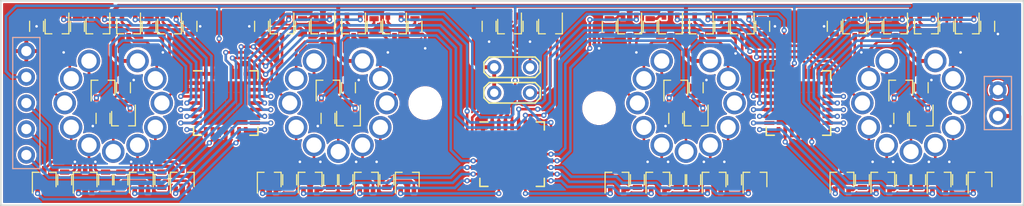
<source format=kicad_pcb>
(kicad_pcb (version 4) (host pcbnew 4.0.6)

  (general
    (links 258)
    (no_connects 0)
    (area 96.924999 91.924999 197.075001 112.075001)
    (thickness 1.6)
    (drawings 4)
    (tracks 1110)
    (zones 0)
    (modules 97)
    (nets 134)
  )

  (page A4)
  (layers
    (0 F.Cu signal)
    (31 B.Cu signal)
    (36 B.SilkS user)
    (37 F.SilkS user)
    (38 B.Mask user)
    (39 F.Mask user)
    (44 Edge.Cuts user)
  )

  (setup
    (last_trace_width 0.254)
    (trace_clearance 0.1524)
    (zone_clearance 0.1524)
    (zone_45_only no)
    (trace_min 0.1524)
    (segment_width 0.2)
    (edge_width 0.15)
    (via_size 0.508)
    (via_drill 0.254)
    (via_min_size 0.508)
    (via_min_drill 0.254)
    (uvia_size 0.254)
    (uvia_drill 0.127)
    (uvias_allowed no)
    (uvia_min_size 0.254)
    (uvia_min_drill 0.127)
    (pcb_text_width 0.3)
    (pcb_text_size 1.5 1.5)
    (mod_edge_width 0.15)
    (mod_text_size 1 1)
    (mod_text_width 0.15)
    (pad_size 2 2)
    (pad_drill 1.5)
    (pad_to_mask_clearance 0.2)
    (aux_axis_origin 0 0)
    (visible_elements 7FFEFF7F)
    (pcbplotparams
      (layerselection 0x010f0_80000001)
      (usegerberextensions false)
      (excludeedgelayer true)
      (linewidth 0.100000)
      (plotframeref false)
      (viasonmask false)
      (mode 1)
      (useauxorigin false)
      (hpglpennumber 1)
      (hpglpenspeed 20)
      (hpglpendiameter 15)
      (hpglpenoverlay 2)
      (psnegative false)
      (psa4output false)
      (plotreference false)
      (plotvalue false)
      (plotinvisibletext false)
      (padsonsilk false)
      (subtractmaskfromsilk false)
      (outputformat 1)
      (mirror false)
      (drillshape 0)
      (scaleselection 1)
      (outputdirectory ""))
  )

  (net 0 "")
  (net 1 /TUBE_GND)
  (net 2 /TUBE_ANODE)
  (net 3 /nOE)
  (net 4 /SCL)
  (net 5 /SDA)
  (net 6 /VDD)
  (net 7 /VSS)
  (net 8 /T1_G_0)
  (net 9 /T1_E_0)
  (net 10 /T1_C_0)
  (net 11 /T1_G_1)
  (net 12 /T1_E_1)
  (net 13 /T1_C_1)
  (net 14 /T1_G_2)
  (net 15 /T1_E_2)
  (net 16 /T1_C_2)
  (net 17 /T1_G_3)
  (net 18 /T1_E_3)
  (net 19 /T1_C_3)
  (net 20 /T1_G_4)
  (net 21 /T1_E_4)
  (net 22 /T1_C_4)
  (net 23 /T1_G_5)
  (net 24 /T1_E_5)
  (net 25 /T1_C_5)
  (net 26 /T1_G_6)
  (net 27 /T1_E_6)
  (net 28 /T1_C_6)
  (net 29 /T1_G_7)
  (net 30 /T1_E_7)
  (net 31 /T1_C_7)
  (net 32 /T1_G_8)
  (net 33 /T1_E_8)
  (net 34 /T1_C_8)
  (net 35 /T1_G_9)
  (net 36 /T1_E_9)
  (net 37 /T1_C_9)
  (net 38 /T2_G_0)
  (net 39 /T2_E_0)
  (net 40 /T2_C_0)
  (net 41 /T2_G_1)
  (net 42 /T2_E_1)
  (net 43 /T2_C_1)
  (net 44 /T2_G_2)
  (net 45 /T2_E_2)
  (net 46 /T2_C_2)
  (net 47 /T2_G_3)
  (net 48 /T2_E_3)
  (net 49 /T2_C_3)
  (net 50 /T2_G_4)
  (net 51 /T2_E_4)
  (net 52 /T2_C_4)
  (net 53 /T2_G_5)
  (net 54 /T2_E_5)
  (net 55 /T2_C_5)
  (net 56 /T2_G_6)
  (net 57 /T2_E_6)
  (net 58 /T2_C_6)
  (net 59 /T2_G_7)
  (net 60 /T2_E_7)
  (net 61 /T2_C_7)
  (net 62 /T2_G_8)
  (net 63 /T2_E_8)
  (net 64 /T2_C_8)
  (net 65 /T2_G_9)
  (net 66 /T2_E_9)
  (net 67 /T2_C_9)
  (net 68 /T3_G_0)
  (net 69 /T3_E_0)
  (net 70 /T3_C_0)
  (net 71 /T3_G_1)
  (net 72 /T3_E_1)
  (net 73 /T3_C_1)
  (net 74 /T3_G_2)
  (net 75 /T3_E_2)
  (net 76 /T3_C_2)
  (net 77 /T3_G_3)
  (net 78 /T3_E_3)
  (net 79 /T3_C_3)
  (net 80 /T3_G_4)
  (net 81 /T3_E_4)
  (net 82 /T3_C_4)
  (net 83 /T3_G_5)
  (net 84 /T3_E_5)
  (net 85 /T3_C_5)
  (net 86 /T3_G_6)
  (net 87 /T3_E_6)
  (net 88 /T3_C_6)
  (net 89 /T3_G_7)
  (net 90 /T3_E_7)
  (net 91 /T3_C_7)
  (net 92 /T3_G_8)
  (net 93 /T3_E_8)
  (net 94 /T3_C_8)
  (net 95 /T3_G_9)
  (net 96 /T3_E_9)
  (net 97 /T3_C_9)
  (net 98 /T4_G_0)
  (net 99 /T4_E_0)
  (net 100 /T4_C_0)
  (net 101 /T4_G_1)
  (net 102 /T4_E_1)
  (net 103 /T4_C_1)
  (net 104 /T4_G_2)
  (net 105 /T4_E_2)
  (net 106 /T4_C_2)
  (net 107 /T4_G_3)
  (net 108 /T4_E_3)
  (net 109 /T4_C_3)
  (net 110 /T4_G_4)
  (net 111 /T4_E_4)
  (net 112 /T4_C_4)
  (net 113 /T4_G_5)
  (net 114 /T4_E_5)
  (net 115 /T4_C_5)
  (net 116 /T4_G_6)
  (net 117 /T4_E_6)
  (net 118 /T4_C_6)
  (net 119 /T4_G_7)
  (net 120 /T4_E_7)
  (net 121 /T4_C_7)
  (net 122 /T4_G_8)
  (net 123 /T4_E_8)
  (net 124 /T4_C_8)
  (net 125 /T4_G_9)
  (net 126 /T4_E_9)
  (net 127 /T4_C_9)
  (net 128 "Net-(Q41-Pad2)")
  (net 129 "Net-(Q41-Pad3)")
  (net 130 "Net-(Q42-Pad2)")
  (net 131 "Net-(Q42-Pad3)")
  (net 132 "Net-(Q41-Pad1)")
  (net 133 "Net-(Q42-Pad1)")

  (net_class Default "This is the default net class."
    (clearance 0.1524)
    (trace_width 0.254)
    (via_dia 0.508)
    (via_drill 0.254)
    (uvia_dia 0.254)
    (uvia_drill 0.127)
    (add_net /SCL)
    (add_net /SDA)
    (add_net /T1_C_0)
    (add_net /T1_C_1)
    (add_net /T1_C_2)
    (add_net /T1_C_3)
    (add_net /T1_C_4)
    (add_net /T1_C_5)
    (add_net /T1_C_6)
    (add_net /T1_C_7)
    (add_net /T1_C_8)
    (add_net /T1_C_9)
    (add_net /T1_E_0)
    (add_net /T1_E_1)
    (add_net /T1_E_2)
    (add_net /T1_E_3)
    (add_net /T1_E_4)
    (add_net /T1_E_5)
    (add_net /T1_E_6)
    (add_net /T1_E_7)
    (add_net /T1_E_8)
    (add_net /T1_E_9)
    (add_net /T1_G_0)
    (add_net /T1_G_1)
    (add_net /T1_G_2)
    (add_net /T1_G_3)
    (add_net /T1_G_4)
    (add_net /T1_G_5)
    (add_net /T1_G_6)
    (add_net /T1_G_7)
    (add_net /T1_G_8)
    (add_net /T1_G_9)
    (add_net /T2_C_0)
    (add_net /T2_C_1)
    (add_net /T2_C_2)
    (add_net /T2_C_3)
    (add_net /T2_C_4)
    (add_net /T2_C_5)
    (add_net /T2_C_6)
    (add_net /T2_C_7)
    (add_net /T2_C_8)
    (add_net /T2_C_9)
    (add_net /T2_E_0)
    (add_net /T2_E_1)
    (add_net /T2_E_2)
    (add_net /T2_E_3)
    (add_net /T2_E_4)
    (add_net /T2_E_5)
    (add_net /T2_E_6)
    (add_net /T2_E_7)
    (add_net /T2_E_8)
    (add_net /T2_E_9)
    (add_net /T2_G_0)
    (add_net /T2_G_1)
    (add_net /T2_G_2)
    (add_net /T2_G_3)
    (add_net /T2_G_4)
    (add_net /T2_G_5)
    (add_net /T2_G_6)
    (add_net /T2_G_7)
    (add_net /T2_G_8)
    (add_net /T2_G_9)
    (add_net /T3_C_0)
    (add_net /T3_C_1)
    (add_net /T3_C_2)
    (add_net /T3_C_3)
    (add_net /T3_C_4)
    (add_net /T3_C_5)
    (add_net /T3_C_6)
    (add_net /T3_C_7)
    (add_net /T3_C_8)
    (add_net /T3_C_9)
    (add_net /T3_E_0)
    (add_net /T3_E_1)
    (add_net /T3_E_2)
    (add_net /T3_E_3)
    (add_net /T3_E_4)
    (add_net /T3_E_5)
    (add_net /T3_E_6)
    (add_net /T3_E_7)
    (add_net /T3_E_8)
    (add_net /T3_E_9)
    (add_net /T3_G_0)
    (add_net /T3_G_1)
    (add_net /T3_G_2)
    (add_net /T3_G_3)
    (add_net /T3_G_4)
    (add_net /T3_G_5)
    (add_net /T3_G_6)
    (add_net /T3_G_7)
    (add_net /T3_G_8)
    (add_net /T3_G_9)
    (add_net /T4_C_0)
    (add_net /T4_C_1)
    (add_net /T4_C_2)
    (add_net /T4_C_3)
    (add_net /T4_C_4)
    (add_net /T4_C_5)
    (add_net /T4_C_6)
    (add_net /T4_C_7)
    (add_net /T4_C_8)
    (add_net /T4_C_9)
    (add_net /T4_E_0)
    (add_net /T4_E_1)
    (add_net /T4_E_2)
    (add_net /T4_E_3)
    (add_net /T4_E_4)
    (add_net /T4_E_5)
    (add_net /T4_E_6)
    (add_net /T4_E_7)
    (add_net /T4_E_8)
    (add_net /T4_E_9)
    (add_net /T4_G_0)
    (add_net /T4_G_1)
    (add_net /T4_G_2)
    (add_net /T4_G_3)
    (add_net /T4_G_4)
    (add_net /T4_G_5)
    (add_net /T4_G_6)
    (add_net /T4_G_7)
    (add_net /T4_G_8)
    (add_net /T4_G_9)
    (add_net /TUBE_GND)
    (add_net /VDD)
    (add_net /VSS)
    (add_net /nOE)
    (add_net "Net-(Q41-Pad1)")
    (add_net "Net-(Q41-Pad2)")
    (add_net "Net-(Q41-Pad3)")
    (add_net "Net-(Q42-Pad1)")
    (add_net "Net-(Q42-Pad2)")
    (add_net "Net-(Q42-Pad3)")
  )

  (net_class HV_Anode ""
    (clearance 0.254)
    (trace_width 0.381)
    (via_dia 0.508)
    (via_drill 0.254)
    (uvia_dia 0.254)
    (uvia_drill 0.127)
    (add_net /TUBE_ANODE)
  )

  (module "Custom Parts:IN-8" (layer F.Cu) (tedit 594892FA) (tstamp 593C8649)
    (at 186 102)
    (path /5938FB49)
    (fp_text reference T4 (at 0 0) (layer F.SilkS) hide
      (effects (font (size 1 1) (thickness 0.15)))
    )
    (fp_text value IN-8 (at 0 -1.27) (layer F.Fab)
      (effects (font (size 1 1) (thickness 0.15)))
    )
    (pad 1 thru_hole circle (at -2.375 -4.114) (size 2.2 2.2) (drill 1.5) (layers *.Cu *.Mask)
      (net 100 /T4_C_0))
    (pad 2 thru_hole circle (at -4.114 -2.375) (size 2.2 2.2) (drill 1.5) (layers *.Cu *.Mask)
      (net 103 /T4_C_1))
    (pad 3 thru_hole circle (at -4.75 0) (size 2.2 2.2) (drill 1.5) (layers *.Cu *.Mask)
      (net 106 /T4_C_2))
    (pad 4 thru_hole circle (at -4.114 2.375) (size 2.2 2.2) (drill 1.5) (layers *.Cu *.Mask)
      (net 109 /T4_C_3))
    (pad 5 thru_hole circle (at -2.375 4.114) (size 2.2 2.2) (drill 1.5) (layers *.Cu *.Mask)
      (net 112 /T4_C_4))
    (pad 6 thru_hole circle (at 0 4.75) (size 2.2 2.2) (drill 1.5) (layers *.Cu *.Mask)
      (net 115 /T4_C_5))
    (pad 7 thru_hole circle (at 2.375 4.114) (size 2.2 2.2) (drill 1.5) (layers *.Cu *.Mask)
      (net 118 /T4_C_6))
    (pad 8 thru_hole circle (at 4.114 2.375) (size 2.2 2.2) (drill 1.5) (layers *.Cu *.Mask)
      (net 121 /T4_C_7))
    (pad 10 thru_hole circle (at 4.114 -2.375) (size 2.2 2.2) (drill 1.5) (layers *.Cu *.Mask)
      (net 127 /T4_C_9))
    (pad 11 thru_hole circle (at 2.375 -4.114) (size 2.2 2.2) (drill 1.5) (layers *.Cu *.Mask)
      (net 2 /TUBE_ANODE))
    (pad 9 thru_hole circle (at 4.75 0) (size 2.2 2.2) (drill 1.5) (layers *.Cu *.Mask)
      (net 124 /T4_C_8))
  )

  (module "Custom Parts:IN-8" (layer F.Cu) (tedit 594892BA) (tstamp 593C862E)
    (at 164 102)
    (path /5938FA0F)
    (fp_text reference T3 (at 0 0) (layer F.SilkS) hide
      (effects (font (size 1 1) (thickness 0.15)))
    )
    (fp_text value IN-8 (at 0 -1.27) (layer F.Fab)
      (effects (font (size 1 1) (thickness 0.15)))
    )
    (pad 1 thru_hole circle (at -2.375 -4.114) (size 2.2 2.2) (drill 1.5) (layers *.Cu *.Mask)
      (net 70 /T3_C_0))
    (pad 2 thru_hole circle (at -4.114 -2.375) (size 2.2 2.2) (drill 1.5) (layers *.Cu *.Mask)
      (net 73 /T3_C_1))
    (pad 3 thru_hole circle (at -4.75 0) (size 2.2 2.2) (drill 1.5) (layers *.Cu *.Mask)
      (net 76 /T3_C_2))
    (pad 4 thru_hole circle (at -4.114 2.375) (size 2.2 2.2) (drill 1.5) (layers *.Cu *.Mask)
      (net 79 /T3_C_3))
    (pad 5 thru_hole circle (at -2.375 4.114) (size 2.2 2.2) (drill 1.5) (layers *.Cu *.Mask)
      (net 82 /T3_C_4))
    (pad 6 thru_hole circle (at 0 4.75) (size 2.2 2.2) (drill 1.5) (layers *.Cu *.Mask)
      (net 85 /T3_C_5))
    (pad 7 thru_hole circle (at 2.375 4.114) (size 2.2 2.2) (drill 1.5) (layers *.Cu *.Mask)
      (net 88 /T3_C_6))
    (pad 8 thru_hole circle (at 4.114 2.375) (size 2.2 2.2) (drill 1.5) (layers *.Cu *.Mask)
      (net 91 /T3_C_7))
    (pad 10 thru_hole circle (at 4.114 -2.375) (size 2.2 2.2) (drill 1.5) (layers *.Cu *.Mask)
      (net 97 /T3_C_9))
    (pad 11 thru_hole circle (at 2.375 -4.114) (size 2.2 2.2) (drill 1.5) (layers *.Cu *.Mask)
      (net 2 /TUBE_ANODE))
    (pad 9 thru_hole circle (at 4.75 0) (size 2.2 2.2) (drill 1.5) (layers *.Cu *.Mask)
      (net 94 /T3_C_8))
  )

  (module "Custom Parts:IN-8" (layer F.Cu) (tedit 5948927B) (tstamp 593C8613)
    (at 130 102)
    (path /5938FA7E)
    (fp_text reference T2 (at 0 0) (layer F.SilkS) hide
      (effects (font (size 1 1) (thickness 0.15)))
    )
    (fp_text value IN-8 (at 0 -1.27) (layer F.Fab)
      (effects (font (size 1 1) (thickness 0.15)))
    )
    (pad 1 thru_hole circle (at -2.375 -4.114) (size 2.2 2.2) (drill 1.5) (layers *.Cu *.Mask)
      (net 40 /T2_C_0))
    (pad 2 thru_hole circle (at -4.114 -2.375) (size 2.2 2.2) (drill 1.5) (layers *.Cu *.Mask)
      (net 43 /T2_C_1))
    (pad 3 thru_hole circle (at -4.75 0) (size 2.2 2.2) (drill 1.5) (layers *.Cu *.Mask)
      (net 46 /T2_C_2))
    (pad 4 thru_hole circle (at -4.114 2.375) (size 2.2 2.2) (drill 1.5) (layers *.Cu *.Mask)
      (net 49 /T2_C_3))
    (pad 5 thru_hole circle (at -2.375 4.114) (size 2.2 2.2) (drill 1.5) (layers *.Cu *.Mask)
      (net 52 /T2_C_4))
    (pad 6 thru_hole circle (at 0 4.75) (size 2.2 2.2) (drill 1.5) (layers *.Cu *.Mask)
      (net 55 /T2_C_5))
    (pad 7 thru_hole circle (at 2.375 4.114) (size 2.2 2.2) (drill 1.5) (layers *.Cu *.Mask)
      (net 58 /T2_C_6))
    (pad 8 thru_hole circle (at 4.114 2.375) (size 2.2 2.2) (drill 1.5) (layers *.Cu *.Mask)
      (net 61 /T2_C_7))
    (pad 10 thru_hole circle (at 4.114 -2.375) (size 2.2 2.2) (drill 1.5) (layers *.Cu *.Mask)
      (net 67 /T2_C_9))
    (pad 11 thru_hole circle (at 2.375 -4.114) (size 2.2 2.2) (drill 1.5) (layers *.Cu *.Mask)
      (net 2 /TUBE_ANODE))
    (pad 9 thru_hole circle (at 4.75 0) (size 2.2 2.2) (drill 1.5) (layers *.Cu *.Mask)
      (net 64 /T2_C_8))
  )

  (module "Custom Parts:IN-8" (layer F.Cu) (tedit 5948927F) (tstamp 593C85F8)
    (at 108 102)
    (path /5938FAE9)
    (fp_text reference T1 (at 0 0) (layer F.SilkS) hide
      (effects (font (size 1 1) (thickness 0.15)))
    )
    (fp_text value IN-8 (at 0 -1.27) (layer F.Fab)
      (effects (font (size 1 1) (thickness 0.15)))
    )
    (pad 1 thru_hole circle (at -2.375 -4.114) (size 2.2 2.2) (drill 1.5) (layers *.Cu *.Mask)
      (net 10 /T1_C_0))
    (pad 2 thru_hole circle (at -4.114 -2.375) (size 2.2 2.2) (drill 1.5) (layers *.Cu *.Mask)
      (net 13 /T1_C_1))
    (pad 3 thru_hole circle (at -4.75 0) (size 2.2 2.2) (drill 1.5) (layers *.Cu *.Mask)
      (net 16 /T1_C_2))
    (pad 4 thru_hole circle (at -4.114 2.375) (size 2.2 2.2) (drill 1.5) (layers *.Cu *.Mask)
      (net 19 /T1_C_3))
    (pad 5 thru_hole circle (at -2.375 4.114) (size 2.2 2.2) (drill 1.5) (layers *.Cu *.Mask)
      (net 22 /T1_C_4))
    (pad 6 thru_hole circle (at 0 4.75) (size 2.2 2.2) (drill 1.5) (layers *.Cu *.Mask)
      (net 25 /T1_C_5))
    (pad 7 thru_hole circle (at 2.375 4.114) (size 2.2 2.2) (drill 1.5) (layers *.Cu *.Mask)
      (net 28 /T1_C_6))
    (pad 8 thru_hole circle (at 4.114 2.375) (size 2.2 2.2) (drill 1.5) (layers *.Cu *.Mask)
      (net 31 /T1_C_7))
    (pad 10 thru_hole circle (at 4.114 -2.375) (size 2.2 2.2) (drill 1.5) (layers *.Cu *.Mask)
      (net 37 /T1_C_9))
    (pad 11 thru_hole circle (at 2.375 -4.114) (size 2.2 2.2) (drill 1.5) (layers *.Cu *.Mask)
      (net 2 /TUBE_ANODE))
    (pad 9 thru_hole circle (at 4.75 0) (size 2.2 2.2) (drill 1.5) (layers *.Cu *.Mask)
      (net 34 /T1_C_8))
  )

  (module "Custom Parts:3.5mm_Points" (layer F.Cu) (tedit 59489297) (tstamp 593E31E8)
    (at 147 98.5)
    (descr "Connecteurs 2 pins")
    (tags "CONN DEV")
    (path /593B44ED)
    (attr virtual)
    (fp_text reference T6 (at 0 -2) (layer F.SilkS) hide
      (effects (font (size 1 1) (thickness 0.15)))
    )
    (fp_text value IN-3 (at 0 2) (layer F.Fab)
      (effects (font (size 1 1) (thickness 0.15)))
    )
    (fp_line (start -2.75 -0.5) (end -2.25 -1) (layer F.SilkS) (width 0.15))
    (fp_line (start -2.25 -1) (end 2 -1) (layer F.SilkS) (width 0.15))
    (fp_line (start 2 -1) (end 2.25 -1) (layer F.SilkS) (width 0.15))
    (fp_line (start 2.25 -1) (end 2.75 -0.5) (layer F.SilkS) (width 0.15))
    (fp_line (start 2.75 -0.5) (end 2.75 0.5) (layer F.SilkS) (width 0.15))
    (fp_line (start 2.75 0.5) (end 2.25 1) (layer F.SilkS) (width 0.15))
    (fp_line (start 2.25 1) (end -2.25 1) (layer F.SilkS) (width 0.15))
    (fp_line (start -2.25 1) (end -2.75 0.5) (layer F.SilkS) (width 0.15))
    (fp_line (start -2.75 0.5) (end -2.75 -0.5) (layer F.SilkS) (width 0.15))
    (pad 1 thru_hole circle (at -1.75 0) (size 1.4 1.4) (drill 0.8128) (layers *.Cu *.Mask)
      (net 2 /TUBE_ANODE))
    (pad 2 thru_hole circle (at 1.75 0) (size 1.4 1.4) (drill 0.8128) (layers *.Cu *.Mask)
      (net 131 "Net-(Q42-Pad3)"))
  )

  (module TO_SOT_Packages_SMD:SOT-323_SC-70 (layer F.Cu) (tedit 59489268) (tstamp 593C80B2)
    (at 124.5 94.5 270)
    (descr "SOT-323, SC-70")
    (tags "SOT-323 SC-70")
    (path /593936B6)
    (attr smd)
    (fp_text reference Q13 (at -0.05 -1.95 270) (layer F.SilkS) hide
      (effects (font (size 1 1) (thickness 0.15)))
    )
    (fp_text value Q_NPN_BEC (at -0.05 2.05 270) (layer F.Fab)
      (effects (font (size 1 1) (thickness 0.15)))
    )
    (fp_text user %R (at -0.005 0 270) (layer F.Fab)
      (effects (font (size 0.5 0.5) (thickness 0.075)))
    )
    (fp_line (start 0.73 0.5) (end 0.73 1.16) (layer F.SilkS) (width 0.12))
    (fp_line (start 0.73 -1.16) (end 0.73 -0.5) (layer F.SilkS) (width 0.12))
    (fp_line (start 1.7 1.3) (end -1.7 1.3) (layer F.CrtYd) (width 0.05))
    (fp_line (start 1.7 -1.3) (end 1.7 1.3) (layer F.CrtYd) (width 0.05))
    (fp_line (start -1.7 -1.3) (end 1.7 -1.3) (layer F.CrtYd) (width 0.05))
    (fp_line (start -1.7 1.3) (end -1.7 -1.3) (layer F.CrtYd) (width 0.05))
    (fp_line (start 0.73 -1.16) (end -1.3 -1.16) (layer F.SilkS) (width 0.12))
    (fp_line (start -0.68 1.16) (end 0.73 1.16) (layer F.SilkS) (width 0.12))
    (fp_line (start 0.67 -1.1) (end -0.18 -1.1) (layer F.Fab) (width 0.1))
    (fp_line (start -0.68 -0.6) (end -0.68 1.1) (layer F.Fab) (width 0.1))
    (fp_line (start 0.67 -1.1) (end 0.67 1.1) (layer F.Fab) (width 0.1))
    (fp_line (start 0.67 1.1) (end -0.68 1.1) (layer F.Fab) (width 0.1))
    (fp_line (start -0.18 -1.1) (end -0.68 -0.6) (layer F.Fab) (width 0.1))
    (pad 1 smd rect (at -1 -0.65 180) (size 0.45 0.7) (layers F.Cu F.Mask)
      (net 44 /T2_G_2))
    (pad 2 smd rect (at -1 0.65 180) (size 0.45 0.7) (layers F.Cu F.Mask)
      (net 45 /T2_E_2))
    (pad 3 smd rect (at 1 0 180) (size 0.45 0.7) (layers F.Cu F.Mask)
      (net 46 /T2_C_2))
    (model ${KISYS3DMOD}/TO_SOT_Packages_SMD.3dshapes/SOT-323_SC-70.wrl
      (at (xyz 0 0 0))
      (scale (xyz 1 1 1))
      (rotate (xyz 0 0 0))
    )
  )

  (module Housings_DFN_QFN:QFN-28-1EP_6x6mm_Pitch0.65mm (layer F.Cu) (tedit 5948928B) (tstamp 593C86B5)
    (at 119 102)
    (descr "28-Lead Plastic Quad Flat, No Lead Package (ML) - 6x6 mm Body [QFN]; (see Microchip Packaging Specification 00000049BS.pdf)")
    (tags "QFN 0.65")
    (path /593A4DD3)
    (attr smd)
    (fp_text reference U1 (at 0 -4.35) (layer F.SilkS) hide
      (effects (font (size 1 1) (thickness 0.15)))
    )
    (fp_text value PCA9685 (at 0 4.35) (layer F.Fab)
      (effects (font (size 1 1) (thickness 0.15)))
    )
    (fp_line (start -2 -3) (end 3 -3) (layer F.Fab) (width 0.15))
    (fp_line (start 3 -3) (end 3 3) (layer F.Fab) (width 0.15))
    (fp_line (start 3 3) (end -3 3) (layer F.Fab) (width 0.15))
    (fp_line (start -3 3) (end -3 -2) (layer F.Fab) (width 0.15))
    (fp_line (start -3 -2) (end -2 -3) (layer F.Fab) (width 0.15))
    (fp_line (start -3.6 -3.6) (end -3.6 3.6) (layer F.CrtYd) (width 0.05))
    (fp_line (start 3.6 -3.6) (end 3.6 3.6) (layer F.CrtYd) (width 0.05))
    (fp_line (start -3.6 -3.6) (end 3.6 -3.6) (layer F.CrtYd) (width 0.05))
    (fp_line (start -3.6 3.6) (end 3.6 3.6) (layer F.CrtYd) (width 0.05))
    (fp_line (start 3.15 -3.15) (end 3.15 -2.36) (layer F.SilkS) (width 0.15))
    (fp_line (start -3.15 3.15) (end -3.15 2.36) (layer F.SilkS) (width 0.15))
    (fp_line (start 3.15 3.15) (end 3.15 2.36) (layer F.SilkS) (width 0.15))
    (fp_line (start -3.15 -3.15) (end -2.36 -3.15) (layer F.SilkS) (width 0.15))
    (fp_line (start -3.15 3.15) (end -2.36 3.15) (layer F.SilkS) (width 0.15))
    (fp_line (start 3.15 3.15) (end 2.36 3.15) (layer F.SilkS) (width 0.15))
    (fp_line (start 3.15 -3.15) (end 2.36 -3.15) (layer F.SilkS) (width 0.15))
    (pad 1 smd rect (at -2.85 -1.95) (size 1 0.37) (layers F.Cu F.Mask)
      (net 7 /VSS))
    (pad 2 smd rect (at -2.85 -1.3) (size 1 0.37) (layers F.Cu F.Mask)
      (net 7 /VSS))
    (pad 3 smd rect (at -2.85 -0.65) (size 1 0.37) (layers F.Cu F.Mask)
      (net 23 /T1_G_5))
    (pad 4 smd rect (at -2.85 0) (size 1 0.37) (layers F.Cu F.Mask)
      (net 8 /T1_G_0))
    (pad 5 smd rect (at -2.85 0.65) (size 1 0.37) (layers F.Cu F.Mask)
      (net 14 /T1_G_2))
    (pad 6 smd rect (at -2.85 1.3) (size 1 0.37) (layers F.Cu F.Mask)
      (net 11 /T1_G_1))
    (pad 7 smd rect (at -2.85 1.95) (size 1 0.37) (layers F.Cu F.Mask)
      (net 35 /T1_G_9))
    (pad 8 smd rect (at -1.95 2.85 90) (size 1 0.37) (layers F.Cu F.Mask)
      (net 32 /T1_G_8))
    (pad 9 smd rect (at -1.3 2.85 90) (size 1 0.37) (layers F.Cu F.Mask)
      (net 20 /T1_G_4))
    (pad 10 smd rect (at -0.65 2.85 90) (size 1 0.37) (layers F.Cu F.Mask))
    (pad 11 smd rect (at 0 2.85 90) (size 1 0.37) (layers F.Cu F.Mask)
      (net 7 /VSS))
    (pad 12 smd rect (at 0.65 2.85 90) (size 1 0.37) (layers F.Cu F.Mask))
    (pad 13 smd rect (at 1.3 2.85 90) (size 1 0.37) (layers F.Cu F.Mask)
      (net 17 /T1_G_3))
    (pad 14 smd rect (at 1.95 2.85 90) (size 1 0.37) (layers F.Cu F.Mask)
      (net 29 /T1_G_7))
    (pad 15 smd rect (at 2.85 1.95) (size 1 0.37) (layers F.Cu F.Mask)
      (net 26 /T1_G_6))
    (pad 16 smd rect (at 2.85 1.3) (size 1 0.37) (layers F.Cu F.Mask)
      (net 44 /T2_G_2))
    (pad 17 smd rect (at 2.85 0.65) (size 1 0.37) (layers F.Cu F.Mask)
      (net 41 /T2_G_1))
    (pad 18 smd rect (at 2.85 0) (size 1 0.37) (layers F.Cu F.Mask)
      (net 65 /T2_G_9))
    (pad 19 smd rect (at 2.85 -0.65) (size 1 0.37) (layers F.Cu F.Mask)
      (net 38 /T2_G_0))
    (pad 20 smd rect (at 2.85 -1.3) (size 1 0.37) (layers F.Cu F.Mask)
      (net 3 /nOE))
    (pad 21 smd rect (at 2.85 -1.95) (size 1 0.37) (layers F.Cu F.Mask)
      (net 7 /VSS))
    (pad 22 smd rect (at 1.95 -2.85 90) (size 1 0.37) (layers F.Cu F.Mask)
      (net 7 /VSS))
    (pad 23 smd rect (at 1.3 -2.85 90) (size 1 0.37) (layers F.Cu F.Mask)
      (net 4 /SCL))
    (pad 24 smd rect (at 0.65 -2.85 90) (size 1 0.37) (layers F.Cu F.Mask)
      (net 5 /SDA))
    (pad 25 smd rect (at 0 -2.85 90) (size 1 0.37) (layers F.Cu F.Mask)
      (net 6 /VDD))
    (pad 26 smd rect (at -0.65 -2.85 90) (size 1 0.37) (layers F.Cu F.Mask)
      (net 6 /VDD))
    (pad 27 smd rect (at -1.3 -2.85 90) (size 1 0.37) (layers F.Cu F.Mask)
      (net 7 /VSS))
    (pad 28 smd rect (at -1.95 -2.85 90) (size 1 0.37) (layers F.Cu F.Mask)
      (net 7 /VSS))
    (pad 29 smd rect (at 1.59375 1.59375) (size 1.0625 1.0625) (layers F.Cu F.Mask)
      (net 7 /VSS) (solder_paste_margin_ratio -0.2))
    (pad 29 smd rect (at 1.59375 0.53125) (size 1.0625 1.0625) (layers F.Cu F.Mask)
      (net 7 /VSS) (solder_paste_margin_ratio -0.2))
    (pad 29 smd rect (at 1.59375 -0.53125) (size 1.0625 1.0625) (layers F.Cu F.Mask)
      (net 7 /VSS) (solder_paste_margin_ratio -0.2))
    (pad 29 smd rect (at 1.59375 -1.59375) (size 1.0625 1.0625) (layers F.Cu F.Mask)
      (net 7 /VSS) (solder_paste_margin_ratio -0.2))
    (pad 29 smd rect (at 0.53125 1.59375) (size 1.0625 1.0625) (layers F.Cu F.Mask)
      (net 7 /VSS) (solder_paste_margin_ratio -0.2))
    (pad 29 smd rect (at 0.53125 0.53125) (size 1.0625 1.0625) (layers F.Cu F.Mask)
      (net 7 /VSS) (solder_paste_margin_ratio -0.2))
    (pad 29 smd rect (at 0.53125 -0.53125) (size 1.0625 1.0625) (layers F.Cu F.Mask)
      (net 7 /VSS) (solder_paste_margin_ratio -0.2))
    (pad 29 smd rect (at 0.53125 -1.59375) (size 1.0625 1.0625) (layers F.Cu F.Mask)
      (net 7 /VSS) (solder_paste_margin_ratio -0.2))
    (pad 29 smd rect (at -0.53125 1.59375) (size 1.0625 1.0625) (layers F.Cu F.Mask)
      (net 7 /VSS) (solder_paste_margin_ratio -0.2))
    (pad 29 smd rect (at -0.53125 0.53125) (size 1.0625 1.0625) (layers F.Cu F.Mask)
      (net 7 /VSS) (solder_paste_margin_ratio -0.2))
    (pad 29 smd rect (at -0.53125 -0.53125) (size 1.0625 1.0625) (layers F.Cu F.Mask)
      (net 7 /VSS) (solder_paste_margin_ratio -0.2))
    (pad 29 smd rect (at -0.53125 -1.59375) (size 1.0625 1.0625) (layers F.Cu F.Mask)
      (net 7 /VSS) (solder_paste_margin_ratio -0.2))
    (pad 29 smd rect (at -1.59375 1.59375) (size 1.0625 1.0625) (layers F.Cu F.Mask)
      (net 7 /VSS) (solder_paste_margin_ratio -0.2))
    (pad 29 smd rect (at -1.59375 0.53125) (size 1.0625 1.0625) (layers F.Cu F.Mask)
      (net 7 /VSS) (solder_paste_margin_ratio -0.2))
    (pad 29 smd rect (at -1.59375 -0.53125) (size 1.0625 1.0625) (layers F.Cu F.Mask)
      (net 7 /VSS) (solder_paste_margin_ratio -0.2))
    (pad 29 smd rect (at -1.59375 -1.59375) (size 1.0625 1.0625) (layers F.Cu F.Mask)
      (net 7 /VSS) (solder_paste_margin_ratio -0.2))
    (model Housings_DFN_QFN.3dshapes/QFN-28-1EP_6x6mm_Pitch0.65mm.wrl
      (at (xyz 0 0 0))
      (scale (xyz 1 1 1))
      (rotate (xyz 0 0 0))
    )
  )

  (module TO_SOT_Packages_SMD:SOT-323_SC-70 (layer F.Cu) (tedit 59489218) (tstamp 593C805E)
    (at 113.5 94.5 270)
    (descr "SOT-323, SC-70")
    (tags "SOT-323 SC-70")
    (path /59393716)
    (attr smd)
    (fp_text reference Q9 (at -0.05 -1.95 270) (layer F.SilkS) hide
      (effects (font (size 1 1) (thickness 0.15)))
    )
    (fp_text value Q_NPN_BEC (at -0.05 2.05 270) (layer F.Fab)
      (effects (font (size 1 1) (thickness 0.15)))
    )
    (fp_text user %R (at -0.005 0 270) (layer F.Fab)
      (effects (font (size 0.5 0.5) (thickness 0.075)))
    )
    (fp_line (start 0.73 0.5) (end 0.73 1.16) (layer F.SilkS) (width 0.12))
    (fp_line (start 0.73 -1.16) (end 0.73 -0.5) (layer F.SilkS) (width 0.12))
    (fp_line (start 1.7 1.3) (end -1.7 1.3) (layer F.CrtYd) (width 0.05))
    (fp_line (start 1.7 -1.3) (end 1.7 1.3) (layer F.CrtYd) (width 0.05))
    (fp_line (start -1.7 -1.3) (end 1.7 -1.3) (layer F.CrtYd) (width 0.05))
    (fp_line (start -1.7 1.3) (end -1.7 -1.3) (layer F.CrtYd) (width 0.05))
    (fp_line (start 0.73 -1.16) (end -1.3 -1.16) (layer F.SilkS) (width 0.12))
    (fp_line (start -0.68 1.16) (end 0.73 1.16) (layer F.SilkS) (width 0.12))
    (fp_line (start 0.67 -1.1) (end -0.18 -1.1) (layer F.Fab) (width 0.1))
    (fp_line (start -0.68 -0.6) (end -0.68 1.1) (layer F.Fab) (width 0.1))
    (fp_line (start 0.67 -1.1) (end 0.67 1.1) (layer F.Fab) (width 0.1))
    (fp_line (start 0.67 1.1) (end -0.68 1.1) (layer F.Fab) (width 0.1))
    (fp_line (start -0.18 -1.1) (end -0.68 -0.6) (layer F.Fab) (width 0.1))
    (pad 1 smd rect (at -1 -0.65 180) (size 0.45 0.7) (layers F.Cu F.Mask)
      (net 32 /T1_G_8))
    (pad 2 smd rect (at -1 0.65 180) (size 0.45 0.7) (layers F.Cu F.Mask)
      (net 33 /T1_E_8))
    (pad 3 smd rect (at 1 0 180) (size 0.45 0.7) (layers F.Cu F.Mask)
      (net 34 /T1_C_8))
    (model ${KISYS3DMOD}/TO_SOT_Packages_SMD.3dshapes/SOT-323_SC-70.wrl
      (at (xyz 0 0 0))
      (scale (xyz 1 1 1))
      (rotate (xyz 0 0 0))
    )
  )

  (module TO_SOT_Packages_SMD:SOT-323_SC-70 (layer F.Cu) (tedit 5948920F) (tstamp 593C7FCB)
    (at 106.5 94.5 270)
    (descr "SOT-323, SC-70")
    (tags "SOT-323 SC-70")
    (path /593936EC)
    (attr smd)
    (fp_text reference Q2 (at -0.05 -1.95 270) (layer F.SilkS) hide
      (effects (font (size 1 1) (thickness 0.15)))
    )
    (fp_text value Q_NPN_BEC (at -0.05 2.05 270) (layer F.Fab)
      (effects (font (size 1 1) (thickness 0.15)))
    )
    (fp_text user %R (at -0.005 0 270) (layer F.Fab)
      (effects (font (size 0.5 0.5) (thickness 0.075)))
    )
    (fp_line (start 0.73 0.5) (end 0.73 1.16) (layer F.SilkS) (width 0.12))
    (fp_line (start 0.73 -1.16) (end 0.73 -0.5) (layer F.SilkS) (width 0.12))
    (fp_line (start 1.7 1.3) (end -1.7 1.3) (layer F.CrtYd) (width 0.05))
    (fp_line (start 1.7 -1.3) (end 1.7 1.3) (layer F.CrtYd) (width 0.05))
    (fp_line (start -1.7 -1.3) (end 1.7 -1.3) (layer F.CrtYd) (width 0.05))
    (fp_line (start -1.7 1.3) (end -1.7 -1.3) (layer F.CrtYd) (width 0.05))
    (fp_line (start 0.73 -1.16) (end -1.3 -1.16) (layer F.SilkS) (width 0.12))
    (fp_line (start -0.68 1.16) (end 0.73 1.16) (layer F.SilkS) (width 0.12))
    (fp_line (start 0.67 -1.1) (end -0.18 -1.1) (layer F.Fab) (width 0.1))
    (fp_line (start -0.68 -0.6) (end -0.68 1.1) (layer F.Fab) (width 0.1))
    (fp_line (start 0.67 -1.1) (end 0.67 1.1) (layer F.Fab) (width 0.1))
    (fp_line (start 0.67 1.1) (end -0.68 1.1) (layer F.Fab) (width 0.1))
    (fp_line (start -0.18 -1.1) (end -0.68 -0.6) (layer F.Fab) (width 0.1))
    (pad 1 smd rect (at -1 -0.65 180) (size 0.45 0.7) (layers F.Cu F.Mask)
      (net 11 /T1_G_1))
    (pad 2 smd rect (at -1 0.65 180) (size 0.45 0.7) (layers F.Cu F.Mask)
      (net 12 /T1_E_1))
    (pad 3 smd rect (at 1 0 180) (size 0.45 0.7) (layers F.Cu F.Mask)
      (net 13 /T1_C_1))
    (model ${KISYS3DMOD}/TO_SOT_Packages_SMD.3dshapes/SOT-323_SC-70.wrl
      (at (xyz 0 0 0))
      (scale (xyz 1 1 1))
      (rotate (xyz 0 0 0))
    )
  )

  (module Resistors_SMD:R_0603 (layer F.Cu) (tedit 5948920D) (tstamp 593DDFAA)
    (at 104.5 94.5 270)
    (descr "Resistor SMD 0603, reflow soldering, Vishay (see dcrcw.pdf)")
    (tags "resistor 0603")
    (path /593D296E)
    (attr smd)
    (fp_text reference R2 (at 0 -1.45 270) (layer F.SilkS) hide
      (effects (font (size 1 1) (thickness 0.15)))
    )
    (fp_text value R (at 0 1.5 270) (layer F.Fab)
      (effects (font (size 1 1) (thickness 0.15)))
    )
    (fp_text user %R (at 0 0 270) (layer F.Fab)
      (effects (font (size 0.5 0.5) (thickness 0.075)))
    )
    (fp_line (start -0.8 0.4) (end -0.8 -0.4) (layer F.Fab) (width 0.1))
    (fp_line (start 0.8 0.4) (end -0.8 0.4) (layer F.Fab) (width 0.1))
    (fp_line (start 0.8 -0.4) (end 0.8 0.4) (layer F.Fab) (width 0.1))
    (fp_line (start -0.8 -0.4) (end 0.8 -0.4) (layer F.Fab) (width 0.1))
    (fp_line (start 0.5 0.68) (end -0.5 0.68) (layer F.SilkS) (width 0.12))
    (fp_line (start -0.5 -0.68) (end 0.5 -0.68) (layer F.SilkS) (width 0.12))
    (fp_line (start -1.25 -0.7) (end 1.25 -0.7) (layer F.CrtYd) (width 0.05))
    (fp_line (start -1.25 -0.7) (end -1.25 0.7) (layer F.CrtYd) (width 0.05))
    (fp_line (start 1.25 0.7) (end 1.25 -0.7) (layer F.CrtYd) (width 0.05))
    (fp_line (start 1.25 0.7) (end -1.25 0.7) (layer F.CrtYd) (width 0.05))
    (pad 1 smd rect (at -0.75 0 270) (size 0.5 0.9) (layers F.Cu F.Mask)
      (net 12 /T1_E_1))
    (pad 2 smd rect (at 0.75 0 270) (size 0.5 0.9) (layers F.Cu F.Mask)
      (net 1 /TUBE_GND))
    (model ${KISYS3DMOD}/Resistors_SMD.3dshapes/R_0603.wrl
      (at (xyz 0 0 0))
      (scale (xyz 1 1 1))
      (rotate (xyz 0 0 0))
    )
  )

  (module TO_SOT_Packages_SMD:SOT-323_SC-70 (layer F.Cu) (tedit 59489240) (tstamp 593C80C7)
    (at 123.25 109.5 90)
    (descr "SOT-323, SC-70")
    (tags "SOT-323 SC-70")
    (path /593936BC)
    (attr smd)
    (fp_text reference Q14 (at -0.05 -1.95 90) (layer F.SilkS) hide
      (effects (font (size 1 1) (thickness 0.15)))
    )
    (fp_text value Q_NPN_BEC (at -0.05 2.05 90) (layer F.Fab)
      (effects (font (size 1 1) (thickness 0.15)))
    )
    (fp_text user %R (at -0.005 0 90) (layer F.Fab)
      (effects (font (size 0.5 0.5) (thickness 0.075)))
    )
    (fp_line (start 0.73 0.5) (end 0.73 1.16) (layer F.SilkS) (width 0.12))
    (fp_line (start 0.73 -1.16) (end 0.73 -0.5) (layer F.SilkS) (width 0.12))
    (fp_line (start 1.7 1.3) (end -1.7 1.3) (layer F.CrtYd) (width 0.05))
    (fp_line (start 1.7 -1.3) (end 1.7 1.3) (layer F.CrtYd) (width 0.05))
    (fp_line (start -1.7 -1.3) (end 1.7 -1.3) (layer F.CrtYd) (width 0.05))
    (fp_line (start -1.7 1.3) (end -1.7 -1.3) (layer F.CrtYd) (width 0.05))
    (fp_line (start 0.73 -1.16) (end -1.3 -1.16) (layer F.SilkS) (width 0.12))
    (fp_line (start -0.68 1.16) (end 0.73 1.16) (layer F.SilkS) (width 0.12))
    (fp_line (start 0.67 -1.1) (end -0.18 -1.1) (layer F.Fab) (width 0.1))
    (fp_line (start -0.68 -0.6) (end -0.68 1.1) (layer F.Fab) (width 0.1))
    (fp_line (start 0.67 -1.1) (end 0.67 1.1) (layer F.Fab) (width 0.1))
    (fp_line (start 0.67 1.1) (end -0.68 1.1) (layer F.Fab) (width 0.1))
    (fp_line (start -0.18 -1.1) (end -0.68 -0.6) (layer F.Fab) (width 0.1))
    (pad 1 smd rect (at -1 -0.65) (size 0.45 0.7) (layers F.Cu F.Mask)
      (net 47 /T2_G_3))
    (pad 2 smd rect (at -1 0.65) (size 0.45 0.7) (layers F.Cu F.Mask)
      (net 48 /T2_E_3))
    (pad 3 smd rect (at 1 0) (size 0.45 0.7) (layers F.Cu F.Mask)
      (net 49 /T2_C_3))
    (model ${KISYS3DMOD}/TO_SOT_Packages_SMD.3dshapes/SOT-323_SC-70.wrl
      (at (xyz 0 0 0))
      (scale (xyz 1 1 1))
      (rotate (xyz 0 0 0))
    )
  )

  (module TO_SOT_Packages_SMD:SOT-323_SC-70 (layer F.Cu) (tedit 59489221) (tstamp 593C7FB6)
    (at 107 100.5 90)
    (descr "SOT-323, SC-70")
    (tags "SOT-323 SC-70")
    (path /593936E6)
    (attr smd)
    (fp_text reference Q1 (at -0.05 -1.95 90) (layer F.SilkS) hide
      (effects (font (size 1 1) (thickness 0.15)))
    )
    (fp_text value Q_NPN_BEC (at -0.05 2.05 90) (layer F.Fab)
      (effects (font (size 1 1) (thickness 0.15)))
    )
    (fp_text user %R (at -0.005 0 90) (layer F.Fab)
      (effects (font (size 0.5 0.5) (thickness 0.075)))
    )
    (fp_line (start 0.73 0.5) (end 0.73 1.16) (layer F.SilkS) (width 0.12))
    (fp_line (start 0.73 -1.16) (end 0.73 -0.5) (layer F.SilkS) (width 0.12))
    (fp_line (start 1.7 1.3) (end -1.7 1.3) (layer F.CrtYd) (width 0.05))
    (fp_line (start 1.7 -1.3) (end 1.7 1.3) (layer F.CrtYd) (width 0.05))
    (fp_line (start -1.7 -1.3) (end 1.7 -1.3) (layer F.CrtYd) (width 0.05))
    (fp_line (start -1.7 1.3) (end -1.7 -1.3) (layer F.CrtYd) (width 0.05))
    (fp_line (start 0.73 -1.16) (end -1.3 -1.16) (layer F.SilkS) (width 0.12))
    (fp_line (start -0.68 1.16) (end 0.73 1.16) (layer F.SilkS) (width 0.12))
    (fp_line (start 0.67 -1.1) (end -0.18 -1.1) (layer F.Fab) (width 0.1))
    (fp_line (start -0.68 -0.6) (end -0.68 1.1) (layer F.Fab) (width 0.1))
    (fp_line (start 0.67 -1.1) (end 0.67 1.1) (layer F.Fab) (width 0.1))
    (fp_line (start 0.67 1.1) (end -0.68 1.1) (layer F.Fab) (width 0.1))
    (fp_line (start -0.18 -1.1) (end -0.68 -0.6) (layer F.Fab) (width 0.1))
    (pad 1 smd rect (at -1 -0.65) (size 0.45 0.7) (layers F.Cu F.Mask)
      (net 8 /T1_G_0))
    (pad 2 smd rect (at -1 0.65) (size 0.45 0.7) (layers F.Cu F.Mask)
      (net 9 /T1_E_0))
    (pad 3 smd rect (at 1 0) (size 0.45 0.7) (layers F.Cu F.Mask)
      (net 10 /T1_C_0))
    (model ${KISYS3DMOD}/TO_SOT_Packages_SMD.3dshapes/SOT-323_SC-70.wrl
      (at (xyz 0 0 0))
      (scale (xyz 1 1 1))
      (rotate (xyz 0 0 0))
    )
  )

  (module TO_SOT_Packages_SMD:SOT-323_SC-70 (layer F.Cu) (tedit 5948920A) (tstamp 593C7FE0)
    (at 102.5 94.5 270)
    (descr "SOT-323, SC-70")
    (tags "SOT-323 SC-70")
    (path /593936F2)
    (attr smd)
    (fp_text reference Q3 (at -0.05 -1.95 270) (layer F.SilkS) hide
      (effects (font (size 1 1) (thickness 0.15)))
    )
    (fp_text value Q_NPN_BEC (at -0.05 2.05 270) (layer F.Fab)
      (effects (font (size 1 1) (thickness 0.15)))
    )
    (fp_text user %R (at -0.005 0 270) (layer F.Fab)
      (effects (font (size 0.5 0.5) (thickness 0.075)))
    )
    (fp_line (start 0.73 0.5) (end 0.73 1.16) (layer F.SilkS) (width 0.12))
    (fp_line (start 0.73 -1.16) (end 0.73 -0.5) (layer F.SilkS) (width 0.12))
    (fp_line (start 1.7 1.3) (end -1.7 1.3) (layer F.CrtYd) (width 0.05))
    (fp_line (start 1.7 -1.3) (end 1.7 1.3) (layer F.CrtYd) (width 0.05))
    (fp_line (start -1.7 -1.3) (end 1.7 -1.3) (layer F.CrtYd) (width 0.05))
    (fp_line (start -1.7 1.3) (end -1.7 -1.3) (layer F.CrtYd) (width 0.05))
    (fp_line (start 0.73 -1.16) (end -1.3 -1.16) (layer F.SilkS) (width 0.12))
    (fp_line (start -0.68 1.16) (end 0.73 1.16) (layer F.SilkS) (width 0.12))
    (fp_line (start 0.67 -1.1) (end -0.18 -1.1) (layer F.Fab) (width 0.1))
    (fp_line (start -0.68 -0.6) (end -0.68 1.1) (layer F.Fab) (width 0.1))
    (fp_line (start 0.67 -1.1) (end 0.67 1.1) (layer F.Fab) (width 0.1))
    (fp_line (start 0.67 1.1) (end -0.68 1.1) (layer F.Fab) (width 0.1))
    (fp_line (start -0.18 -1.1) (end -0.68 -0.6) (layer F.Fab) (width 0.1))
    (pad 1 smd rect (at -1 -0.65 180) (size 0.45 0.7) (layers F.Cu F.Mask)
      (net 14 /T1_G_2))
    (pad 2 smd rect (at -1 0.65 180) (size 0.45 0.7) (layers F.Cu F.Mask)
      (net 15 /T1_E_2))
    (pad 3 smd rect (at 1 0 180) (size 0.45 0.7) (layers F.Cu F.Mask)
      (net 16 /T1_C_2))
    (model ${KISYS3DMOD}/TO_SOT_Packages_SMD.3dshapes/SOT-323_SC-70.wrl
      (at (xyz 0 0 0))
      (scale (xyz 1 1 1))
      (rotate (xyz 0 0 0))
    )
  )

  (module TO_SOT_Packages_SMD:SOT-323_SC-70 (layer F.Cu) (tedit 5948922B) (tstamp 593C7FF5)
    (at 101.25 109.5 90)
    (descr "SOT-323, SC-70")
    (tags "SOT-323 SC-70")
    (path /593936F8)
    (attr smd)
    (fp_text reference Q4 (at -0.05 -1.95 90) (layer F.SilkS) hide
      (effects (font (size 1 1) (thickness 0.15)))
    )
    (fp_text value Q_NPN_BEC (at -0.05 2.05 90) (layer F.Fab)
      (effects (font (size 1 1) (thickness 0.15)))
    )
    (fp_text user %R (at -0.005 0 90) (layer F.Fab)
      (effects (font (size 0.5 0.5) (thickness 0.075)))
    )
    (fp_line (start 0.73 0.5) (end 0.73 1.16) (layer F.SilkS) (width 0.12))
    (fp_line (start 0.73 -1.16) (end 0.73 -0.5) (layer F.SilkS) (width 0.12))
    (fp_line (start 1.7 1.3) (end -1.7 1.3) (layer F.CrtYd) (width 0.05))
    (fp_line (start 1.7 -1.3) (end 1.7 1.3) (layer F.CrtYd) (width 0.05))
    (fp_line (start -1.7 -1.3) (end 1.7 -1.3) (layer F.CrtYd) (width 0.05))
    (fp_line (start -1.7 1.3) (end -1.7 -1.3) (layer F.CrtYd) (width 0.05))
    (fp_line (start 0.73 -1.16) (end -1.3 -1.16) (layer F.SilkS) (width 0.12))
    (fp_line (start -0.68 1.16) (end 0.73 1.16) (layer F.SilkS) (width 0.12))
    (fp_line (start 0.67 -1.1) (end -0.18 -1.1) (layer F.Fab) (width 0.1))
    (fp_line (start -0.68 -0.6) (end -0.68 1.1) (layer F.Fab) (width 0.1))
    (fp_line (start 0.67 -1.1) (end 0.67 1.1) (layer F.Fab) (width 0.1))
    (fp_line (start 0.67 1.1) (end -0.68 1.1) (layer F.Fab) (width 0.1))
    (fp_line (start -0.18 -1.1) (end -0.68 -0.6) (layer F.Fab) (width 0.1))
    (pad 1 smd rect (at -1 -0.65) (size 0.45 0.7) (layers F.Cu F.Mask)
      (net 17 /T1_G_3))
    (pad 2 smd rect (at -1 0.65) (size 0.45 0.7) (layers F.Cu F.Mask)
      (net 18 /T1_E_3))
    (pad 3 smd rect (at 1 0) (size 0.45 0.7) (layers F.Cu F.Mask)
      (net 19 /T1_C_3))
    (model ${KISYS3DMOD}/TO_SOT_Packages_SMD.3dshapes/SOT-323_SC-70.wrl
      (at (xyz 0 0 0))
      (scale (xyz 1 1 1))
      (rotate (xyz 0 0 0))
    )
  )

  (module TO_SOT_Packages_SMD:SOT-323_SC-70 (layer F.Cu) (tedit 59489232) (tstamp 593C800A)
    (at 105.25 109.5 90)
    (descr "SOT-323, SC-70")
    (tags "SOT-323 SC-70")
    (path /593936FE)
    (attr smd)
    (fp_text reference Q5 (at -0.05 -1.95 90) (layer F.SilkS) hide
      (effects (font (size 1 1) (thickness 0.15)))
    )
    (fp_text value Q_NPN_BEC (at -0.05 2.05 90) (layer F.Fab)
      (effects (font (size 1 1) (thickness 0.15)))
    )
    (fp_text user %R (at -0.005 0 90) (layer F.Fab)
      (effects (font (size 0.5 0.5) (thickness 0.075)))
    )
    (fp_line (start 0.73 0.5) (end 0.73 1.16) (layer F.SilkS) (width 0.12))
    (fp_line (start 0.73 -1.16) (end 0.73 -0.5) (layer F.SilkS) (width 0.12))
    (fp_line (start 1.7 1.3) (end -1.7 1.3) (layer F.CrtYd) (width 0.05))
    (fp_line (start 1.7 -1.3) (end 1.7 1.3) (layer F.CrtYd) (width 0.05))
    (fp_line (start -1.7 -1.3) (end 1.7 -1.3) (layer F.CrtYd) (width 0.05))
    (fp_line (start -1.7 1.3) (end -1.7 -1.3) (layer F.CrtYd) (width 0.05))
    (fp_line (start 0.73 -1.16) (end -1.3 -1.16) (layer F.SilkS) (width 0.12))
    (fp_line (start -0.68 1.16) (end 0.73 1.16) (layer F.SilkS) (width 0.12))
    (fp_line (start 0.67 -1.1) (end -0.18 -1.1) (layer F.Fab) (width 0.1))
    (fp_line (start -0.68 -0.6) (end -0.68 1.1) (layer F.Fab) (width 0.1))
    (fp_line (start 0.67 -1.1) (end 0.67 1.1) (layer F.Fab) (width 0.1))
    (fp_line (start 0.67 1.1) (end -0.68 1.1) (layer F.Fab) (width 0.1))
    (fp_line (start -0.18 -1.1) (end -0.68 -0.6) (layer F.Fab) (width 0.1))
    (pad 1 smd rect (at -1 -0.65) (size 0.45 0.7) (layers F.Cu F.Mask)
      (net 20 /T1_G_4))
    (pad 2 smd rect (at -1 0.65) (size 0.45 0.7) (layers F.Cu F.Mask)
      (net 21 /T1_E_4))
    (pad 3 smd rect (at 1 0) (size 0.45 0.7) (layers F.Cu F.Mask)
      (net 22 /T1_C_4))
    (model ${KISYS3DMOD}/TO_SOT_Packages_SMD.3dshapes/SOT-323_SC-70.wrl
      (at (xyz 0 0 0))
      (scale (xyz 1 1 1))
      (rotate (xyz 0 0 0))
    )
  )

  (module TO_SOT_Packages_SMD:SOT-323_SC-70 (layer F.Cu) (tedit 59489228) (tstamp 593C801F)
    (at 109 103.5 270)
    (descr "SOT-323, SC-70")
    (tags "SOT-323 SC-70")
    (path /59393704)
    (attr smd)
    (fp_text reference Q6 (at -0.05 -1.95 270) (layer F.SilkS) hide
      (effects (font (size 1 1) (thickness 0.15)))
    )
    (fp_text value Q_NPN_BEC (at -0.05 2.05 270) (layer F.Fab)
      (effects (font (size 1 1) (thickness 0.15)))
    )
    (fp_text user %R (at -0.005 0 270) (layer F.Fab)
      (effects (font (size 0.5 0.5) (thickness 0.075)))
    )
    (fp_line (start 0.73 0.5) (end 0.73 1.16) (layer F.SilkS) (width 0.12))
    (fp_line (start 0.73 -1.16) (end 0.73 -0.5) (layer F.SilkS) (width 0.12))
    (fp_line (start 1.7 1.3) (end -1.7 1.3) (layer F.CrtYd) (width 0.05))
    (fp_line (start 1.7 -1.3) (end 1.7 1.3) (layer F.CrtYd) (width 0.05))
    (fp_line (start -1.7 -1.3) (end 1.7 -1.3) (layer F.CrtYd) (width 0.05))
    (fp_line (start -1.7 1.3) (end -1.7 -1.3) (layer F.CrtYd) (width 0.05))
    (fp_line (start 0.73 -1.16) (end -1.3 -1.16) (layer F.SilkS) (width 0.12))
    (fp_line (start -0.68 1.16) (end 0.73 1.16) (layer F.SilkS) (width 0.12))
    (fp_line (start 0.67 -1.1) (end -0.18 -1.1) (layer F.Fab) (width 0.1))
    (fp_line (start -0.68 -0.6) (end -0.68 1.1) (layer F.Fab) (width 0.1))
    (fp_line (start 0.67 -1.1) (end 0.67 1.1) (layer F.Fab) (width 0.1))
    (fp_line (start 0.67 1.1) (end -0.68 1.1) (layer F.Fab) (width 0.1))
    (fp_line (start -0.18 -1.1) (end -0.68 -0.6) (layer F.Fab) (width 0.1))
    (pad 1 smd rect (at -1 -0.65 180) (size 0.45 0.7) (layers F.Cu F.Mask)
      (net 23 /T1_G_5))
    (pad 2 smd rect (at -1 0.65 180) (size 0.45 0.7) (layers F.Cu F.Mask)
      (net 24 /T1_E_5))
    (pad 3 smd rect (at 1 0 180) (size 0.45 0.7) (layers F.Cu F.Mask)
      (net 25 /T1_C_5))
    (model ${KISYS3DMOD}/TO_SOT_Packages_SMD.3dshapes/SOT-323_SC-70.wrl
      (at (xyz 0 0 0))
      (scale (xyz 1 1 1))
      (rotate (xyz 0 0 0))
    )
  )

  (module TO_SOT_Packages_SMD:SOT-323_SC-70 (layer F.Cu) (tedit 59489239) (tstamp 593C8034)
    (at 110.75 109.5 90)
    (descr "SOT-323, SC-70")
    (tags "SOT-323 SC-70")
    (path /5939370A)
    (attr smd)
    (fp_text reference Q7 (at -0.05 -1.95 90) (layer F.SilkS) hide
      (effects (font (size 1 1) (thickness 0.15)))
    )
    (fp_text value Q_NPN_BEC (at -0.05 2.05 90) (layer F.Fab)
      (effects (font (size 1 1) (thickness 0.15)))
    )
    (fp_text user %R (at -0.005 0 90) (layer F.Fab)
      (effects (font (size 0.5 0.5) (thickness 0.075)))
    )
    (fp_line (start 0.73 0.5) (end 0.73 1.16) (layer F.SilkS) (width 0.12))
    (fp_line (start 0.73 -1.16) (end 0.73 -0.5) (layer F.SilkS) (width 0.12))
    (fp_line (start 1.7 1.3) (end -1.7 1.3) (layer F.CrtYd) (width 0.05))
    (fp_line (start 1.7 -1.3) (end 1.7 1.3) (layer F.CrtYd) (width 0.05))
    (fp_line (start -1.7 -1.3) (end 1.7 -1.3) (layer F.CrtYd) (width 0.05))
    (fp_line (start -1.7 1.3) (end -1.7 -1.3) (layer F.CrtYd) (width 0.05))
    (fp_line (start 0.73 -1.16) (end -1.3 -1.16) (layer F.SilkS) (width 0.12))
    (fp_line (start -0.68 1.16) (end 0.73 1.16) (layer F.SilkS) (width 0.12))
    (fp_line (start 0.67 -1.1) (end -0.18 -1.1) (layer F.Fab) (width 0.1))
    (fp_line (start -0.68 -0.6) (end -0.68 1.1) (layer F.Fab) (width 0.1))
    (fp_line (start 0.67 -1.1) (end 0.67 1.1) (layer F.Fab) (width 0.1))
    (fp_line (start 0.67 1.1) (end -0.68 1.1) (layer F.Fab) (width 0.1))
    (fp_line (start -0.18 -1.1) (end -0.68 -0.6) (layer F.Fab) (width 0.1))
    (pad 1 smd rect (at -1 -0.65) (size 0.45 0.7) (layers F.Cu F.Mask)
      (net 26 /T1_G_6))
    (pad 2 smd rect (at -1 0.65) (size 0.45 0.7) (layers F.Cu F.Mask)
      (net 27 /T1_E_6))
    (pad 3 smd rect (at 1 0) (size 0.45 0.7) (layers F.Cu F.Mask)
      (net 28 /T1_C_6))
    (model ${KISYS3DMOD}/TO_SOT_Packages_SMD.3dshapes/SOT-323_SC-70.wrl
      (at (xyz 0 0 0))
      (scale (xyz 1 1 1))
      (rotate (xyz 0 0 0))
    )
  )

  (module TO_SOT_Packages_SMD:SOT-323_SC-70 (layer F.Cu) (tedit 5948923D) (tstamp 593C8049)
    (at 114.75 109.5 90)
    (descr "SOT-323, SC-70")
    (tags "SOT-323 SC-70")
    (path /59393710)
    (attr smd)
    (fp_text reference Q8 (at -0.05 -1.95 90) (layer F.SilkS) hide
      (effects (font (size 1 1) (thickness 0.15)))
    )
    (fp_text value Q_NPN_BEC (at -0.05 2.05 90) (layer F.Fab)
      (effects (font (size 1 1) (thickness 0.15)))
    )
    (fp_text user %R (at -0.005 0 90) (layer F.Fab)
      (effects (font (size 0.5 0.5) (thickness 0.075)))
    )
    (fp_line (start 0.73 0.5) (end 0.73 1.16) (layer F.SilkS) (width 0.12))
    (fp_line (start 0.73 -1.16) (end 0.73 -0.5) (layer F.SilkS) (width 0.12))
    (fp_line (start 1.7 1.3) (end -1.7 1.3) (layer F.CrtYd) (width 0.05))
    (fp_line (start 1.7 -1.3) (end 1.7 1.3) (layer F.CrtYd) (width 0.05))
    (fp_line (start -1.7 -1.3) (end 1.7 -1.3) (layer F.CrtYd) (width 0.05))
    (fp_line (start -1.7 1.3) (end -1.7 -1.3) (layer F.CrtYd) (width 0.05))
    (fp_line (start 0.73 -1.16) (end -1.3 -1.16) (layer F.SilkS) (width 0.12))
    (fp_line (start -0.68 1.16) (end 0.73 1.16) (layer F.SilkS) (width 0.12))
    (fp_line (start 0.67 -1.1) (end -0.18 -1.1) (layer F.Fab) (width 0.1))
    (fp_line (start -0.68 -0.6) (end -0.68 1.1) (layer F.Fab) (width 0.1))
    (fp_line (start 0.67 -1.1) (end 0.67 1.1) (layer F.Fab) (width 0.1))
    (fp_line (start 0.67 1.1) (end -0.68 1.1) (layer F.Fab) (width 0.1))
    (fp_line (start -0.18 -1.1) (end -0.68 -0.6) (layer F.Fab) (width 0.1))
    (pad 1 smd rect (at -1 -0.65) (size 0.45 0.7) (layers F.Cu F.Mask)
      (net 29 /T1_G_7))
    (pad 2 smd rect (at -1 0.65) (size 0.45 0.7) (layers F.Cu F.Mask)
      (net 30 /T1_E_7))
    (pad 3 smd rect (at 1 0) (size 0.45 0.7) (layers F.Cu F.Mask)
      (net 31 /T1_C_7))
    (model ${KISYS3DMOD}/TO_SOT_Packages_SMD.3dshapes/SOT-323_SC-70.wrl
      (at (xyz 0 0 0))
      (scale (xyz 1 1 1))
      (rotate (xyz 0 0 0))
    )
  )

  (module TO_SOT_Packages_SMD:SOT-323_SC-70 (layer F.Cu) (tedit 59489212) (tstamp 593C8073)
    (at 109.5 94.5 270)
    (descr "SOT-323, SC-70")
    (tags "SOT-323 SC-70")
    (path /5939371C)
    (attr smd)
    (fp_text reference Q10 (at -0.05 -1.95 270) (layer F.SilkS) hide
      (effects (font (size 1 1) (thickness 0.15)))
    )
    (fp_text value Q_NPN_BEC (at -0.05 2.05 270) (layer F.Fab)
      (effects (font (size 1 1) (thickness 0.15)))
    )
    (fp_text user %R (at -0.005 0 270) (layer F.Fab)
      (effects (font (size 0.5 0.5) (thickness 0.075)))
    )
    (fp_line (start 0.73 0.5) (end 0.73 1.16) (layer F.SilkS) (width 0.12))
    (fp_line (start 0.73 -1.16) (end 0.73 -0.5) (layer F.SilkS) (width 0.12))
    (fp_line (start 1.7 1.3) (end -1.7 1.3) (layer F.CrtYd) (width 0.05))
    (fp_line (start 1.7 -1.3) (end 1.7 1.3) (layer F.CrtYd) (width 0.05))
    (fp_line (start -1.7 -1.3) (end 1.7 -1.3) (layer F.CrtYd) (width 0.05))
    (fp_line (start -1.7 1.3) (end -1.7 -1.3) (layer F.CrtYd) (width 0.05))
    (fp_line (start 0.73 -1.16) (end -1.3 -1.16) (layer F.SilkS) (width 0.12))
    (fp_line (start -0.68 1.16) (end 0.73 1.16) (layer F.SilkS) (width 0.12))
    (fp_line (start 0.67 -1.1) (end -0.18 -1.1) (layer F.Fab) (width 0.1))
    (fp_line (start -0.68 -0.6) (end -0.68 1.1) (layer F.Fab) (width 0.1))
    (fp_line (start 0.67 -1.1) (end 0.67 1.1) (layer F.Fab) (width 0.1))
    (fp_line (start 0.67 1.1) (end -0.68 1.1) (layer F.Fab) (width 0.1))
    (fp_line (start -0.18 -1.1) (end -0.68 -0.6) (layer F.Fab) (width 0.1))
    (pad 1 smd rect (at -1 -0.65 180) (size 0.45 0.7) (layers F.Cu F.Mask)
      (net 35 /T1_G_9))
    (pad 2 smd rect (at -1 0.65 180) (size 0.45 0.7) (layers F.Cu F.Mask)
      (net 36 /T1_E_9))
    (pad 3 smd rect (at 1 0 180) (size 0.45 0.7) (layers F.Cu F.Mask)
      (net 37 /T1_C_9))
    (model ${KISYS3DMOD}/TO_SOT_Packages_SMD.3dshapes/SOT-323_SC-70.wrl
      (at (xyz 0 0 0))
      (scale (xyz 1 1 1))
      (rotate (xyz 0 0 0))
    )
  )

  (module TO_SOT_Packages_SMD:SOT-323_SC-70 (layer F.Cu) (tedit 59489262) (tstamp 593C8088)
    (at 129 100.5 90)
    (descr "SOT-323, SC-70")
    (tags "SOT-323 SC-70")
    (path /593936AA)
    (attr smd)
    (fp_text reference Q11 (at -0.05 -1.95 90) (layer F.SilkS) hide
      (effects (font (size 1 1) (thickness 0.15)))
    )
    (fp_text value Q_NPN_BEC (at -0.05 2.05 90) (layer F.Fab)
      (effects (font (size 1 1) (thickness 0.15)))
    )
    (fp_text user %R (at -0.005 0 90) (layer F.Fab)
      (effects (font (size 0.5 0.5) (thickness 0.075)))
    )
    (fp_line (start 0.73 0.5) (end 0.73 1.16) (layer F.SilkS) (width 0.12))
    (fp_line (start 0.73 -1.16) (end 0.73 -0.5) (layer F.SilkS) (width 0.12))
    (fp_line (start 1.7 1.3) (end -1.7 1.3) (layer F.CrtYd) (width 0.05))
    (fp_line (start 1.7 -1.3) (end 1.7 1.3) (layer F.CrtYd) (width 0.05))
    (fp_line (start -1.7 -1.3) (end 1.7 -1.3) (layer F.CrtYd) (width 0.05))
    (fp_line (start -1.7 1.3) (end -1.7 -1.3) (layer F.CrtYd) (width 0.05))
    (fp_line (start 0.73 -1.16) (end -1.3 -1.16) (layer F.SilkS) (width 0.12))
    (fp_line (start -0.68 1.16) (end 0.73 1.16) (layer F.SilkS) (width 0.12))
    (fp_line (start 0.67 -1.1) (end -0.18 -1.1) (layer F.Fab) (width 0.1))
    (fp_line (start -0.68 -0.6) (end -0.68 1.1) (layer F.Fab) (width 0.1))
    (fp_line (start 0.67 -1.1) (end 0.67 1.1) (layer F.Fab) (width 0.1))
    (fp_line (start 0.67 1.1) (end -0.68 1.1) (layer F.Fab) (width 0.1))
    (fp_line (start -0.18 -1.1) (end -0.68 -0.6) (layer F.Fab) (width 0.1))
    (pad 1 smd rect (at -1 -0.65) (size 0.45 0.7) (layers F.Cu F.Mask)
      (net 38 /T2_G_0))
    (pad 2 smd rect (at -1 0.65) (size 0.45 0.7) (layers F.Cu F.Mask)
      (net 39 /T2_E_0))
    (pad 3 smd rect (at 1 0) (size 0.45 0.7) (layers F.Cu F.Mask)
      (net 40 /T2_C_0))
    (model ${KISYS3DMOD}/TO_SOT_Packages_SMD.3dshapes/SOT-323_SC-70.wrl
      (at (xyz 0 0 0))
      (scale (xyz 1 1 1))
      (rotate (xyz 0 0 0))
    )
  )

  (module TO_SOT_Packages_SMD:SOT-323_SC-70 (layer F.Cu) (tedit 5948926E) (tstamp 593C809D)
    (at 128.5 94.5 270)
    (descr "SOT-323, SC-70")
    (tags "SOT-323 SC-70")
    (path /593936B0)
    (attr smd)
    (fp_text reference Q12 (at -0.05 -1.95 270) (layer F.SilkS) hide
      (effects (font (size 1 1) (thickness 0.15)))
    )
    (fp_text value Q_NPN_BEC (at -0.05 2.05 270) (layer F.Fab)
      (effects (font (size 1 1) (thickness 0.15)))
    )
    (fp_text user %R (at -0.005 0 270) (layer F.Fab)
      (effects (font (size 0.5 0.5) (thickness 0.075)))
    )
    (fp_line (start 0.73 0.5) (end 0.73 1.16) (layer F.SilkS) (width 0.12))
    (fp_line (start 0.73 -1.16) (end 0.73 -0.5) (layer F.SilkS) (width 0.12))
    (fp_line (start 1.7 1.3) (end -1.7 1.3) (layer F.CrtYd) (width 0.05))
    (fp_line (start 1.7 -1.3) (end 1.7 1.3) (layer F.CrtYd) (width 0.05))
    (fp_line (start -1.7 -1.3) (end 1.7 -1.3) (layer F.CrtYd) (width 0.05))
    (fp_line (start -1.7 1.3) (end -1.7 -1.3) (layer F.CrtYd) (width 0.05))
    (fp_line (start 0.73 -1.16) (end -1.3 -1.16) (layer F.SilkS) (width 0.12))
    (fp_line (start -0.68 1.16) (end 0.73 1.16) (layer F.SilkS) (width 0.12))
    (fp_line (start 0.67 -1.1) (end -0.18 -1.1) (layer F.Fab) (width 0.1))
    (fp_line (start -0.68 -0.6) (end -0.68 1.1) (layer F.Fab) (width 0.1))
    (fp_line (start 0.67 -1.1) (end 0.67 1.1) (layer F.Fab) (width 0.1))
    (fp_line (start 0.67 1.1) (end -0.68 1.1) (layer F.Fab) (width 0.1))
    (fp_line (start -0.18 -1.1) (end -0.68 -0.6) (layer F.Fab) (width 0.1))
    (pad 1 smd rect (at -1 -0.65 180) (size 0.45 0.7) (layers F.Cu F.Mask)
      (net 41 /T2_G_1))
    (pad 2 smd rect (at -1 0.65 180) (size 0.45 0.7) (layers F.Cu F.Mask)
      (net 42 /T2_E_1))
    (pad 3 smd rect (at 1 0 180) (size 0.45 0.7) (layers F.Cu F.Mask)
      (net 43 /T2_C_1))
    (model ${KISYS3DMOD}/TO_SOT_Packages_SMD.3dshapes/SOT-323_SC-70.wrl
      (at (xyz 0 0 0))
      (scale (xyz 1 1 1))
      (rotate (xyz 0 0 0))
    )
  )

  (module TO_SOT_Packages_SMD:SOT-323_SC-70 (layer F.Cu) (tedit 59489245) (tstamp 593C80DC)
    (at 127.25 109.5 90)
    (descr "SOT-323, SC-70")
    (tags "SOT-323 SC-70")
    (path /593936C2)
    (attr smd)
    (fp_text reference Q15 (at -0.05 -1.95 90) (layer F.SilkS) hide
      (effects (font (size 1 1) (thickness 0.15)))
    )
    (fp_text value Q_NPN_BEC (at -0.05 2.05 90) (layer F.Fab)
      (effects (font (size 1 1) (thickness 0.15)))
    )
    (fp_text user %R (at -0.005 0 90) (layer F.Fab)
      (effects (font (size 0.5 0.5) (thickness 0.075)))
    )
    (fp_line (start 0.73 0.5) (end 0.73 1.16) (layer F.SilkS) (width 0.12))
    (fp_line (start 0.73 -1.16) (end 0.73 -0.5) (layer F.SilkS) (width 0.12))
    (fp_line (start 1.7 1.3) (end -1.7 1.3) (layer F.CrtYd) (width 0.05))
    (fp_line (start 1.7 -1.3) (end 1.7 1.3) (layer F.CrtYd) (width 0.05))
    (fp_line (start -1.7 -1.3) (end 1.7 -1.3) (layer F.CrtYd) (width 0.05))
    (fp_line (start -1.7 1.3) (end -1.7 -1.3) (layer F.CrtYd) (width 0.05))
    (fp_line (start 0.73 -1.16) (end -1.3 -1.16) (layer F.SilkS) (width 0.12))
    (fp_line (start -0.68 1.16) (end 0.73 1.16) (layer F.SilkS) (width 0.12))
    (fp_line (start 0.67 -1.1) (end -0.18 -1.1) (layer F.Fab) (width 0.1))
    (fp_line (start -0.68 -0.6) (end -0.68 1.1) (layer F.Fab) (width 0.1))
    (fp_line (start 0.67 -1.1) (end 0.67 1.1) (layer F.Fab) (width 0.1))
    (fp_line (start 0.67 1.1) (end -0.68 1.1) (layer F.Fab) (width 0.1))
    (fp_line (start -0.18 -1.1) (end -0.68 -0.6) (layer F.Fab) (width 0.1))
    (pad 1 smd rect (at -1 -0.65) (size 0.45 0.7) (layers F.Cu F.Mask)
      (net 50 /T2_G_4))
    (pad 2 smd rect (at -1 0.65) (size 0.45 0.7) (layers F.Cu F.Mask)
      (net 51 /T2_E_4))
    (pad 3 smd rect (at 1 0) (size 0.45 0.7) (layers F.Cu F.Mask)
      (net 52 /T2_C_4))
    (model ${KISYS3DMOD}/TO_SOT_Packages_SMD.3dshapes/SOT-323_SC-70.wrl
      (at (xyz 0 0 0))
      (scale (xyz 1 1 1))
      (rotate (xyz 0 0 0))
    )
  )

  (module TO_SOT_Packages_SMD:SOT-323_SC-70 (layer F.Cu) (tedit 59489259) (tstamp 593C80F1)
    (at 131 103.5 270)
    (descr "SOT-323, SC-70")
    (tags "SOT-323 SC-70")
    (path /593936C8)
    (attr smd)
    (fp_text reference Q16 (at -0.05 -1.95 270) (layer F.SilkS) hide
      (effects (font (size 1 1) (thickness 0.15)))
    )
    (fp_text value Q_NPN_BEC (at -0.05 2.05 270) (layer F.Fab)
      (effects (font (size 1 1) (thickness 0.15)))
    )
    (fp_text user %R (at -0.005 0 270) (layer F.Fab)
      (effects (font (size 0.5 0.5) (thickness 0.075)))
    )
    (fp_line (start 0.73 0.5) (end 0.73 1.16) (layer F.SilkS) (width 0.12))
    (fp_line (start 0.73 -1.16) (end 0.73 -0.5) (layer F.SilkS) (width 0.12))
    (fp_line (start 1.7 1.3) (end -1.7 1.3) (layer F.CrtYd) (width 0.05))
    (fp_line (start 1.7 -1.3) (end 1.7 1.3) (layer F.CrtYd) (width 0.05))
    (fp_line (start -1.7 -1.3) (end 1.7 -1.3) (layer F.CrtYd) (width 0.05))
    (fp_line (start -1.7 1.3) (end -1.7 -1.3) (layer F.CrtYd) (width 0.05))
    (fp_line (start 0.73 -1.16) (end -1.3 -1.16) (layer F.SilkS) (width 0.12))
    (fp_line (start -0.68 1.16) (end 0.73 1.16) (layer F.SilkS) (width 0.12))
    (fp_line (start 0.67 -1.1) (end -0.18 -1.1) (layer F.Fab) (width 0.1))
    (fp_line (start -0.68 -0.6) (end -0.68 1.1) (layer F.Fab) (width 0.1))
    (fp_line (start 0.67 -1.1) (end 0.67 1.1) (layer F.Fab) (width 0.1))
    (fp_line (start 0.67 1.1) (end -0.68 1.1) (layer F.Fab) (width 0.1))
    (fp_line (start -0.18 -1.1) (end -0.68 -0.6) (layer F.Fab) (width 0.1))
    (pad 1 smd rect (at -1 -0.65 180) (size 0.45 0.7) (layers F.Cu F.Mask)
      (net 53 /T2_G_5))
    (pad 2 smd rect (at -1 0.65 180) (size 0.45 0.7) (layers F.Cu F.Mask)
      (net 54 /T2_E_5))
    (pad 3 smd rect (at 1 0 180) (size 0.45 0.7) (layers F.Cu F.Mask)
      (net 55 /T2_C_5))
    (model ${KISYS3DMOD}/TO_SOT_Packages_SMD.3dshapes/SOT-323_SC-70.wrl
      (at (xyz 0 0 0))
      (scale (xyz 1 1 1))
      (rotate (xyz 0 0 0))
    )
  )

  (module TO_SOT_Packages_SMD:SOT-323_SC-70 (layer F.Cu) (tedit 59489251) (tstamp 593C8106)
    (at 132.75 109.5 90)
    (descr "SOT-323, SC-70")
    (tags "SOT-323 SC-70")
    (path /593936CE)
    (attr smd)
    (fp_text reference Q17 (at -0.05 -1.95 90) (layer F.SilkS) hide
      (effects (font (size 1 1) (thickness 0.15)))
    )
    (fp_text value Q_NPN_BEC (at -0.05 2.05 90) (layer F.Fab)
      (effects (font (size 1 1) (thickness 0.15)))
    )
    (fp_text user %R (at -0.005 0 90) (layer F.Fab)
      (effects (font (size 0.5 0.5) (thickness 0.075)))
    )
    (fp_line (start 0.73 0.5) (end 0.73 1.16) (layer F.SilkS) (width 0.12))
    (fp_line (start 0.73 -1.16) (end 0.73 -0.5) (layer F.SilkS) (width 0.12))
    (fp_line (start 1.7 1.3) (end -1.7 1.3) (layer F.CrtYd) (width 0.05))
    (fp_line (start 1.7 -1.3) (end 1.7 1.3) (layer F.CrtYd) (width 0.05))
    (fp_line (start -1.7 -1.3) (end 1.7 -1.3) (layer F.CrtYd) (width 0.05))
    (fp_line (start -1.7 1.3) (end -1.7 -1.3) (layer F.CrtYd) (width 0.05))
    (fp_line (start 0.73 -1.16) (end -1.3 -1.16) (layer F.SilkS) (width 0.12))
    (fp_line (start -0.68 1.16) (end 0.73 1.16) (layer F.SilkS) (width 0.12))
    (fp_line (start 0.67 -1.1) (end -0.18 -1.1) (layer F.Fab) (width 0.1))
    (fp_line (start -0.68 -0.6) (end -0.68 1.1) (layer F.Fab) (width 0.1))
    (fp_line (start 0.67 -1.1) (end 0.67 1.1) (layer F.Fab) (width 0.1))
    (fp_line (start 0.67 1.1) (end -0.68 1.1) (layer F.Fab) (width 0.1))
    (fp_line (start -0.18 -1.1) (end -0.68 -0.6) (layer F.Fab) (width 0.1))
    (pad 1 smd rect (at -1 -0.65) (size 0.45 0.7) (layers F.Cu F.Mask)
      (net 56 /T2_G_6))
    (pad 2 smd rect (at -1 0.65) (size 0.45 0.7) (layers F.Cu F.Mask)
      (net 57 /T2_E_6))
    (pad 3 smd rect (at 1 0) (size 0.45 0.7) (layers F.Cu F.Mask)
      (net 58 /T2_C_6))
    (model ${KISYS3DMOD}/TO_SOT_Packages_SMD.3dshapes/SOT-323_SC-70.wrl
      (at (xyz 0 0 0))
      (scale (xyz 1 1 1))
      (rotate (xyz 0 0 0))
    )
  )

  (module TO_SOT_Packages_SMD:SOT-323_SC-70 (layer F.Cu) (tedit 59489256) (tstamp 593C811B)
    (at 136.75 109.5 90)
    (descr "SOT-323, SC-70")
    (tags "SOT-323 SC-70")
    (path /593936D4)
    (attr smd)
    (fp_text reference Q18 (at -0.05 -1.95 90) (layer F.SilkS) hide
      (effects (font (size 1 1) (thickness 0.15)))
    )
    (fp_text value Q_NPN_BEC (at -0.05 2.05 90) (layer F.Fab)
      (effects (font (size 1 1) (thickness 0.15)))
    )
    (fp_text user %R (at -0.005 0 90) (layer F.Fab)
      (effects (font (size 0.5 0.5) (thickness 0.075)))
    )
    (fp_line (start 0.73 0.5) (end 0.73 1.16) (layer F.SilkS) (width 0.12))
    (fp_line (start 0.73 -1.16) (end 0.73 -0.5) (layer F.SilkS) (width 0.12))
    (fp_line (start 1.7 1.3) (end -1.7 1.3) (layer F.CrtYd) (width 0.05))
    (fp_line (start 1.7 -1.3) (end 1.7 1.3) (layer F.CrtYd) (width 0.05))
    (fp_line (start -1.7 -1.3) (end 1.7 -1.3) (layer F.CrtYd) (width 0.05))
    (fp_line (start -1.7 1.3) (end -1.7 -1.3) (layer F.CrtYd) (width 0.05))
    (fp_line (start 0.73 -1.16) (end -1.3 -1.16) (layer F.SilkS) (width 0.12))
    (fp_line (start -0.68 1.16) (end 0.73 1.16) (layer F.SilkS) (width 0.12))
    (fp_line (start 0.67 -1.1) (end -0.18 -1.1) (layer F.Fab) (width 0.1))
    (fp_line (start -0.68 -0.6) (end -0.68 1.1) (layer F.Fab) (width 0.1))
    (fp_line (start 0.67 -1.1) (end 0.67 1.1) (layer F.Fab) (width 0.1))
    (fp_line (start 0.67 1.1) (end -0.68 1.1) (layer F.Fab) (width 0.1))
    (fp_line (start -0.18 -1.1) (end -0.68 -0.6) (layer F.Fab) (width 0.1))
    (pad 1 smd rect (at -1 -0.65) (size 0.45 0.7) (layers F.Cu F.Mask)
      (net 59 /T2_G_7))
    (pad 2 smd rect (at -1 0.65) (size 0.45 0.7) (layers F.Cu F.Mask)
      (net 60 /T2_E_7))
    (pad 3 smd rect (at 1 0) (size 0.45 0.7) (layers F.Cu F.Mask)
      (net 61 /T2_C_7))
    (model ${KISYS3DMOD}/TO_SOT_Packages_SMD.3dshapes/SOT-323_SC-70.wrl
      (at (xyz 0 0 0))
      (scale (xyz 1 1 1))
      (rotate (xyz 0 0 0))
    )
  )

  (module TO_SOT_Packages_SMD:SOT-323_SC-70 (layer F.Cu) (tedit 59489275) (tstamp 593C8130)
    (at 135.5 94.5 270)
    (descr "SOT-323, SC-70")
    (tags "SOT-323 SC-70")
    (path /593936DA)
    (attr smd)
    (fp_text reference Q19 (at -0.05 -1.95 270) (layer F.SilkS) hide
      (effects (font (size 1 1) (thickness 0.15)))
    )
    (fp_text value Q_NPN_BEC (at -0.05 2.05 270) (layer F.Fab)
      (effects (font (size 1 1) (thickness 0.15)))
    )
    (fp_text user %R (at -0.005 0 270) (layer F.Fab)
      (effects (font (size 0.5 0.5) (thickness 0.075)))
    )
    (fp_line (start 0.73 0.5) (end 0.73 1.16) (layer F.SilkS) (width 0.12))
    (fp_line (start 0.73 -1.16) (end 0.73 -0.5) (layer F.SilkS) (width 0.12))
    (fp_line (start 1.7 1.3) (end -1.7 1.3) (layer F.CrtYd) (width 0.05))
    (fp_line (start 1.7 -1.3) (end 1.7 1.3) (layer F.CrtYd) (width 0.05))
    (fp_line (start -1.7 -1.3) (end 1.7 -1.3) (layer F.CrtYd) (width 0.05))
    (fp_line (start -1.7 1.3) (end -1.7 -1.3) (layer F.CrtYd) (width 0.05))
    (fp_line (start 0.73 -1.16) (end -1.3 -1.16) (layer F.SilkS) (width 0.12))
    (fp_line (start -0.68 1.16) (end 0.73 1.16) (layer F.SilkS) (width 0.12))
    (fp_line (start 0.67 -1.1) (end -0.18 -1.1) (layer F.Fab) (width 0.1))
    (fp_line (start -0.68 -0.6) (end -0.68 1.1) (layer F.Fab) (width 0.1))
    (fp_line (start 0.67 -1.1) (end 0.67 1.1) (layer F.Fab) (width 0.1))
    (fp_line (start 0.67 1.1) (end -0.68 1.1) (layer F.Fab) (width 0.1))
    (fp_line (start -0.18 -1.1) (end -0.68 -0.6) (layer F.Fab) (width 0.1))
    (pad 1 smd rect (at -1 -0.65 180) (size 0.45 0.7) (layers F.Cu F.Mask)
      (net 62 /T2_G_8))
    (pad 2 smd rect (at -1 0.65 180) (size 0.45 0.7) (layers F.Cu F.Mask)
      (net 63 /T2_E_8))
    (pad 3 smd rect (at 1 0 180) (size 0.45 0.7) (layers F.Cu F.Mask)
      (net 64 /T2_C_8))
    (model ${KISYS3DMOD}/TO_SOT_Packages_SMD.3dshapes/SOT-323_SC-70.wrl
      (at (xyz 0 0 0))
      (scale (xyz 1 1 1))
      (rotate (xyz 0 0 0))
    )
  )

  (module TO_SOT_Packages_SMD:SOT-323_SC-70 (layer F.Cu) (tedit 59489270) (tstamp 593C8145)
    (at 131.5 94.5 270)
    (descr "SOT-323, SC-70")
    (tags "SOT-323 SC-70")
    (path /593936E0)
    (attr smd)
    (fp_text reference Q20 (at -0.05 -1.95 270) (layer F.SilkS) hide
      (effects (font (size 1 1) (thickness 0.15)))
    )
    (fp_text value Q_NPN_BEC (at -0.05 2.05 270) (layer F.Fab)
      (effects (font (size 1 1) (thickness 0.15)))
    )
    (fp_text user %R (at -0.005 0 270) (layer F.Fab)
      (effects (font (size 0.5 0.5) (thickness 0.075)))
    )
    (fp_line (start 0.73 0.5) (end 0.73 1.16) (layer F.SilkS) (width 0.12))
    (fp_line (start 0.73 -1.16) (end 0.73 -0.5) (layer F.SilkS) (width 0.12))
    (fp_line (start 1.7 1.3) (end -1.7 1.3) (layer F.CrtYd) (width 0.05))
    (fp_line (start 1.7 -1.3) (end 1.7 1.3) (layer F.CrtYd) (width 0.05))
    (fp_line (start -1.7 -1.3) (end 1.7 -1.3) (layer F.CrtYd) (width 0.05))
    (fp_line (start -1.7 1.3) (end -1.7 -1.3) (layer F.CrtYd) (width 0.05))
    (fp_line (start 0.73 -1.16) (end -1.3 -1.16) (layer F.SilkS) (width 0.12))
    (fp_line (start -0.68 1.16) (end 0.73 1.16) (layer F.SilkS) (width 0.12))
    (fp_line (start 0.67 -1.1) (end -0.18 -1.1) (layer F.Fab) (width 0.1))
    (fp_line (start -0.68 -0.6) (end -0.68 1.1) (layer F.Fab) (width 0.1))
    (fp_line (start 0.67 -1.1) (end 0.67 1.1) (layer F.Fab) (width 0.1))
    (fp_line (start 0.67 1.1) (end -0.68 1.1) (layer F.Fab) (width 0.1))
    (fp_line (start -0.18 -1.1) (end -0.68 -0.6) (layer F.Fab) (width 0.1))
    (pad 1 smd rect (at -1 -0.65 180) (size 0.45 0.7) (layers F.Cu F.Mask)
      (net 65 /T2_G_9))
    (pad 2 smd rect (at -1 0.65 180) (size 0.45 0.7) (layers F.Cu F.Mask)
      (net 66 /T2_E_9))
    (pad 3 smd rect (at 1 0 180) (size 0.45 0.7) (layers F.Cu F.Mask)
      (net 67 /T2_C_9))
    (model ${KISYS3DMOD}/TO_SOT_Packages_SMD.3dshapes/SOT-323_SC-70.wrl
      (at (xyz 0 0 0))
      (scale (xyz 1 1 1))
      (rotate (xyz 0 0 0))
    )
  )

  (module TO_SOT_Packages_SMD:SOT-323_SC-70 (layer F.Cu) (tedit 594892B6) (tstamp 593C815A)
    (at 163 100.5 90)
    (descr "SOT-323, SC-70")
    (tags "SOT-323 SC-70")
    (path /5939343C)
    (attr smd)
    (fp_text reference Q21 (at -0.05 -1.95 90) (layer F.SilkS) hide
      (effects (font (size 1 1) (thickness 0.15)))
    )
    (fp_text value Q_NPN_BEC (at -0.05 2.05 90) (layer F.Fab)
      (effects (font (size 1 1) (thickness 0.15)))
    )
    (fp_text user %R (at -0.005 0 90) (layer F.Fab)
      (effects (font (size 0.5 0.5) (thickness 0.075)))
    )
    (fp_line (start 0.73 0.5) (end 0.73 1.16) (layer F.SilkS) (width 0.12))
    (fp_line (start 0.73 -1.16) (end 0.73 -0.5) (layer F.SilkS) (width 0.12))
    (fp_line (start 1.7 1.3) (end -1.7 1.3) (layer F.CrtYd) (width 0.05))
    (fp_line (start 1.7 -1.3) (end 1.7 1.3) (layer F.CrtYd) (width 0.05))
    (fp_line (start -1.7 -1.3) (end 1.7 -1.3) (layer F.CrtYd) (width 0.05))
    (fp_line (start -1.7 1.3) (end -1.7 -1.3) (layer F.CrtYd) (width 0.05))
    (fp_line (start 0.73 -1.16) (end -1.3 -1.16) (layer F.SilkS) (width 0.12))
    (fp_line (start -0.68 1.16) (end 0.73 1.16) (layer F.SilkS) (width 0.12))
    (fp_line (start 0.67 -1.1) (end -0.18 -1.1) (layer F.Fab) (width 0.1))
    (fp_line (start -0.68 -0.6) (end -0.68 1.1) (layer F.Fab) (width 0.1))
    (fp_line (start 0.67 -1.1) (end 0.67 1.1) (layer F.Fab) (width 0.1))
    (fp_line (start 0.67 1.1) (end -0.68 1.1) (layer F.Fab) (width 0.1))
    (fp_line (start -0.18 -1.1) (end -0.68 -0.6) (layer F.Fab) (width 0.1))
    (pad 1 smd rect (at -1 -0.65) (size 0.45 0.7) (layers F.Cu F.Mask)
      (net 68 /T3_G_0))
    (pad 2 smd rect (at -1 0.65) (size 0.45 0.7) (layers F.Cu F.Mask)
      (net 69 /T3_E_0))
    (pad 3 smd rect (at 1 0) (size 0.45 0.7) (layers F.Cu F.Mask)
      (net 70 /T3_C_0))
    (model ${KISYS3DMOD}/TO_SOT_Packages_SMD.3dshapes/SOT-323_SC-70.wrl
      (at (xyz 0 0 0))
      (scale (xyz 1 1 1))
      (rotate (xyz 0 0 0))
    )
  )

  (module TO_SOT_Packages_SMD:SOT-323_SC-70 (layer F.Cu) (tedit 594892A8) (tstamp 593C816F)
    (at 162.5 94.5 270)
    (descr "SOT-323, SC-70")
    (tags "SOT-323 SC-70")
    (path /59393442)
    (attr smd)
    (fp_text reference Q22 (at -0.05 -1.95 270) (layer F.SilkS) hide
      (effects (font (size 1 1) (thickness 0.15)))
    )
    (fp_text value Q_NPN_BEC (at -0.05 2.05 270) (layer F.Fab)
      (effects (font (size 1 1) (thickness 0.15)))
    )
    (fp_text user %R (at -0.005 0 270) (layer F.Fab)
      (effects (font (size 0.5 0.5) (thickness 0.075)))
    )
    (fp_line (start 0.73 0.5) (end 0.73 1.16) (layer F.SilkS) (width 0.12))
    (fp_line (start 0.73 -1.16) (end 0.73 -0.5) (layer F.SilkS) (width 0.12))
    (fp_line (start 1.7 1.3) (end -1.7 1.3) (layer F.CrtYd) (width 0.05))
    (fp_line (start 1.7 -1.3) (end 1.7 1.3) (layer F.CrtYd) (width 0.05))
    (fp_line (start -1.7 -1.3) (end 1.7 -1.3) (layer F.CrtYd) (width 0.05))
    (fp_line (start -1.7 1.3) (end -1.7 -1.3) (layer F.CrtYd) (width 0.05))
    (fp_line (start 0.73 -1.16) (end -1.3 -1.16) (layer F.SilkS) (width 0.12))
    (fp_line (start -0.68 1.16) (end 0.73 1.16) (layer F.SilkS) (width 0.12))
    (fp_line (start 0.67 -1.1) (end -0.18 -1.1) (layer F.Fab) (width 0.1))
    (fp_line (start -0.68 -0.6) (end -0.68 1.1) (layer F.Fab) (width 0.1))
    (fp_line (start 0.67 -1.1) (end 0.67 1.1) (layer F.Fab) (width 0.1))
    (fp_line (start 0.67 1.1) (end -0.68 1.1) (layer F.Fab) (width 0.1))
    (fp_line (start -0.18 -1.1) (end -0.68 -0.6) (layer F.Fab) (width 0.1))
    (pad 1 smd rect (at -1 -0.65 180) (size 0.45 0.7) (layers F.Cu F.Mask)
      (net 71 /T3_G_1))
    (pad 2 smd rect (at -1 0.65 180) (size 0.45 0.7) (layers F.Cu F.Mask)
      (net 72 /T3_E_1))
    (pad 3 smd rect (at 1 0 180) (size 0.45 0.7) (layers F.Cu F.Mask)
      (net 73 /T3_C_1))
    (model ${KISYS3DMOD}/TO_SOT_Packages_SMD.3dshapes/SOT-323_SC-70.wrl
      (at (xyz 0 0 0))
      (scale (xyz 1 1 1))
      (rotate (xyz 0 0 0))
    )
  )

  (module TO_SOT_Packages_SMD:SOT-323_SC-70 (layer F.Cu) (tedit 594892A3) (tstamp 593C8184)
    (at 158.5 94.5 270)
    (descr "SOT-323, SC-70")
    (tags "SOT-323 SC-70")
    (path /59393448)
    (attr smd)
    (fp_text reference Q23 (at -0.05 -1.95 270) (layer F.SilkS) hide
      (effects (font (size 1 1) (thickness 0.15)))
    )
    (fp_text value Q_NPN_BEC (at -0.05 2.05 270) (layer F.Fab)
      (effects (font (size 1 1) (thickness 0.15)))
    )
    (fp_text user %R (at -0.005 0 270) (layer F.Fab)
      (effects (font (size 0.5 0.5) (thickness 0.075)))
    )
    (fp_line (start 0.73 0.5) (end 0.73 1.16) (layer F.SilkS) (width 0.12))
    (fp_line (start 0.73 -1.16) (end 0.73 -0.5) (layer F.SilkS) (width 0.12))
    (fp_line (start 1.7 1.3) (end -1.7 1.3) (layer F.CrtYd) (width 0.05))
    (fp_line (start 1.7 -1.3) (end 1.7 1.3) (layer F.CrtYd) (width 0.05))
    (fp_line (start -1.7 -1.3) (end 1.7 -1.3) (layer F.CrtYd) (width 0.05))
    (fp_line (start -1.7 1.3) (end -1.7 -1.3) (layer F.CrtYd) (width 0.05))
    (fp_line (start 0.73 -1.16) (end -1.3 -1.16) (layer F.SilkS) (width 0.12))
    (fp_line (start -0.68 1.16) (end 0.73 1.16) (layer F.SilkS) (width 0.12))
    (fp_line (start 0.67 -1.1) (end -0.18 -1.1) (layer F.Fab) (width 0.1))
    (fp_line (start -0.68 -0.6) (end -0.68 1.1) (layer F.Fab) (width 0.1))
    (fp_line (start 0.67 -1.1) (end 0.67 1.1) (layer F.Fab) (width 0.1))
    (fp_line (start 0.67 1.1) (end -0.68 1.1) (layer F.Fab) (width 0.1))
    (fp_line (start -0.18 -1.1) (end -0.68 -0.6) (layer F.Fab) (width 0.1))
    (pad 1 smd rect (at -1 -0.65 180) (size 0.45 0.7) (layers F.Cu F.Mask)
      (net 74 /T3_G_2))
    (pad 2 smd rect (at -1 0.65 180) (size 0.45 0.7) (layers F.Cu F.Mask)
      (net 75 /T3_E_2))
    (pad 3 smd rect (at 1 0 180) (size 0.45 0.7) (layers F.Cu F.Mask)
      (net 76 /T3_C_2))
    (model ${KISYS3DMOD}/TO_SOT_Packages_SMD.3dshapes/SOT-323_SC-70.wrl
      (at (xyz 0 0 0))
      (scale (xyz 1 1 1))
      (rotate (xyz 0 0 0))
    )
  )

  (module TO_SOT_Packages_SMD:SOT-323_SC-70 (layer F.Cu) (tedit 594892C1) (tstamp 593C8199)
    (at 157.25 109.5 90)
    (descr "SOT-323, SC-70")
    (tags "SOT-323 SC-70")
    (path /5939344E)
    (attr smd)
    (fp_text reference Q24 (at -0.05 -1.95 90) (layer F.SilkS) hide
      (effects (font (size 1 1) (thickness 0.15)))
    )
    (fp_text value Q_NPN_BEC (at -0.05 2.05 90) (layer F.Fab)
      (effects (font (size 1 1) (thickness 0.15)))
    )
    (fp_text user %R (at -0.005 0 90) (layer F.Fab)
      (effects (font (size 0.5 0.5) (thickness 0.075)))
    )
    (fp_line (start 0.73 0.5) (end 0.73 1.16) (layer F.SilkS) (width 0.12))
    (fp_line (start 0.73 -1.16) (end 0.73 -0.5) (layer F.SilkS) (width 0.12))
    (fp_line (start 1.7 1.3) (end -1.7 1.3) (layer F.CrtYd) (width 0.05))
    (fp_line (start 1.7 -1.3) (end 1.7 1.3) (layer F.CrtYd) (width 0.05))
    (fp_line (start -1.7 -1.3) (end 1.7 -1.3) (layer F.CrtYd) (width 0.05))
    (fp_line (start -1.7 1.3) (end -1.7 -1.3) (layer F.CrtYd) (width 0.05))
    (fp_line (start 0.73 -1.16) (end -1.3 -1.16) (layer F.SilkS) (width 0.12))
    (fp_line (start -0.68 1.16) (end 0.73 1.16) (layer F.SilkS) (width 0.12))
    (fp_line (start 0.67 -1.1) (end -0.18 -1.1) (layer F.Fab) (width 0.1))
    (fp_line (start -0.68 -0.6) (end -0.68 1.1) (layer F.Fab) (width 0.1))
    (fp_line (start 0.67 -1.1) (end 0.67 1.1) (layer F.Fab) (width 0.1))
    (fp_line (start 0.67 1.1) (end -0.68 1.1) (layer F.Fab) (width 0.1))
    (fp_line (start -0.18 -1.1) (end -0.68 -0.6) (layer F.Fab) (width 0.1))
    (pad 1 smd rect (at -1 -0.65) (size 0.45 0.7) (layers F.Cu F.Mask)
      (net 77 /T3_G_3))
    (pad 2 smd rect (at -1 0.65) (size 0.45 0.7) (layers F.Cu F.Mask)
      (net 78 /T3_E_3))
    (pad 3 smd rect (at 1 0) (size 0.45 0.7) (layers F.Cu F.Mask)
      (net 79 /T3_C_3))
    (model ${KISYS3DMOD}/TO_SOT_Packages_SMD.3dshapes/SOT-323_SC-70.wrl
      (at (xyz 0 0 0))
      (scale (xyz 1 1 1))
      (rotate (xyz 0 0 0))
    )
  )

  (module TO_SOT_Packages_SMD:SOT-323_SC-70 (layer F.Cu) (tedit 594892C6) (tstamp 593C81AE)
    (at 161.25 109.5 90)
    (descr "SOT-323, SC-70")
    (tags "SOT-323 SC-70")
    (path /59393454)
    (attr smd)
    (fp_text reference Q25 (at -0.05 -1.95 90) (layer F.SilkS) hide
      (effects (font (size 1 1) (thickness 0.15)))
    )
    (fp_text value Q_NPN_BEC (at -0.05 2.05 90) (layer F.Fab)
      (effects (font (size 1 1) (thickness 0.15)))
    )
    (fp_text user %R (at -0.005 0 90) (layer F.Fab)
      (effects (font (size 0.5 0.5) (thickness 0.075)))
    )
    (fp_line (start 0.73 0.5) (end 0.73 1.16) (layer F.SilkS) (width 0.12))
    (fp_line (start 0.73 -1.16) (end 0.73 -0.5) (layer F.SilkS) (width 0.12))
    (fp_line (start 1.7 1.3) (end -1.7 1.3) (layer F.CrtYd) (width 0.05))
    (fp_line (start 1.7 -1.3) (end 1.7 1.3) (layer F.CrtYd) (width 0.05))
    (fp_line (start -1.7 -1.3) (end 1.7 -1.3) (layer F.CrtYd) (width 0.05))
    (fp_line (start -1.7 1.3) (end -1.7 -1.3) (layer F.CrtYd) (width 0.05))
    (fp_line (start 0.73 -1.16) (end -1.3 -1.16) (layer F.SilkS) (width 0.12))
    (fp_line (start -0.68 1.16) (end 0.73 1.16) (layer F.SilkS) (width 0.12))
    (fp_line (start 0.67 -1.1) (end -0.18 -1.1) (layer F.Fab) (width 0.1))
    (fp_line (start -0.68 -0.6) (end -0.68 1.1) (layer F.Fab) (width 0.1))
    (fp_line (start 0.67 -1.1) (end 0.67 1.1) (layer F.Fab) (width 0.1))
    (fp_line (start 0.67 1.1) (end -0.68 1.1) (layer F.Fab) (width 0.1))
    (fp_line (start -0.18 -1.1) (end -0.68 -0.6) (layer F.Fab) (width 0.1))
    (pad 1 smd rect (at -1 -0.65) (size 0.45 0.7) (layers F.Cu F.Mask)
      (net 80 /T3_G_4))
    (pad 2 smd rect (at -1 0.65) (size 0.45 0.7) (layers F.Cu F.Mask)
      (net 81 /T3_E_4))
    (pad 3 smd rect (at 1 0) (size 0.45 0.7) (layers F.Cu F.Mask)
      (net 82 /T3_C_4))
    (model ${KISYS3DMOD}/TO_SOT_Packages_SMD.3dshapes/SOT-323_SC-70.wrl
      (at (xyz 0 0 0))
      (scale (xyz 1 1 1))
      (rotate (xyz 0 0 0))
    )
  )

  (module TO_SOT_Packages_SMD:SOT-323_SC-70 (layer F.Cu) (tedit 594892BE) (tstamp 593C81C3)
    (at 165 103.5 270)
    (descr "SOT-323, SC-70")
    (tags "SOT-323 SC-70")
    (path /5939345A)
    (attr smd)
    (fp_text reference Q26 (at -0.05 -1.95 270) (layer F.SilkS) hide
      (effects (font (size 1 1) (thickness 0.15)))
    )
    (fp_text value Q_NPN_BEC (at -0.05 2.05 270) (layer F.Fab)
      (effects (font (size 1 1) (thickness 0.15)))
    )
    (fp_text user %R (at -0.005 0 270) (layer F.Fab)
      (effects (font (size 0.5 0.5) (thickness 0.075)))
    )
    (fp_line (start 0.73 0.5) (end 0.73 1.16) (layer F.SilkS) (width 0.12))
    (fp_line (start 0.73 -1.16) (end 0.73 -0.5) (layer F.SilkS) (width 0.12))
    (fp_line (start 1.7 1.3) (end -1.7 1.3) (layer F.CrtYd) (width 0.05))
    (fp_line (start 1.7 -1.3) (end 1.7 1.3) (layer F.CrtYd) (width 0.05))
    (fp_line (start -1.7 -1.3) (end 1.7 -1.3) (layer F.CrtYd) (width 0.05))
    (fp_line (start -1.7 1.3) (end -1.7 -1.3) (layer F.CrtYd) (width 0.05))
    (fp_line (start 0.73 -1.16) (end -1.3 -1.16) (layer F.SilkS) (width 0.12))
    (fp_line (start -0.68 1.16) (end 0.73 1.16) (layer F.SilkS) (width 0.12))
    (fp_line (start 0.67 -1.1) (end -0.18 -1.1) (layer F.Fab) (width 0.1))
    (fp_line (start -0.68 -0.6) (end -0.68 1.1) (layer F.Fab) (width 0.1))
    (fp_line (start 0.67 -1.1) (end 0.67 1.1) (layer F.Fab) (width 0.1))
    (fp_line (start 0.67 1.1) (end -0.68 1.1) (layer F.Fab) (width 0.1))
    (fp_line (start -0.18 -1.1) (end -0.68 -0.6) (layer F.Fab) (width 0.1))
    (pad 1 smd rect (at -1 -0.65 180) (size 0.45 0.7) (layers F.Cu F.Mask)
      (net 83 /T3_G_5))
    (pad 2 smd rect (at -1 0.65 180) (size 0.45 0.7) (layers F.Cu F.Mask)
      (net 84 /T3_E_5))
    (pad 3 smd rect (at 1 0 180) (size 0.45 0.7) (layers F.Cu F.Mask)
      (net 85 /T3_C_5))
    (model ${KISYS3DMOD}/TO_SOT_Packages_SMD.3dshapes/SOT-323_SC-70.wrl
      (at (xyz 0 0 0))
      (scale (xyz 1 1 1))
      (rotate (xyz 0 0 0))
    )
  )

  (module TO_SOT_Packages_SMD:SOT-323_SC-70 (layer F.Cu) (tedit 594892CD) (tstamp 593C81D8)
    (at 166.75 109.5 90)
    (descr "SOT-323, SC-70")
    (tags "SOT-323 SC-70")
    (path /59393460)
    (attr smd)
    (fp_text reference Q27 (at -0.05 -1.95 90) (layer F.SilkS) hide
      (effects (font (size 1 1) (thickness 0.15)))
    )
    (fp_text value Q_NPN_BEC (at -0.05 2.05 90) (layer F.Fab)
      (effects (font (size 1 1) (thickness 0.15)))
    )
    (fp_text user %R (at -0.005 0 90) (layer F.Fab)
      (effects (font (size 0.5 0.5) (thickness 0.075)))
    )
    (fp_line (start 0.73 0.5) (end 0.73 1.16) (layer F.SilkS) (width 0.12))
    (fp_line (start 0.73 -1.16) (end 0.73 -0.5) (layer F.SilkS) (width 0.12))
    (fp_line (start 1.7 1.3) (end -1.7 1.3) (layer F.CrtYd) (width 0.05))
    (fp_line (start 1.7 -1.3) (end 1.7 1.3) (layer F.CrtYd) (width 0.05))
    (fp_line (start -1.7 -1.3) (end 1.7 -1.3) (layer F.CrtYd) (width 0.05))
    (fp_line (start -1.7 1.3) (end -1.7 -1.3) (layer F.CrtYd) (width 0.05))
    (fp_line (start 0.73 -1.16) (end -1.3 -1.16) (layer F.SilkS) (width 0.12))
    (fp_line (start -0.68 1.16) (end 0.73 1.16) (layer F.SilkS) (width 0.12))
    (fp_line (start 0.67 -1.1) (end -0.18 -1.1) (layer F.Fab) (width 0.1))
    (fp_line (start -0.68 -0.6) (end -0.68 1.1) (layer F.Fab) (width 0.1))
    (fp_line (start 0.67 -1.1) (end 0.67 1.1) (layer F.Fab) (width 0.1))
    (fp_line (start 0.67 1.1) (end -0.68 1.1) (layer F.Fab) (width 0.1))
    (fp_line (start -0.18 -1.1) (end -0.68 -0.6) (layer F.Fab) (width 0.1))
    (pad 1 smd rect (at -1 -0.65) (size 0.45 0.7) (layers F.Cu F.Mask)
      (net 86 /T3_G_6))
    (pad 2 smd rect (at -1 0.65) (size 0.45 0.7) (layers F.Cu F.Mask)
      (net 87 /T3_E_6))
    (pad 3 smd rect (at 1 0) (size 0.45 0.7) (layers F.Cu F.Mask)
      (net 88 /T3_C_6))
    (model ${KISYS3DMOD}/TO_SOT_Packages_SMD.3dshapes/SOT-323_SC-70.wrl
      (at (xyz 0 0 0))
      (scale (xyz 1 1 1))
      (rotate (xyz 0 0 0))
    )
  )

  (module TO_SOT_Packages_SMD:SOT-323_SC-70 (layer F.Cu) (tedit 594892D4) (tstamp 593C81ED)
    (at 170.75 109.5 90)
    (descr "SOT-323, SC-70")
    (tags "SOT-323 SC-70")
    (path /59393466)
    (attr smd)
    (fp_text reference Q28 (at -0.05 -1.95 90) (layer F.SilkS) hide
      (effects (font (size 1 1) (thickness 0.15)))
    )
    (fp_text value Q_NPN_BEC (at -0.05 2.05 90) (layer F.Fab)
      (effects (font (size 1 1) (thickness 0.15)))
    )
    (fp_text user %R (at -0.005 0 90) (layer F.Fab)
      (effects (font (size 0.5 0.5) (thickness 0.075)))
    )
    (fp_line (start 0.73 0.5) (end 0.73 1.16) (layer F.SilkS) (width 0.12))
    (fp_line (start 0.73 -1.16) (end 0.73 -0.5) (layer F.SilkS) (width 0.12))
    (fp_line (start 1.7 1.3) (end -1.7 1.3) (layer F.CrtYd) (width 0.05))
    (fp_line (start 1.7 -1.3) (end 1.7 1.3) (layer F.CrtYd) (width 0.05))
    (fp_line (start -1.7 -1.3) (end 1.7 -1.3) (layer F.CrtYd) (width 0.05))
    (fp_line (start -1.7 1.3) (end -1.7 -1.3) (layer F.CrtYd) (width 0.05))
    (fp_line (start 0.73 -1.16) (end -1.3 -1.16) (layer F.SilkS) (width 0.12))
    (fp_line (start -0.68 1.16) (end 0.73 1.16) (layer F.SilkS) (width 0.12))
    (fp_line (start 0.67 -1.1) (end -0.18 -1.1) (layer F.Fab) (width 0.1))
    (fp_line (start -0.68 -0.6) (end -0.68 1.1) (layer F.Fab) (width 0.1))
    (fp_line (start 0.67 -1.1) (end 0.67 1.1) (layer F.Fab) (width 0.1))
    (fp_line (start 0.67 1.1) (end -0.68 1.1) (layer F.Fab) (width 0.1))
    (fp_line (start -0.18 -1.1) (end -0.68 -0.6) (layer F.Fab) (width 0.1))
    (pad 1 smd rect (at -1 -0.65) (size 0.45 0.7) (layers F.Cu F.Mask)
      (net 89 /T3_G_7))
    (pad 2 smd rect (at -1 0.65) (size 0.45 0.7) (layers F.Cu F.Mask)
      (net 90 /T3_E_7))
    (pad 3 smd rect (at 1 0) (size 0.45 0.7) (layers F.Cu F.Mask)
      (net 91 /T3_C_7))
    (model ${KISYS3DMOD}/TO_SOT_Packages_SMD.3dshapes/SOT-323_SC-70.wrl
      (at (xyz 0 0 0))
      (scale (xyz 1 1 1))
      (rotate (xyz 0 0 0))
    )
  )

  (module TO_SOT_Packages_SMD:SOT-323_SC-70 (layer F.Cu) (tedit 594892B0) (tstamp 593C8202)
    (at 169.5 94.5 270)
    (descr "SOT-323, SC-70")
    (tags "SOT-323 SC-70")
    (path /5939346C)
    (attr smd)
    (fp_text reference Q29 (at -0.05 -1.95 270) (layer F.SilkS) hide
      (effects (font (size 1 1) (thickness 0.15)))
    )
    (fp_text value Q_NPN_BEC (at -0.05 2.05 270) (layer F.Fab)
      (effects (font (size 1 1) (thickness 0.15)))
    )
    (fp_text user %R (at -0.005 0 270) (layer F.Fab)
      (effects (font (size 0.5 0.5) (thickness 0.075)))
    )
    (fp_line (start 0.73 0.5) (end 0.73 1.16) (layer F.SilkS) (width 0.12))
    (fp_line (start 0.73 -1.16) (end 0.73 -0.5) (layer F.SilkS) (width 0.12))
    (fp_line (start 1.7 1.3) (end -1.7 1.3) (layer F.CrtYd) (width 0.05))
    (fp_line (start 1.7 -1.3) (end 1.7 1.3) (layer F.CrtYd) (width 0.05))
    (fp_line (start -1.7 -1.3) (end 1.7 -1.3) (layer F.CrtYd) (width 0.05))
    (fp_line (start -1.7 1.3) (end -1.7 -1.3) (layer F.CrtYd) (width 0.05))
    (fp_line (start 0.73 -1.16) (end -1.3 -1.16) (layer F.SilkS) (width 0.12))
    (fp_line (start -0.68 1.16) (end 0.73 1.16) (layer F.SilkS) (width 0.12))
    (fp_line (start 0.67 -1.1) (end -0.18 -1.1) (layer F.Fab) (width 0.1))
    (fp_line (start -0.68 -0.6) (end -0.68 1.1) (layer F.Fab) (width 0.1))
    (fp_line (start 0.67 -1.1) (end 0.67 1.1) (layer F.Fab) (width 0.1))
    (fp_line (start 0.67 1.1) (end -0.68 1.1) (layer F.Fab) (width 0.1))
    (fp_line (start -0.18 -1.1) (end -0.68 -0.6) (layer F.Fab) (width 0.1))
    (pad 1 smd rect (at -1 -0.65 180) (size 0.45 0.7) (layers F.Cu F.Mask)
      (net 92 /T3_G_8))
    (pad 2 smd rect (at -1 0.65 180) (size 0.45 0.7) (layers F.Cu F.Mask)
      (net 93 /T3_E_8))
    (pad 3 smd rect (at 1 0 180) (size 0.45 0.7) (layers F.Cu F.Mask)
      (net 94 /T3_C_8))
    (model ${KISYS3DMOD}/TO_SOT_Packages_SMD.3dshapes/SOT-323_SC-70.wrl
      (at (xyz 0 0 0))
      (scale (xyz 1 1 1))
      (rotate (xyz 0 0 0))
    )
  )

  (module TO_SOT_Packages_SMD:SOT-323_SC-70 (layer F.Cu) (tedit 594892AB) (tstamp 593C8217)
    (at 165.5 94.5 270)
    (descr "SOT-323, SC-70")
    (tags "SOT-323 SC-70")
    (path /59393472)
    (attr smd)
    (fp_text reference Q30 (at -0.05 -1.95 270) (layer F.SilkS) hide
      (effects (font (size 1 1) (thickness 0.15)))
    )
    (fp_text value Q_NPN_BEC (at -0.05 2.05 270) (layer F.Fab)
      (effects (font (size 1 1) (thickness 0.15)))
    )
    (fp_text user %R (at -0.005 0 270) (layer F.Fab)
      (effects (font (size 0.5 0.5) (thickness 0.075)))
    )
    (fp_line (start 0.73 0.5) (end 0.73 1.16) (layer F.SilkS) (width 0.12))
    (fp_line (start 0.73 -1.16) (end 0.73 -0.5) (layer F.SilkS) (width 0.12))
    (fp_line (start 1.7 1.3) (end -1.7 1.3) (layer F.CrtYd) (width 0.05))
    (fp_line (start 1.7 -1.3) (end 1.7 1.3) (layer F.CrtYd) (width 0.05))
    (fp_line (start -1.7 -1.3) (end 1.7 -1.3) (layer F.CrtYd) (width 0.05))
    (fp_line (start -1.7 1.3) (end -1.7 -1.3) (layer F.CrtYd) (width 0.05))
    (fp_line (start 0.73 -1.16) (end -1.3 -1.16) (layer F.SilkS) (width 0.12))
    (fp_line (start -0.68 1.16) (end 0.73 1.16) (layer F.SilkS) (width 0.12))
    (fp_line (start 0.67 -1.1) (end -0.18 -1.1) (layer F.Fab) (width 0.1))
    (fp_line (start -0.68 -0.6) (end -0.68 1.1) (layer F.Fab) (width 0.1))
    (fp_line (start 0.67 -1.1) (end 0.67 1.1) (layer F.Fab) (width 0.1))
    (fp_line (start 0.67 1.1) (end -0.68 1.1) (layer F.Fab) (width 0.1))
    (fp_line (start -0.18 -1.1) (end -0.68 -0.6) (layer F.Fab) (width 0.1))
    (pad 1 smd rect (at -1 -0.65 180) (size 0.45 0.7) (layers F.Cu F.Mask)
      (net 95 /T3_G_9))
    (pad 2 smd rect (at -1 0.65 180) (size 0.45 0.7) (layers F.Cu F.Mask)
      (net 96 /T3_E_9))
    (pad 3 smd rect (at 1 0 180) (size 0.45 0.7) (layers F.Cu F.Mask)
      (net 97 /T3_C_9))
    (model ${KISYS3DMOD}/TO_SOT_Packages_SMD.3dshapes/SOT-323_SC-70.wrl
      (at (xyz 0 0 0))
      (scale (xyz 1 1 1))
      (rotate (xyz 0 0 0))
    )
  )

  (module TO_SOT_Packages_SMD:SOT-323_SC-70 (layer F.Cu) (tedit 594892F5) (tstamp 593C822C)
    (at 185 100.5 90)
    (descr "SOT-323, SC-70")
    (tags "SOT-323 SC-70")
    (path /5938FCEB)
    (attr smd)
    (fp_text reference Q31 (at -0.05 -1.95 90) (layer F.SilkS) hide
      (effects (font (size 1 1) (thickness 0.15)))
    )
    (fp_text value Q_NPN_BEC (at -0.05 2.05 90) (layer F.Fab)
      (effects (font (size 1 1) (thickness 0.15)))
    )
    (fp_text user %R (at -0.005 0 90) (layer F.Fab)
      (effects (font (size 0.5 0.5) (thickness 0.075)))
    )
    (fp_line (start 0.73 0.5) (end 0.73 1.16) (layer F.SilkS) (width 0.12))
    (fp_line (start 0.73 -1.16) (end 0.73 -0.5) (layer F.SilkS) (width 0.12))
    (fp_line (start 1.7 1.3) (end -1.7 1.3) (layer F.CrtYd) (width 0.05))
    (fp_line (start 1.7 -1.3) (end 1.7 1.3) (layer F.CrtYd) (width 0.05))
    (fp_line (start -1.7 -1.3) (end 1.7 -1.3) (layer F.CrtYd) (width 0.05))
    (fp_line (start -1.7 1.3) (end -1.7 -1.3) (layer F.CrtYd) (width 0.05))
    (fp_line (start 0.73 -1.16) (end -1.3 -1.16) (layer F.SilkS) (width 0.12))
    (fp_line (start -0.68 1.16) (end 0.73 1.16) (layer F.SilkS) (width 0.12))
    (fp_line (start 0.67 -1.1) (end -0.18 -1.1) (layer F.Fab) (width 0.1))
    (fp_line (start -0.68 -0.6) (end -0.68 1.1) (layer F.Fab) (width 0.1))
    (fp_line (start 0.67 -1.1) (end 0.67 1.1) (layer F.Fab) (width 0.1))
    (fp_line (start 0.67 1.1) (end -0.68 1.1) (layer F.Fab) (width 0.1))
    (fp_line (start -0.18 -1.1) (end -0.68 -0.6) (layer F.Fab) (width 0.1))
    (pad 1 smd rect (at -1 -0.65) (size 0.45 0.7) (layers F.Cu F.Mask)
      (net 98 /T4_G_0))
    (pad 2 smd rect (at -1 0.65) (size 0.45 0.7) (layers F.Cu F.Mask)
      (net 99 /T4_E_0))
    (pad 3 smd rect (at 1 0) (size 0.45 0.7) (layers F.Cu F.Mask)
      (net 100 /T4_C_0))
    (model ${KISYS3DMOD}/TO_SOT_Packages_SMD.3dshapes/SOT-323_SC-70.wrl
      (at (xyz 0 0 0))
      (scale (xyz 1 1 1))
      (rotate (xyz 0 0 0))
    )
  )

  (module TO_SOT_Packages_SMD:SOT-323_SC-70 (layer F.Cu) (tedit 594892E5) (tstamp 593C8241)
    (at 184.5 94.5 270)
    (descr "SOT-323, SC-70")
    (tags "SOT-323 SC-70")
    (path /5938FF4E)
    (attr smd)
    (fp_text reference Q32 (at -0.05 -1.95 270) (layer F.SilkS) hide
      (effects (font (size 1 1) (thickness 0.15)))
    )
    (fp_text value Q_NPN_BEC (at -0.05 2.05 270) (layer F.Fab)
      (effects (font (size 1 1) (thickness 0.15)))
    )
    (fp_text user %R (at -0.005 0 270) (layer F.Fab)
      (effects (font (size 0.5 0.5) (thickness 0.075)))
    )
    (fp_line (start 0.73 0.5) (end 0.73 1.16) (layer F.SilkS) (width 0.12))
    (fp_line (start 0.73 -1.16) (end 0.73 -0.5) (layer F.SilkS) (width 0.12))
    (fp_line (start 1.7 1.3) (end -1.7 1.3) (layer F.CrtYd) (width 0.05))
    (fp_line (start 1.7 -1.3) (end 1.7 1.3) (layer F.CrtYd) (width 0.05))
    (fp_line (start -1.7 -1.3) (end 1.7 -1.3) (layer F.CrtYd) (width 0.05))
    (fp_line (start -1.7 1.3) (end -1.7 -1.3) (layer F.CrtYd) (width 0.05))
    (fp_line (start 0.73 -1.16) (end -1.3 -1.16) (layer F.SilkS) (width 0.12))
    (fp_line (start -0.68 1.16) (end 0.73 1.16) (layer F.SilkS) (width 0.12))
    (fp_line (start 0.67 -1.1) (end -0.18 -1.1) (layer F.Fab) (width 0.1))
    (fp_line (start -0.68 -0.6) (end -0.68 1.1) (layer F.Fab) (width 0.1))
    (fp_line (start 0.67 -1.1) (end 0.67 1.1) (layer F.Fab) (width 0.1))
    (fp_line (start 0.67 1.1) (end -0.68 1.1) (layer F.Fab) (width 0.1))
    (fp_line (start -0.18 -1.1) (end -0.68 -0.6) (layer F.Fab) (width 0.1))
    (pad 1 smd rect (at -1 -0.65 180) (size 0.45 0.7) (layers F.Cu F.Mask)
      (net 101 /T4_G_1))
    (pad 2 smd rect (at -1 0.65 180) (size 0.45 0.7) (layers F.Cu F.Mask)
      (net 102 /T4_E_1))
    (pad 3 smd rect (at 1 0 180) (size 0.45 0.7) (layers F.Cu F.Mask)
      (net 103 /T4_C_1))
    (model ${KISYS3DMOD}/TO_SOT_Packages_SMD.3dshapes/SOT-323_SC-70.wrl
      (at (xyz 0 0 0))
      (scale (xyz 1 1 1))
      (rotate (xyz 0 0 0))
    )
  )

  (module TO_SOT_Packages_SMD:SOT-323_SC-70 (layer F.Cu) (tedit 594892E0) (tstamp 593C8256)
    (at 180.5 94.5 270)
    (descr "SOT-323, SC-70")
    (tags "SOT-323 SC-70")
    (path /5938FF9A)
    (attr smd)
    (fp_text reference Q33 (at -0.05 -1.95 270) (layer F.SilkS) hide
      (effects (font (size 1 1) (thickness 0.15)))
    )
    (fp_text value Q_NPN_BEC (at -0.05 2.05 270) (layer F.Fab)
      (effects (font (size 1 1) (thickness 0.15)))
    )
    (fp_text user %R (at -0.005 0 270) (layer F.Fab)
      (effects (font (size 0.5 0.5) (thickness 0.075)))
    )
    (fp_line (start 0.73 0.5) (end 0.73 1.16) (layer F.SilkS) (width 0.12))
    (fp_line (start 0.73 -1.16) (end 0.73 -0.5) (layer F.SilkS) (width 0.12))
    (fp_line (start 1.7 1.3) (end -1.7 1.3) (layer F.CrtYd) (width 0.05))
    (fp_line (start 1.7 -1.3) (end 1.7 1.3) (layer F.CrtYd) (width 0.05))
    (fp_line (start -1.7 -1.3) (end 1.7 -1.3) (layer F.CrtYd) (width 0.05))
    (fp_line (start -1.7 1.3) (end -1.7 -1.3) (layer F.CrtYd) (width 0.05))
    (fp_line (start 0.73 -1.16) (end -1.3 -1.16) (layer F.SilkS) (width 0.12))
    (fp_line (start -0.68 1.16) (end 0.73 1.16) (layer F.SilkS) (width 0.12))
    (fp_line (start 0.67 -1.1) (end -0.18 -1.1) (layer F.Fab) (width 0.1))
    (fp_line (start -0.68 -0.6) (end -0.68 1.1) (layer F.Fab) (width 0.1))
    (fp_line (start 0.67 -1.1) (end 0.67 1.1) (layer F.Fab) (width 0.1))
    (fp_line (start 0.67 1.1) (end -0.68 1.1) (layer F.Fab) (width 0.1))
    (fp_line (start -0.18 -1.1) (end -0.68 -0.6) (layer F.Fab) (width 0.1))
    (pad 1 smd rect (at -1 -0.65 180) (size 0.45 0.7) (layers F.Cu F.Mask)
      (net 104 /T4_G_2))
    (pad 2 smd rect (at -1 0.65 180) (size 0.45 0.7) (layers F.Cu F.Mask)
      (net 105 /T4_E_2))
    (pad 3 smd rect (at 1 0 180) (size 0.45 0.7) (layers F.Cu F.Mask)
      (net 106 /T4_C_2))
    (model ${KISYS3DMOD}/TO_SOT_Packages_SMD.3dshapes/SOT-323_SC-70.wrl
      (at (xyz 0 0 0))
      (scale (xyz 1 1 1))
      (rotate (xyz 0 0 0))
    )
  )

  (module TO_SOT_Packages_SMD:SOT-323_SC-70 (layer F.Cu) (tedit 59489304) (tstamp 593C826B)
    (at 179.25 109.5 90)
    (descr "SOT-323, SC-70")
    (tags "SOT-323 SC-70")
    (path /5939000A)
    (attr smd)
    (fp_text reference Q34 (at -0.05 -1.95 90) (layer F.SilkS) hide
      (effects (font (size 1 1) (thickness 0.15)))
    )
    (fp_text value Q_NPN_BEC (at -0.05 2.05 90) (layer F.Fab)
      (effects (font (size 1 1) (thickness 0.15)))
    )
    (fp_text user %R (at -0.005 0 90) (layer F.Fab)
      (effects (font (size 0.5 0.5) (thickness 0.075)))
    )
    (fp_line (start 0.73 0.5) (end 0.73 1.16) (layer F.SilkS) (width 0.12))
    (fp_line (start 0.73 -1.16) (end 0.73 -0.5) (layer F.SilkS) (width 0.12))
    (fp_line (start 1.7 1.3) (end -1.7 1.3) (layer F.CrtYd) (width 0.05))
    (fp_line (start 1.7 -1.3) (end 1.7 1.3) (layer F.CrtYd) (width 0.05))
    (fp_line (start -1.7 -1.3) (end 1.7 -1.3) (layer F.CrtYd) (width 0.05))
    (fp_line (start -1.7 1.3) (end -1.7 -1.3) (layer F.CrtYd) (width 0.05))
    (fp_line (start 0.73 -1.16) (end -1.3 -1.16) (layer F.SilkS) (width 0.12))
    (fp_line (start -0.68 1.16) (end 0.73 1.16) (layer F.SilkS) (width 0.12))
    (fp_line (start 0.67 -1.1) (end -0.18 -1.1) (layer F.Fab) (width 0.1))
    (fp_line (start -0.68 -0.6) (end -0.68 1.1) (layer F.Fab) (width 0.1))
    (fp_line (start 0.67 -1.1) (end 0.67 1.1) (layer F.Fab) (width 0.1))
    (fp_line (start 0.67 1.1) (end -0.68 1.1) (layer F.Fab) (width 0.1))
    (fp_line (start -0.18 -1.1) (end -0.68 -0.6) (layer F.Fab) (width 0.1))
    (pad 1 smd rect (at -1 -0.65) (size 0.45 0.7) (layers F.Cu F.Mask)
      (net 107 /T4_G_3))
    (pad 2 smd rect (at -1 0.65) (size 0.45 0.7) (layers F.Cu F.Mask)
      (net 108 /T4_E_3))
    (pad 3 smd rect (at 1 0) (size 0.45 0.7) (layers F.Cu F.Mask)
      (net 109 /T4_C_3))
    (model ${KISYS3DMOD}/TO_SOT_Packages_SMD.3dshapes/SOT-323_SC-70.wrl
      (at (xyz 0 0 0))
      (scale (xyz 1 1 1))
      (rotate (xyz 0 0 0))
    )
  )

  (module TO_SOT_Packages_SMD:SOT-323_SC-70 (layer F.Cu) (tedit 59489309) (tstamp 593C8280)
    (at 183.25 109.5 90)
    (descr "SOT-323, SC-70")
    (tags "SOT-323 SC-70")
    (path /59390080)
    (attr smd)
    (fp_text reference Q35 (at -0.05 -1.95 90) (layer F.SilkS) hide
      (effects (font (size 1 1) (thickness 0.15)))
    )
    (fp_text value Q_NPN_BEC (at -0.05 2.05 90) (layer F.Fab)
      (effects (font (size 1 1) (thickness 0.15)))
    )
    (fp_text user %R (at -0.005 0 90) (layer F.Fab)
      (effects (font (size 0.5 0.5) (thickness 0.075)))
    )
    (fp_line (start 0.73 0.5) (end 0.73 1.16) (layer F.SilkS) (width 0.12))
    (fp_line (start 0.73 -1.16) (end 0.73 -0.5) (layer F.SilkS) (width 0.12))
    (fp_line (start 1.7 1.3) (end -1.7 1.3) (layer F.CrtYd) (width 0.05))
    (fp_line (start 1.7 -1.3) (end 1.7 1.3) (layer F.CrtYd) (width 0.05))
    (fp_line (start -1.7 -1.3) (end 1.7 -1.3) (layer F.CrtYd) (width 0.05))
    (fp_line (start -1.7 1.3) (end -1.7 -1.3) (layer F.CrtYd) (width 0.05))
    (fp_line (start 0.73 -1.16) (end -1.3 -1.16) (layer F.SilkS) (width 0.12))
    (fp_line (start -0.68 1.16) (end 0.73 1.16) (layer F.SilkS) (width 0.12))
    (fp_line (start 0.67 -1.1) (end -0.18 -1.1) (layer F.Fab) (width 0.1))
    (fp_line (start -0.68 -0.6) (end -0.68 1.1) (layer F.Fab) (width 0.1))
    (fp_line (start 0.67 -1.1) (end 0.67 1.1) (layer F.Fab) (width 0.1))
    (fp_line (start 0.67 1.1) (end -0.68 1.1) (layer F.Fab) (width 0.1))
    (fp_line (start -0.18 -1.1) (end -0.68 -0.6) (layer F.Fab) (width 0.1))
    (pad 1 smd rect (at -1 -0.65) (size 0.45 0.7) (layers F.Cu F.Mask)
      (net 110 /T4_G_4))
    (pad 2 smd rect (at -1 0.65) (size 0.45 0.7) (layers F.Cu F.Mask)
      (net 111 /T4_E_4))
    (pad 3 smd rect (at 1 0) (size 0.45 0.7) (layers F.Cu F.Mask)
      (net 112 /T4_C_4))
    (model ${KISYS3DMOD}/TO_SOT_Packages_SMD.3dshapes/SOT-323_SC-70.wrl
      (at (xyz 0 0 0))
      (scale (xyz 1 1 1))
      (rotate (xyz 0 0 0))
    )
  )

  (module TO_SOT_Packages_SMD:SOT-323_SC-70 (layer F.Cu) (tedit 594892FF) (tstamp 593C8295)
    (at 187 103.5 270)
    (descr "SOT-323, SC-70")
    (tags "SOT-323 SC-70")
    (path /593905DE)
    (attr smd)
    (fp_text reference Q36 (at -0.05 -1.95 270) (layer F.SilkS) hide
      (effects (font (size 1 1) (thickness 0.15)))
    )
    (fp_text value Q_NPN_BEC (at -0.05 2.05 270) (layer F.Fab)
      (effects (font (size 1 1) (thickness 0.15)))
    )
    (fp_text user %R (at -0.005 0 270) (layer F.Fab)
      (effects (font (size 0.5 0.5) (thickness 0.075)))
    )
    (fp_line (start 0.73 0.5) (end 0.73 1.16) (layer F.SilkS) (width 0.12))
    (fp_line (start 0.73 -1.16) (end 0.73 -0.5) (layer F.SilkS) (width 0.12))
    (fp_line (start 1.7 1.3) (end -1.7 1.3) (layer F.CrtYd) (width 0.05))
    (fp_line (start 1.7 -1.3) (end 1.7 1.3) (layer F.CrtYd) (width 0.05))
    (fp_line (start -1.7 -1.3) (end 1.7 -1.3) (layer F.CrtYd) (width 0.05))
    (fp_line (start -1.7 1.3) (end -1.7 -1.3) (layer F.CrtYd) (width 0.05))
    (fp_line (start 0.73 -1.16) (end -1.3 -1.16) (layer F.SilkS) (width 0.12))
    (fp_line (start -0.68 1.16) (end 0.73 1.16) (layer F.SilkS) (width 0.12))
    (fp_line (start 0.67 -1.1) (end -0.18 -1.1) (layer F.Fab) (width 0.1))
    (fp_line (start -0.68 -0.6) (end -0.68 1.1) (layer F.Fab) (width 0.1))
    (fp_line (start 0.67 -1.1) (end 0.67 1.1) (layer F.Fab) (width 0.1))
    (fp_line (start 0.67 1.1) (end -0.68 1.1) (layer F.Fab) (width 0.1))
    (fp_line (start -0.18 -1.1) (end -0.68 -0.6) (layer F.Fab) (width 0.1))
    (pad 1 smd rect (at -1 -0.65 180) (size 0.45 0.7) (layers F.Cu F.Mask)
      (net 113 /T4_G_5))
    (pad 2 smd rect (at -1 0.65 180) (size 0.45 0.7) (layers F.Cu F.Mask)
      (net 114 /T4_E_5))
    (pad 3 smd rect (at 1 0 180) (size 0.45 0.7) (layers F.Cu F.Mask)
      (net 115 /T4_C_5))
    (model ${KISYS3DMOD}/TO_SOT_Packages_SMD.3dshapes/SOT-323_SC-70.wrl
      (at (xyz 0 0 0))
      (scale (xyz 1 1 1))
      (rotate (xyz 0 0 0))
    )
  )

  (module TO_SOT_Packages_SMD:SOT-323_SC-70 (layer F.Cu) (tedit 5948930F) (tstamp 593C82AA)
    (at 188.75 109.5 90)
    (descr "SOT-323, SC-70")
    (tags "SOT-323 SC-70")
    (path /593905E4)
    (attr smd)
    (fp_text reference Q37 (at -0.05 -1.95 90) (layer F.SilkS) hide
      (effects (font (size 1 1) (thickness 0.15)))
    )
    (fp_text value Q_NPN_BEC (at -0.05 2.05 90) (layer F.Fab)
      (effects (font (size 1 1) (thickness 0.15)))
    )
    (fp_text user %R (at -0.005 0 90) (layer F.Fab)
      (effects (font (size 0.5 0.5) (thickness 0.075)))
    )
    (fp_line (start 0.73 0.5) (end 0.73 1.16) (layer F.SilkS) (width 0.12))
    (fp_line (start 0.73 -1.16) (end 0.73 -0.5) (layer F.SilkS) (width 0.12))
    (fp_line (start 1.7 1.3) (end -1.7 1.3) (layer F.CrtYd) (width 0.05))
    (fp_line (start 1.7 -1.3) (end 1.7 1.3) (layer F.CrtYd) (width 0.05))
    (fp_line (start -1.7 -1.3) (end 1.7 -1.3) (layer F.CrtYd) (width 0.05))
    (fp_line (start -1.7 1.3) (end -1.7 -1.3) (layer F.CrtYd) (width 0.05))
    (fp_line (start 0.73 -1.16) (end -1.3 -1.16) (layer F.SilkS) (width 0.12))
    (fp_line (start -0.68 1.16) (end 0.73 1.16) (layer F.SilkS) (width 0.12))
    (fp_line (start 0.67 -1.1) (end -0.18 -1.1) (layer F.Fab) (width 0.1))
    (fp_line (start -0.68 -0.6) (end -0.68 1.1) (layer F.Fab) (width 0.1))
    (fp_line (start 0.67 -1.1) (end 0.67 1.1) (layer F.Fab) (width 0.1))
    (fp_line (start 0.67 1.1) (end -0.68 1.1) (layer F.Fab) (width 0.1))
    (fp_line (start -0.18 -1.1) (end -0.68 -0.6) (layer F.Fab) (width 0.1))
    (pad 1 smd rect (at -1 -0.65) (size 0.45 0.7) (layers F.Cu F.Mask)
      (net 116 /T4_G_6))
    (pad 2 smd rect (at -1 0.65) (size 0.45 0.7) (layers F.Cu F.Mask)
      (net 117 /T4_E_6))
    (pad 3 smd rect (at 1 0) (size 0.45 0.7) (layers F.Cu F.Mask)
      (net 118 /T4_C_6))
    (model ${KISYS3DMOD}/TO_SOT_Packages_SMD.3dshapes/SOT-323_SC-70.wrl
      (at (xyz 0 0 0))
      (scale (xyz 1 1 1))
      (rotate (xyz 0 0 0))
    )
  )

  (module TO_SOT_Packages_SMD:SOT-323_SC-70 (layer F.Cu) (tedit 59489313) (tstamp 593C82BF)
    (at 192.75 109.5 90)
    (descr "SOT-323, SC-70")
    (tags "SOT-323 SC-70")
    (path /593905EA)
    (attr smd)
    (fp_text reference Q38 (at -0.05 -1.95 90) (layer F.SilkS) hide
      (effects (font (size 1 1) (thickness 0.15)))
    )
    (fp_text value Q_NPN_BEC (at -0.05 2.05 90) (layer F.Fab)
      (effects (font (size 1 1) (thickness 0.15)))
    )
    (fp_text user %R (at -0.005 0 90) (layer F.Fab)
      (effects (font (size 0.5 0.5) (thickness 0.075)))
    )
    (fp_line (start 0.73 0.5) (end 0.73 1.16) (layer F.SilkS) (width 0.12))
    (fp_line (start 0.73 -1.16) (end 0.73 -0.5) (layer F.SilkS) (width 0.12))
    (fp_line (start 1.7 1.3) (end -1.7 1.3) (layer F.CrtYd) (width 0.05))
    (fp_line (start 1.7 -1.3) (end 1.7 1.3) (layer F.CrtYd) (width 0.05))
    (fp_line (start -1.7 -1.3) (end 1.7 -1.3) (layer F.CrtYd) (width 0.05))
    (fp_line (start -1.7 1.3) (end -1.7 -1.3) (layer F.CrtYd) (width 0.05))
    (fp_line (start 0.73 -1.16) (end -1.3 -1.16) (layer F.SilkS) (width 0.12))
    (fp_line (start -0.68 1.16) (end 0.73 1.16) (layer F.SilkS) (width 0.12))
    (fp_line (start 0.67 -1.1) (end -0.18 -1.1) (layer F.Fab) (width 0.1))
    (fp_line (start -0.68 -0.6) (end -0.68 1.1) (layer F.Fab) (width 0.1))
    (fp_line (start 0.67 -1.1) (end 0.67 1.1) (layer F.Fab) (width 0.1))
    (fp_line (start 0.67 1.1) (end -0.68 1.1) (layer F.Fab) (width 0.1))
    (fp_line (start -0.18 -1.1) (end -0.68 -0.6) (layer F.Fab) (width 0.1))
    (pad 1 smd rect (at -1 -0.65) (size 0.45 0.7) (layers F.Cu F.Mask)
      (net 119 /T4_G_7))
    (pad 2 smd rect (at -1 0.65) (size 0.45 0.7) (layers F.Cu F.Mask)
      (net 120 /T4_E_7))
    (pad 3 smd rect (at 1 0) (size 0.45 0.7) (layers F.Cu F.Mask)
      (net 121 /T4_C_7))
    (model ${KISYS3DMOD}/TO_SOT_Packages_SMD.3dshapes/SOT-323_SC-70.wrl
      (at (xyz 0 0 0))
      (scale (xyz 1 1 1))
      (rotate (xyz 0 0 0))
    )
  )

  (module TO_SOT_Packages_SMD:SOT-323_SC-70 (layer F.Cu) (tedit 594892F0) (tstamp 593C82D4)
    (at 191.5 94.5 270)
    (descr "SOT-323, SC-70")
    (tags "SOT-323 SC-70")
    (path /593905F0)
    (attr smd)
    (fp_text reference Q39 (at -0.05 -1.95 270) (layer F.SilkS) hide
      (effects (font (size 1 1) (thickness 0.15)))
    )
    (fp_text value Q_NPN_BEC (at -0.05 2.05 270) (layer F.Fab)
      (effects (font (size 1 1) (thickness 0.15)))
    )
    (fp_text user %R (at -0.005 0 270) (layer F.Fab)
      (effects (font (size 0.5 0.5) (thickness 0.075)))
    )
    (fp_line (start 0.73 0.5) (end 0.73 1.16) (layer F.SilkS) (width 0.12))
    (fp_line (start 0.73 -1.16) (end 0.73 -0.5) (layer F.SilkS) (width 0.12))
    (fp_line (start 1.7 1.3) (end -1.7 1.3) (layer F.CrtYd) (width 0.05))
    (fp_line (start 1.7 -1.3) (end 1.7 1.3) (layer F.CrtYd) (width 0.05))
    (fp_line (start -1.7 -1.3) (end 1.7 -1.3) (layer F.CrtYd) (width 0.05))
    (fp_line (start -1.7 1.3) (end -1.7 -1.3) (layer F.CrtYd) (width 0.05))
    (fp_line (start 0.73 -1.16) (end -1.3 -1.16) (layer F.SilkS) (width 0.12))
    (fp_line (start -0.68 1.16) (end 0.73 1.16) (layer F.SilkS) (width 0.12))
    (fp_line (start 0.67 -1.1) (end -0.18 -1.1) (layer F.Fab) (width 0.1))
    (fp_line (start -0.68 -0.6) (end -0.68 1.1) (layer F.Fab) (width 0.1))
    (fp_line (start 0.67 -1.1) (end 0.67 1.1) (layer F.Fab) (width 0.1))
    (fp_line (start 0.67 1.1) (end -0.68 1.1) (layer F.Fab) (width 0.1))
    (fp_line (start -0.18 -1.1) (end -0.68 -0.6) (layer F.Fab) (width 0.1))
    (pad 1 smd rect (at -1 -0.65 180) (size 0.45 0.7) (layers F.Cu F.Mask)
      (net 122 /T4_G_8))
    (pad 2 smd rect (at -1 0.65 180) (size 0.45 0.7) (layers F.Cu F.Mask)
      (net 123 /T4_E_8))
    (pad 3 smd rect (at 1 0 180) (size 0.45 0.7) (layers F.Cu F.Mask)
      (net 124 /T4_C_8))
    (model ${KISYS3DMOD}/TO_SOT_Packages_SMD.3dshapes/SOT-323_SC-70.wrl
      (at (xyz 0 0 0))
      (scale (xyz 1 1 1))
      (rotate (xyz 0 0 0))
    )
  )

  (module TO_SOT_Packages_SMD:SOT-323_SC-70 (layer F.Cu) (tedit 594892E8) (tstamp 593C82E9)
    (at 187.5 94.5 270)
    (descr "SOT-323, SC-70")
    (tags "SOT-323 SC-70")
    (path /593905F6)
    (attr smd)
    (fp_text reference Q40 (at -0.05 -1.95 270) (layer F.SilkS) hide
      (effects (font (size 1 1) (thickness 0.15)))
    )
    (fp_text value Q_NPN_BEC (at -0.05 2.05 270) (layer F.Fab)
      (effects (font (size 1 1) (thickness 0.15)))
    )
    (fp_text user %R (at -0.005 0 270) (layer F.Fab)
      (effects (font (size 0.5 0.5) (thickness 0.075)))
    )
    (fp_line (start 0.73 0.5) (end 0.73 1.16) (layer F.SilkS) (width 0.12))
    (fp_line (start 0.73 -1.16) (end 0.73 -0.5) (layer F.SilkS) (width 0.12))
    (fp_line (start 1.7 1.3) (end -1.7 1.3) (layer F.CrtYd) (width 0.05))
    (fp_line (start 1.7 -1.3) (end 1.7 1.3) (layer F.CrtYd) (width 0.05))
    (fp_line (start -1.7 -1.3) (end 1.7 -1.3) (layer F.CrtYd) (width 0.05))
    (fp_line (start -1.7 1.3) (end -1.7 -1.3) (layer F.CrtYd) (width 0.05))
    (fp_line (start 0.73 -1.16) (end -1.3 -1.16) (layer F.SilkS) (width 0.12))
    (fp_line (start -0.68 1.16) (end 0.73 1.16) (layer F.SilkS) (width 0.12))
    (fp_line (start 0.67 -1.1) (end -0.18 -1.1) (layer F.Fab) (width 0.1))
    (fp_line (start -0.68 -0.6) (end -0.68 1.1) (layer F.Fab) (width 0.1))
    (fp_line (start 0.67 -1.1) (end 0.67 1.1) (layer F.Fab) (width 0.1))
    (fp_line (start 0.67 1.1) (end -0.68 1.1) (layer F.Fab) (width 0.1))
    (fp_line (start -0.18 -1.1) (end -0.68 -0.6) (layer F.Fab) (width 0.1))
    (pad 1 smd rect (at -1 -0.65 180) (size 0.45 0.7) (layers F.Cu F.Mask)
      (net 125 /T4_G_9))
    (pad 2 smd rect (at -1 0.65 180) (size 0.45 0.7) (layers F.Cu F.Mask)
      (net 126 /T4_E_9))
    (pad 3 smd rect (at 1 0 180) (size 0.45 0.7) (layers F.Cu F.Mask)
      (net 127 /T4_C_9))
    (model ${KISYS3DMOD}/TO_SOT_Packages_SMD.3dshapes/SOT-323_SC-70.wrl
      (at (xyz 0 0 0))
      (scale (xyz 1 1 1))
      (rotate (xyz 0 0 0))
    )
  )

  (module TO_SOT_Packages_SMD:SOT-323_SC-70 (layer F.Cu) (tedit 59489294) (tstamp 593C82FE)
    (at 150.75 94.5 270)
    (descr "SOT-323, SC-70")
    (tags "SOT-323 SC-70")
    (path /593B48A7)
    (attr smd)
    (fp_text reference Q41 (at -0.05 -1.95 270) (layer F.SilkS) hide
      (effects (font (size 1 1) (thickness 0.15)))
    )
    (fp_text value Q_NPN_BEC (at -0.05 2.05 270) (layer F.Fab)
      (effects (font (size 1 1) (thickness 0.15)))
    )
    (fp_text user %R (at -0.005 0 270) (layer F.Fab)
      (effects (font (size 0.5 0.5) (thickness 0.075)))
    )
    (fp_line (start 0.73 0.5) (end 0.73 1.16) (layer F.SilkS) (width 0.12))
    (fp_line (start 0.73 -1.16) (end 0.73 -0.5) (layer F.SilkS) (width 0.12))
    (fp_line (start 1.7 1.3) (end -1.7 1.3) (layer F.CrtYd) (width 0.05))
    (fp_line (start 1.7 -1.3) (end 1.7 1.3) (layer F.CrtYd) (width 0.05))
    (fp_line (start -1.7 -1.3) (end 1.7 -1.3) (layer F.CrtYd) (width 0.05))
    (fp_line (start -1.7 1.3) (end -1.7 -1.3) (layer F.CrtYd) (width 0.05))
    (fp_line (start 0.73 -1.16) (end -1.3 -1.16) (layer F.SilkS) (width 0.12))
    (fp_line (start -0.68 1.16) (end 0.73 1.16) (layer F.SilkS) (width 0.12))
    (fp_line (start 0.67 -1.1) (end -0.18 -1.1) (layer F.Fab) (width 0.1))
    (fp_line (start -0.68 -0.6) (end -0.68 1.1) (layer F.Fab) (width 0.1))
    (fp_line (start 0.67 -1.1) (end 0.67 1.1) (layer F.Fab) (width 0.1))
    (fp_line (start 0.67 1.1) (end -0.68 1.1) (layer F.Fab) (width 0.1))
    (fp_line (start -0.18 -1.1) (end -0.68 -0.6) (layer F.Fab) (width 0.1))
    (pad 1 smd rect (at -1 -0.65 180) (size 0.45 0.7) (layers F.Cu F.Mask)
      (net 132 "Net-(Q41-Pad1)"))
    (pad 2 smd rect (at -1 0.65 180) (size 0.45 0.7) (layers F.Cu F.Mask)
      (net 128 "Net-(Q41-Pad2)"))
    (pad 3 smd rect (at 1 0 180) (size 0.45 0.7) (layers F.Cu F.Mask)
      (net 129 "Net-(Q41-Pad3)"))
    (model ${KISYS3DMOD}/TO_SOT_Packages_SMD.3dshapes/SOT-323_SC-70.wrl
      (at (xyz 0 0 0))
      (scale (xyz 1 1 1))
      (rotate (xyz 0 0 0))
    )
  )

  (module Housings_DFN_QFN:QFN-28-1EP_6x6mm_Pitch0.65mm (layer F.Cu) (tedit 59489287) (tstamp 593C86F5)
    (at 147 107)
    (descr "28-Lead Plastic Quad Flat, No Lead Package (ML) - 6x6 mm Body [QFN]; (see Microchip Packaging Specification 00000049BS.pdf)")
    (tags "QFN 0.65")
    (path /593A4ED6)
    (attr smd)
    (fp_text reference U2 (at 0 -4.35) (layer F.SilkS) hide
      (effects (font (size 1 1) (thickness 0.15)))
    )
    (fp_text value PCA9685 (at 0 4.35) (layer F.Fab)
      (effects (font (size 1 1) (thickness 0.15)))
    )
    (fp_line (start -2 -3) (end 3 -3) (layer F.Fab) (width 0.15))
    (fp_line (start 3 -3) (end 3 3) (layer F.Fab) (width 0.15))
    (fp_line (start 3 3) (end -3 3) (layer F.Fab) (width 0.15))
    (fp_line (start -3 3) (end -3 -2) (layer F.Fab) (width 0.15))
    (fp_line (start -3 -2) (end -2 -3) (layer F.Fab) (width 0.15))
    (fp_line (start -3.6 -3.6) (end -3.6 3.6) (layer F.CrtYd) (width 0.05))
    (fp_line (start 3.6 -3.6) (end 3.6 3.6) (layer F.CrtYd) (width 0.05))
    (fp_line (start -3.6 -3.6) (end 3.6 -3.6) (layer F.CrtYd) (width 0.05))
    (fp_line (start -3.6 3.6) (end 3.6 3.6) (layer F.CrtYd) (width 0.05))
    (fp_line (start 3.15 -3.15) (end 3.15 -2.36) (layer F.SilkS) (width 0.15))
    (fp_line (start -3.15 3.15) (end -3.15 2.36) (layer F.SilkS) (width 0.15))
    (fp_line (start 3.15 3.15) (end 3.15 2.36) (layer F.SilkS) (width 0.15))
    (fp_line (start -3.15 -3.15) (end -2.36 -3.15) (layer F.SilkS) (width 0.15))
    (fp_line (start -3.15 3.15) (end -2.36 3.15) (layer F.SilkS) (width 0.15))
    (fp_line (start 3.15 3.15) (end 2.36 3.15) (layer F.SilkS) (width 0.15))
    (fp_line (start 3.15 -3.15) (end 2.36 -3.15) (layer F.SilkS) (width 0.15))
    (pad 1 smd rect (at -2.85 -1.95) (size 1 0.37) (layers F.Cu F.Mask)
      (net 7 /VSS))
    (pad 2 smd rect (at -2.85 -1.3) (size 1 0.37) (layers F.Cu F.Mask)
      (net 7 /VSS))
    (pad 3 smd rect (at -2.85 -0.65) (size 1 0.37) (layers F.Cu F.Mask)
      (net 133 "Net-(Q42-Pad1)"))
    (pad 4 smd rect (at -2.85 0) (size 1 0.37) (layers F.Cu F.Mask)
      (net 62 /T2_G_8))
    (pad 5 smd rect (at -2.85 0.65) (size 1 0.37) (layers F.Cu F.Mask)
      (net 53 /T2_G_5))
    (pad 6 smd rect (at -2.85 1.3) (size 1 0.37) (layers F.Cu F.Mask)
      (net 47 /T2_G_3))
    (pad 7 smd rect (at -2.85 1.95) (size 1 0.37) (layers F.Cu F.Mask)
      (net 50 /T2_G_4))
    (pad 8 smd rect (at -1.95 2.85 90) (size 1 0.37) (layers F.Cu F.Mask)
      (net 56 /T2_G_6))
    (pad 9 smd rect (at -1.3 2.85 90) (size 1 0.37) (layers F.Cu F.Mask)
      (net 59 /T2_G_7))
    (pad 10 smd rect (at -0.65 2.85 90) (size 1 0.37) (layers F.Cu F.Mask))
    (pad 11 smd rect (at 0 2.85 90) (size 1 0.37) (layers F.Cu F.Mask)
      (net 7 /VSS))
    (pad 12 smd rect (at 0.65 2.85 90) (size 1 0.37) (layers F.Cu F.Mask))
    (pad 13 smd rect (at 1.3 2.85 90) (size 1 0.37) (layers F.Cu F.Mask)
      (net 77 /T3_G_3))
    (pad 14 smd rect (at 1.95 2.85 90) (size 1 0.37) (layers F.Cu F.Mask)
      (net 80 /T3_G_4))
    (pad 15 smd rect (at 2.85 1.95) (size 1 0.37) (layers F.Cu F.Mask)
      (net 86 /T3_G_6))
    (pad 16 smd rect (at 2.85 1.3) (size 1 0.37) (layers F.Cu F.Mask)
      (net 89 /T3_G_7))
    (pad 17 smd rect (at 2.85 0.65) (size 1 0.37) (layers F.Cu F.Mask)
      (net 74 /T3_G_2))
    (pad 18 smd rect (at 2.85 0) (size 1 0.37) (layers F.Cu F.Mask)
      (net 68 /T3_G_0))
    (pad 19 smd rect (at 2.85 -0.65) (size 1 0.37) (layers F.Cu F.Mask)
      (net 132 "Net-(Q41-Pad1)"))
    (pad 20 smd rect (at 2.85 -1.3) (size 1 0.37) (layers F.Cu F.Mask)
      (net 3 /nOE))
    (pad 21 smd rect (at 2.85 -1.95) (size 1 0.37) (layers F.Cu F.Mask)
      (net 7 /VSS))
    (pad 22 smd rect (at 1.95 -2.85 90) (size 1 0.37) (layers F.Cu F.Mask)
      (net 7 /VSS))
    (pad 23 smd rect (at 1.3 -2.85 90) (size 1 0.37) (layers F.Cu F.Mask)
      (net 4 /SCL))
    (pad 24 smd rect (at 0.65 -2.85 90) (size 1 0.37) (layers F.Cu F.Mask)
      (net 5 /SDA))
    (pad 25 smd rect (at 0 -2.85 90) (size 1 0.37) (layers F.Cu F.Mask)
      (net 6 /VDD))
    (pad 26 smd rect (at -0.65 -2.85 90) (size 1 0.37) (layers F.Cu F.Mask)
      (net 7 /VSS))
    (pad 27 smd rect (at -1.3 -2.85 90) (size 1 0.37) (layers F.Cu F.Mask)
      (net 6 /VDD))
    (pad 28 smd rect (at -1.95 -2.85 90) (size 1 0.37) (layers F.Cu F.Mask)
      (net 7 /VSS))
    (pad 29 smd rect (at 1.59375 1.59375) (size 1.0625 1.0625) (layers F.Cu F.Mask)
      (net 7 /VSS) (solder_paste_margin_ratio -0.2))
    (pad 29 smd rect (at 1.59375 0.53125) (size 1.0625 1.0625) (layers F.Cu F.Mask)
      (net 7 /VSS) (solder_paste_margin_ratio -0.2))
    (pad 29 smd rect (at 1.59375 -0.53125) (size 1.0625 1.0625) (layers F.Cu F.Mask)
      (net 7 /VSS) (solder_paste_margin_ratio -0.2))
    (pad 29 smd rect (at 1.59375 -1.59375) (size 1.0625 1.0625) (layers F.Cu F.Mask)
      (net 7 /VSS) (solder_paste_margin_ratio -0.2))
    (pad 29 smd rect (at 0.53125 1.59375) (size 1.0625 1.0625) (layers F.Cu F.Mask)
      (net 7 /VSS) (solder_paste_margin_ratio -0.2))
    (pad 29 smd rect (at 0.53125 0.53125) (size 1.0625 1.0625) (layers F.Cu F.Mask)
      (net 7 /VSS) (solder_paste_margin_ratio -0.2))
    (pad 29 smd rect (at 0.53125 -0.53125) (size 1.0625 1.0625) (layers F.Cu F.Mask)
      (net 7 /VSS) (solder_paste_margin_ratio -0.2))
    (pad 29 smd rect (at 0.53125 -1.59375) (size 1.0625 1.0625) (layers F.Cu F.Mask)
      (net 7 /VSS) (solder_paste_margin_ratio -0.2))
    (pad 29 smd rect (at -0.53125 1.59375) (size 1.0625 1.0625) (layers F.Cu F.Mask)
      (net 7 /VSS) (solder_paste_margin_ratio -0.2))
    (pad 29 smd rect (at -0.53125 0.53125) (size 1.0625 1.0625) (layers F.Cu F.Mask)
      (net 7 /VSS) (solder_paste_margin_ratio -0.2))
    (pad 29 smd rect (at -0.53125 -0.53125) (size 1.0625 1.0625) (layers F.Cu F.Mask)
      (net 7 /VSS) (solder_paste_margin_ratio -0.2))
    (pad 29 smd rect (at -0.53125 -1.59375) (size 1.0625 1.0625) (layers F.Cu F.Mask)
      (net 7 /VSS) (solder_paste_margin_ratio -0.2))
    (pad 29 smd rect (at -1.59375 1.59375) (size 1.0625 1.0625) (layers F.Cu F.Mask)
      (net 7 /VSS) (solder_paste_margin_ratio -0.2))
    (pad 29 smd rect (at -1.59375 0.53125) (size 1.0625 1.0625) (layers F.Cu F.Mask)
      (net 7 /VSS) (solder_paste_margin_ratio -0.2))
    (pad 29 smd rect (at -1.59375 -0.53125) (size 1.0625 1.0625) (layers F.Cu F.Mask)
      (net 7 /VSS) (solder_paste_margin_ratio -0.2))
    (pad 29 smd rect (at -1.59375 -1.59375) (size 1.0625 1.0625) (layers F.Cu F.Mask)
      (net 7 /VSS) (solder_paste_margin_ratio -0.2))
    (model Housings_DFN_QFN.3dshapes/QFN-28-1EP_6x6mm_Pitch0.65mm.wrl
      (at (xyz 0 0 0))
      (scale (xyz 1 1 1))
      (rotate (xyz 0 0 0))
    )
  )

  (module Housings_DFN_QFN:QFN-28-1EP_6x6mm_Pitch0.65mm (layer F.Cu) (tedit 594892D8) (tstamp 593C8735)
    (at 175 102)
    (descr "28-Lead Plastic Quad Flat, No Lead Package (ML) - 6x6 mm Body [QFN]; (see Microchip Packaging Specification 00000049BS.pdf)")
    (tags "QFN 0.65")
    (path /593A4FC1)
    (attr smd)
    (fp_text reference U3 (at 0 -4.35) (layer F.SilkS) hide
      (effects (font (size 1 1) (thickness 0.15)))
    )
    (fp_text value PCA9685 (at 0 4.35) (layer F.Fab)
      (effects (font (size 1 1) (thickness 0.15)))
    )
    (fp_line (start -2 -3) (end 3 -3) (layer F.Fab) (width 0.15))
    (fp_line (start 3 -3) (end 3 3) (layer F.Fab) (width 0.15))
    (fp_line (start 3 3) (end -3 3) (layer F.Fab) (width 0.15))
    (fp_line (start -3 3) (end -3 -2) (layer F.Fab) (width 0.15))
    (fp_line (start -3 -2) (end -2 -3) (layer F.Fab) (width 0.15))
    (fp_line (start -3.6 -3.6) (end -3.6 3.6) (layer F.CrtYd) (width 0.05))
    (fp_line (start 3.6 -3.6) (end 3.6 3.6) (layer F.CrtYd) (width 0.05))
    (fp_line (start -3.6 -3.6) (end 3.6 -3.6) (layer F.CrtYd) (width 0.05))
    (fp_line (start -3.6 3.6) (end 3.6 3.6) (layer F.CrtYd) (width 0.05))
    (fp_line (start 3.15 -3.15) (end 3.15 -2.36) (layer F.SilkS) (width 0.15))
    (fp_line (start -3.15 3.15) (end -3.15 2.36) (layer F.SilkS) (width 0.15))
    (fp_line (start 3.15 3.15) (end 3.15 2.36) (layer F.SilkS) (width 0.15))
    (fp_line (start -3.15 -3.15) (end -2.36 -3.15) (layer F.SilkS) (width 0.15))
    (fp_line (start -3.15 3.15) (end -2.36 3.15) (layer F.SilkS) (width 0.15))
    (fp_line (start 3.15 3.15) (end 2.36 3.15) (layer F.SilkS) (width 0.15))
    (fp_line (start 3.15 -3.15) (end 2.36 -3.15) (layer F.SilkS) (width 0.15))
    (pad 1 smd rect (at -2.85 -1.95) (size 1 0.37) (layers F.Cu F.Mask)
      (net 7 /VSS))
    (pad 2 smd rect (at -2.85 -1.3) (size 1 0.37) (layers F.Cu F.Mask)
      (net 7 /VSS))
    (pad 3 smd rect (at -2.85 -0.65) (size 1 0.37) (layers F.Cu F.Mask)
      (net 83 /T3_G_5))
    (pad 4 smd rect (at -2.85 0) (size 1 0.37) (layers F.Cu F.Mask)
      (net 71 /T3_G_1))
    (pad 5 smd rect (at -2.85 0.65) (size 1 0.37) (layers F.Cu F.Mask)
      (net 95 /T3_G_9))
    (pad 6 smd rect (at -2.85 1.3) (size 1 0.37) (layers F.Cu F.Mask)
      (net 92 /T3_G_8))
    (pad 7 smd rect (at -2.85 1.95) (size 1 0.37) (layers F.Cu F.Mask)
      (net 116 /T4_G_6))
    (pad 8 smd rect (at -1.95 2.85 90) (size 1 0.37) (layers F.Cu F.Mask)
      (net 110 /T4_G_4))
    (pad 9 smd rect (at -1.3 2.85 90) (size 1 0.37) (layers F.Cu F.Mask)
      (net 107 /T4_G_3))
    (pad 10 smd rect (at -0.65 2.85 90) (size 1 0.37) (layers F.Cu F.Mask))
    (pad 11 smd rect (at 0 2.85 90) (size 1 0.37) (layers F.Cu F.Mask)
      (net 7 /VSS))
    (pad 12 smd rect (at 0.65 2.85 90) (size 1 0.37) (layers F.Cu F.Mask))
    (pad 13 smd rect (at 1.3 2.85 90) (size 1 0.37) (layers F.Cu F.Mask)
      (net 119 /T4_G_7))
    (pad 14 smd rect (at 1.95 2.85 90) (size 1 0.37) (layers F.Cu F.Mask)
      (net 104 /T4_G_2))
    (pad 15 smd rect (at 2.85 1.95) (size 1 0.37) (layers F.Cu F.Mask)
      (net 101 /T4_G_1))
    (pad 16 smd rect (at 2.85 1.3) (size 1 0.37) (layers F.Cu F.Mask)
      (net 125 /T4_G_9))
    (pad 17 smd rect (at 2.85 0.65) (size 1 0.37) (layers F.Cu F.Mask)
      (net 122 /T4_G_8))
    (pad 18 smd rect (at 2.85 0) (size 1 0.37) (layers F.Cu F.Mask)
      (net 113 /T4_G_5))
    (pad 19 smd rect (at 2.85 -0.65) (size 1 0.37) (layers F.Cu F.Mask)
      (net 98 /T4_G_0))
    (pad 20 smd rect (at 2.85 -1.3) (size 1 0.37) (layers F.Cu F.Mask)
      (net 3 /nOE))
    (pad 21 smd rect (at 2.85 -1.95) (size 1 0.37) (layers F.Cu F.Mask)
      (net 7 /VSS))
    (pad 22 smd rect (at 1.95 -2.85 90) (size 1 0.37) (layers F.Cu F.Mask)
      (net 7 /VSS))
    (pad 23 smd rect (at 1.3 -2.85 90) (size 1 0.37) (layers F.Cu F.Mask)
      (net 4 /SCL))
    (pad 24 smd rect (at 0.65 -2.85 90) (size 1 0.37) (layers F.Cu F.Mask)
      (net 5 /SDA))
    (pad 25 smd rect (at 0 -2.85 90) (size 1 0.37) (layers F.Cu F.Mask)
      (net 6 /VDD))
    (pad 26 smd rect (at -0.65 -2.85 90) (size 1 0.37) (layers F.Cu F.Mask)
      (net 6 /VDD))
    (pad 27 smd rect (at -1.3 -2.85 90) (size 1 0.37) (layers F.Cu F.Mask)
      (net 6 /VDD))
    (pad 28 smd rect (at -1.95 -2.85 90) (size 1 0.37) (layers F.Cu F.Mask)
      (net 7 /VSS))
    (pad 29 smd rect (at 1.59375 1.59375) (size 1.0625 1.0625) (layers F.Cu F.Mask)
      (net 7 /VSS) (solder_paste_margin_ratio -0.2))
    (pad 29 smd rect (at 1.59375 0.53125) (size 1.0625 1.0625) (layers F.Cu F.Mask)
      (net 7 /VSS) (solder_paste_margin_ratio -0.2))
    (pad 29 smd rect (at 1.59375 -0.53125) (size 1.0625 1.0625) (layers F.Cu F.Mask)
      (net 7 /VSS) (solder_paste_margin_ratio -0.2))
    (pad 29 smd rect (at 1.59375 -1.59375) (size 1.0625 1.0625) (layers F.Cu F.Mask)
      (net 7 /VSS) (solder_paste_margin_ratio -0.2))
    (pad 29 smd rect (at 0.53125 1.59375) (size 1.0625 1.0625) (layers F.Cu F.Mask)
      (net 7 /VSS) (solder_paste_margin_ratio -0.2))
    (pad 29 smd rect (at 0.53125 0.53125) (size 1.0625 1.0625) (layers F.Cu F.Mask)
      (net 7 /VSS) (solder_paste_margin_ratio -0.2))
    (pad 29 smd rect (at 0.53125 -0.53125) (size 1.0625 1.0625) (layers F.Cu F.Mask)
      (net 7 /VSS) (solder_paste_margin_ratio -0.2))
    (pad 29 smd rect (at 0.53125 -1.59375) (size 1.0625 1.0625) (layers F.Cu F.Mask)
      (net 7 /VSS) (solder_paste_margin_ratio -0.2))
    (pad 29 smd rect (at -0.53125 1.59375) (size 1.0625 1.0625) (layers F.Cu F.Mask)
      (net 7 /VSS) (solder_paste_margin_ratio -0.2))
    (pad 29 smd rect (at -0.53125 0.53125) (size 1.0625 1.0625) (layers F.Cu F.Mask)
      (net 7 /VSS) (solder_paste_margin_ratio -0.2))
    (pad 29 smd rect (at -0.53125 -0.53125) (size 1.0625 1.0625) (layers F.Cu F.Mask)
      (net 7 /VSS) (solder_paste_margin_ratio -0.2))
    (pad 29 smd rect (at -0.53125 -1.59375) (size 1.0625 1.0625) (layers F.Cu F.Mask)
      (net 7 /VSS) (solder_paste_margin_ratio -0.2))
    (pad 29 smd rect (at -1.59375 1.59375) (size 1.0625 1.0625) (layers F.Cu F.Mask)
      (net 7 /VSS) (solder_paste_margin_ratio -0.2))
    (pad 29 smd rect (at -1.59375 0.53125) (size 1.0625 1.0625) (layers F.Cu F.Mask)
      (net 7 /VSS) (solder_paste_margin_ratio -0.2))
    (pad 29 smd rect (at -1.59375 -0.53125) (size 1.0625 1.0625) (layers F.Cu F.Mask)
      (net 7 /VSS) (solder_paste_margin_ratio -0.2))
    (pad 29 smd rect (at -1.59375 -1.59375) (size 1.0625 1.0625) (layers F.Cu F.Mask)
      (net 7 /VSS) (solder_paste_margin_ratio -0.2))
    (model Housings_DFN_QFN.3dshapes/QFN-28-1EP_6x6mm_Pitch0.65mm.wrl
      (at (xyz 0 0 0))
      (scale (xyz 1 1 1))
      (rotate (xyz 0 0 0))
    )
  )

  (module Resistors_SMD:R_0603 (layer F.Cu) (tedit 59489223) (tstamp 593DDFA5)
    (at 109 100.5 90)
    (descr "Resistor SMD 0603, reflow soldering, Vishay (see dcrcw.pdf)")
    (tags "resistor 0603")
    (path /593D252E)
    (attr smd)
    (fp_text reference R1 (at 0 -1.45 90) (layer F.SilkS) hide
      (effects (font (size 1 1) (thickness 0.15)))
    )
    (fp_text value R (at 0 1.5 90) (layer F.Fab)
      (effects (font (size 1 1) (thickness 0.15)))
    )
    (fp_text user %R (at 0 0 90) (layer F.Fab)
      (effects (font (size 0.5 0.5) (thickness 0.075)))
    )
    (fp_line (start -0.8 0.4) (end -0.8 -0.4) (layer F.Fab) (width 0.1))
    (fp_line (start 0.8 0.4) (end -0.8 0.4) (layer F.Fab) (width 0.1))
    (fp_line (start 0.8 -0.4) (end 0.8 0.4) (layer F.Fab) (width 0.1))
    (fp_line (start -0.8 -0.4) (end 0.8 -0.4) (layer F.Fab) (width 0.1))
    (fp_line (start 0.5 0.68) (end -0.5 0.68) (layer F.SilkS) (width 0.12))
    (fp_line (start -0.5 -0.68) (end 0.5 -0.68) (layer F.SilkS) (width 0.12))
    (fp_line (start -1.25 -0.7) (end 1.25 -0.7) (layer F.CrtYd) (width 0.05))
    (fp_line (start -1.25 -0.7) (end -1.25 0.7) (layer F.CrtYd) (width 0.05))
    (fp_line (start 1.25 0.7) (end 1.25 -0.7) (layer F.CrtYd) (width 0.05))
    (fp_line (start 1.25 0.7) (end -1.25 0.7) (layer F.CrtYd) (width 0.05))
    (pad 1 smd rect (at -0.75 0 90) (size 0.5 0.9) (layers F.Cu F.Mask)
      (net 9 /T1_E_0))
    (pad 2 smd rect (at 0.75 0 90) (size 0.5 0.9) (layers F.Cu F.Mask)
      (net 1 /TUBE_GND))
    (model ${KISYS3DMOD}/Resistors_SMD.3dshapes/R_0603.wrl
      (at (xyz 0 0 0))
      (scale (xyz 1 1 1))
      (rotate (xyz 0 0 0))
    )
  )

  (module Resistors_SMD:R_0603 (layer F.Cu) (tedit 59489206) (tstamp 593DDFAF)
    (at 100.5 94.5 270)
    (descr "Resistor SMD 0603, reflow soldering, Vishay (see dcrcw.pdf)")
    (tags "resistor 0603")
    (path /593D2A32)
    (attr smd)
    (fp_text reference R3 (at 0 -1.45 270) (layer F.SilkS) hide
      (effects (font (size 1 1) (thickness 0.15)))
    )
    (fp_text value R (at 0 1.5 270) (layer F.Fab)
      (effects (font (size 1 1) (thickness 0.15)))
    )
    (fp_text user %R (at 0 0 270) (layer F.Fab)
      (effects (font (size 0.5 0.5) (thickness 0.075)))
    )
    (fp_line (start -0.8 0.4) (end -0.8 -0.4) (layer F.Fab) (width 0.1))
    (fp_line (start 0.8 0.4) (end -0.8 0.4) (layer F.Fab) (width 0.1))
    (fp_line (start 0.8 -0.4) (end 0.8 0.4) (layer F.Fab) (width 0.1))
    (fp_line (start -0.8 -0.4) (end 0.8 -0.4) (layer F.Fab) (width 0.1))
    (fp_line (start 0.5 0.68) (end -0.5 0.68) (layer F.SilkS) (width 0.12))
    (fp_line (start -0.5 -0.68) (end 0.5 -0.68) (layer F.SilkS) (width 0.12))
    (fp_line (start -1.25 -0.7) (end 1.25 -0.7) (layer F.CrtYd) (width 0.05))
    (fp_line (start -1.25 -0.7) (end -1.25 0.7) (layer F.CrtYd) (width 0.05))
    (fp_line (start 1.25 0.7) (end 1.25 -0.7) (layer F.CrtYd) (width 0.05))
    (fp_line (start 1.25 0.7) (end -1.25 0.7) (layer F.CrtYd) (width 0.05))
    (pad 1 smd rect (at -0.75 0 270) (size 0.5 0.9) (layers F.Cu F.Mask)
      (net 15 /T1_E_2))
    (pad 2 smd rect (at 0.75 0 270) (size 0.5 0.9) (layers F.Cu F.Mask)
      (net 1 /TUBE_GND))
    (model ${KISYS3DMOD}/Resistors_SMD.3dshapes/R_0603.wrl
      (at (xyz 0 0 0))
      (scale (xyz 1 1 1))
      (rotate (xyz 0 0 0))
    )
  )

  (module Resistors_SMD:R_0603 (layer F.Cu) (tedit 59489230) (tstamp 593DDFB4)
    (at 103.25 109.5 90)
    (descr "Resistor SMD 0603, reflow soldering, Vishay (see dcrcw.pdf)")
    (tags "resistor 0603")
    (path /593D2AF9)
    (attr smd)
    (fp_text reference R4 (at 0 -1.45 90) (layer F.SilkS) hide
      (effects (font (size 1 1) (thickness 0.15)))
    )
    (fp_text value R (at 0 1.5 90) (layer F.Fab)
      (effects (font (size 1 1) (thickness 0.15)))
    )
    (fp_text user %R (at 0 0 90) (layer F.Fab)
      (effects (font (size 0.5 0.5) (thickness 0.075)))
    )
    (fp_line (start -0.8 0.4) (end -0.8 -0.4) (layer F.Fab) (width 0.1))
    (fp_line (start 0.8 0.4) (end -0.8 0.4) (layer F.Fab) (width 0.1))
    (fp_line (start 0.8 -0.4) (end 0.8 0.4) (layer F.Fab) (width 0.1))
    (fp_line (start -0.8 -0.4) (end 0.8 -0.4) (layer F.Fab) (width 0.1))
    (fp_line (start 0.5 0.68) (end -0.5 0.68) (layer F.SilkS) (width 0.12))
    (fp_line (start -0.5 -0.68) (end 0.5 -0.68) (layer F.SilkS) (width 0.12))
    (fp_line (start -1.25 -0.7) (end 1.25 -0.7) (layer F.CrtYd) (width 0.05))
    (fp_line (start -1.25 -0.7) (end -1.25 0.7) (layer F.CrtYd) (width 0.05))
    (fp_line (start 1.25 0.7) (end 1.25 -0.7) (layer F.CrtYd) (width 0.05))
    (fp_line (start 1.25 0.7) (end -1.25 0.7) (layer F.CrtYd) (width 0.05))
    (pad 1 smd rect (at -0.75 0 90) (size 0.5 0.9) (layers F.Cu F.Mask)
      (net 18 /T1_E_3))
    (pad 2 smd rect (at 0.75 0 90) (size 0.5 0.9) (layers F.Cu F.Mask)
      (net 1 /TUBE_GND))
    (model ${KISYS3DMOD}/Resistors_SMD.3dshapes/R_0603.wrl
      (at (xyz 0 0 0))
      (scale (xyz 1 1 1))
      (rotate (xyz 0 0 0))
    )
  )

  (module Resistors_SMD:R_0603 (layer F.Cu) (tedit 59489235) (tstamp 593DDFB9)
    (at 107.25 109.5 90)
    (descr "Resistor SMD 0603, reflow soldering, Vishay (see dcrcw.pdf)")
    (tags "resistor 0603")
    (path /593D2BC7)
    (attr smd)
    (fp_text reference R5 (at 0 -1.45 90) (layer F.SilkS) hide
      (effects (font (size 1 1) (thickness 0.15)))
    )
    (fp_text value R (at 0 1.5 90) (layer F.Fab)
      (effects (font (size 1 1) (thickness 0.15)))
    )
    (fp_text user %R (at 0 0 90) (layer F.Fab)
      (effects (font (size 0.5 0.5) (thickness 0.075)))
    )
    (fp_line (start -0.8 0.4) (end -0.8 -0.4) (layer F.Fab) (width 0.1))
    (fp_line (start 0.8 0.4) (end -0.8 0.4) (layer F.Fab) (width 0.1))
    (fp_line (start 0.8 -0.4) (end 0.8 0.4) (layer F.Fab) (width 0.1))
    (fp_line (start -0.8 -0.4) (end 0.8 -0.4) (layer F.Fab) (width 0.1))
    (fp_line (start 0.5 0.68) (end -0.5 0.68) (layer F.SilkS) (width 0.12))
    (fp_line (start -0.5 -0.68) (end 0.5 -0.68) (layer F.SilkS) (width 0.12))
    (fp_line (start -1.25 -0.7) (end 1.25 -0.7) (layer F.CrtYd) (width 0.05))
    (fp_line (start -1.25 -0.7) (end -1.25 0.7) (layer F.CrtYd) (width 0.05))
    (fp_line (start 1.25 0.7) (end 1.25 -0.7) (layer F.CrtYd) (width 0.05))
    (fp_line (start 1.25 0.7) (end -1.25 0.7) (layer F.CrtYd) (width 0.05))
    (pad 1 smd rect (at -0.75 0 90) (size 0.5 0.9) (layers F.Cu F.Mask)
      (net 21 /T1_E_4))
    (pad 2 smd rect (at 0.75 0 90) (size 0.5 0.9) (layers F.Cu F.Mask)
      (net 1 /TUBE_GND))
    (model ${KISYS3DMOD}/Resistors_SMD.3dshapes/R_0603.wrl
      (at (xyz 0 0 0))
      (scale (xyz 1 1 1))
      (rotate (xyz 0 0 0))
    )
  )

  (module Resistors_SMD:R_0603 (layer F.Cu) (tedit 59489225) (tstamp 593DDFBE)
    (at 107 103.5 270)
    (descr "Resistor SMD 0603, reflow soldering, Vishay (see dcrcw.pdf)")
    (tags "resistor 0603")
    (path /593D2CD3)
    (attr smd)
    (fp_text reference R6 (at 0 -1.45 270) (layer F.SilkS) hide
      (effects (font (size 1 1) (thickness 0.15)))
    )
    (fp_text value R (at 0 1.5 270) (layer F.Fab)
      (effects (font (size 1 1) (thickness 0.15)))
    )
    (fp_text user %R (at 0 0 270) (layer F.Fab)
      (effects (font (size 0.5 0.5) (thickness 0.075)))
    )
    (fp_line (start -0.8 0.4) (end -0.8 -0.4) (layer F.Fab) (width 0.1))
    (fp_line (start 0.8 0.4) (end -0.8 0.4) (layer F.Fab) (width 0.1))
    (fp_line (start 0.8 -0.4) (end 0.8 0.4) (layer F.Fab) (width 0.1))
    (fp_line (start -0.8 -0.4) (end 0.8 -0.4) (layer F.Fab) (width 0.1))
    (fp_line (start 0.5 0.68) (end -0.5 0.68) (layer F.SilkS) (width 0.12))
    (fp_line (start -0.5 -0.68) (end 0.5 -0.68) (layer F.SilkS) (width 0.12))
    (fp_line (start -1.25 -0.7) (end 1.25 -0.7) (layer F.CrtYd) (width 0.05))
    (fp_line (start -1.25 -0.7) (end -1.25 0.7) (layer F.CrtYd) (width 0.05))
    (fp_line (start 1.25 0.7) (end 1.25 -0.7) (layer F.CrtYd) (width 0.05))
    (fp_line (start 1.25 0.7) (end -1.25 0.7) (layer F.CrtYd) (width 0.05))
    (pad 1 smd rect (at -0.75 0 270) (size 0.5 0.9) (layers F.Cu F.Mask)
      (net 24 /T1_E_5))
    (pad 2 smd rect (at 0.75 0 270) (size 0.5 0.9) (layers F.Cu F.Mask)
      (net 1 /TUBE_GND))
    (model ${KISYS3DMOD}/Resistors_SMD.3dshapes/R_0603.wrl
      (at (xyz 0 0 0))
      (scale (xyz 1 1 1))
      (rotate (xyz 0 0 0))
    )
  )

  (module Resistors_SMD:R_0603 (layer F.Cu) (tedit 59489237) (tstamp 593DDFC3)
    (at 108.75 109.5 90)
    (descr "Resistor SMD 0603, reflow soldering, Vishay (see dcrcw.pdf)")
    (tags "resistor 0603")
    (path /593D2DA3)
    (attr smd)
    (fp_text reference R7 (at 0 -1.45 90) (layer F.SilkS) hide
      (effects (font (size 1 1) (thickness 0.15)))
    )
    (fp_text value R (at 0 1.5 90) (layer F.Fab)
      (effects (font (size 1 1) (thickness 0.15)))
    )
    (fp_text user %R (at 0 0 90) (layer F.Fab)
      (effects (font (size 0.5 0.5) (thickness 0.075)))
    )
    (fp_line (start -0.8 0.4) (end -0.8 -0.4) (layer F.Fab) (width 0.1))
    (fp_line (start 0.8 0.4) (end -0.8 0.4) (layer F.Fab) (width 0.1))
    (fp_line (start 0.8 -0.4) (end 0.8 0.4) (layer F.Fab) (width 0.1))
    (fp_line (start -0.8 -0.4) (end 0.8 -0.4) (layer F.Fab) (width 0.1))
    (fp_line (start 0.5 0.68) (end -0.5 0.68) (layer F.SilkS) (width 0.12))
    (fp_line (start -0.5 -0.68) (end 0.5 -0.68) (layer F.SilkS) (width 0.12))
    (fp_line (start -1.25 -0.7) (end 1.25 -0.7) (layer F.CrtYd) (width 0.05))
    (fp_line (start -1.25 -0.7) (end -1.25 0.7) (layer F.CrtYd) (width 0.05))
    (fp_line (start 1.25 0.7) (end 1.25 -0.7) (layer F.CrtYd) (width 0.05))
    (fp_line (start 1.25 0.7) (end -1.25 0.7) (layer F.CrtYd) (width 0.05))
    (pad 1 smd rect (at -0.75 0 90) (size 0.5 0.9) (layers F.Cu F.Mask)
      (net 27 /T1_E_6))
    (pad 2 smd rect (at 0.75 0 90) (size 0.5 0.9) (layers F.Cu F.Mask)
      (net 1 /TUBE_GND))
    (model ${KISYS3DMOD}/Resistors_SMD.3dshapes/R_0603.wrl
      (at (xyz 0 0 0))
      (scale (xyz 1 1 1))
      (rotate (xyz 0 0 0))
    )
  )

  (module Resistors_SMD:R_0603 (layer F.Cu) (tedit 5948923B) (tstamp 593DDFC8)
    (at 112.75 109.5 90)
    (descr "Resistor SMD 0603, reflow soldering, Vishay (see dcrcw.pdf)")
    (tags "resistor 0603")
    (path /593D2E76)
    (attr smd)
    (fp_text reference R8 (at 0 -1.45 90) (layer F.SilkS) hide
      (effects (font (size 1 1) (thickness 0.15)))
    )
    (fp_text value R (at 0 1.5 90) (layer F.Fab)
      (effects (font (size 1 1) (thickness 0.15)))
    )
    (fp_text user %R (at 0 0 90) (layer F.Fab)
      (effects (font (size 0.5 0.5) (thickness 0.075)))
    )
    (fp_line (start -0.8 0.4) (end -0.8 -0.4) (layer F.Fab) (width 0.1))
    (fp_line (start 0.8 0.4) (end -0.8 0.4) (layer F.Fab) (width 0.1))
    (fp_line (start 0.8 -0.4) (end 0.8 0.4) (layer F.Fab) (width 0.1))
    (fp_line (start -0.8 -0.4) (end 0.8 -0.4) (layer F.Fab) (width 0.1))
    (fp_line (start 0.5 0.68) (end -0.5 0.68) (layer F.SilkS) (width 0.12))
    (fp_line (start -0.5 -0.68) (end 0.5 -0.68) (layer F.SilkS) (width 0.12))
    (fp_line (start -1.25 -0.7) (end 1.25 -0.7) (layer F.CrtYd) (width 0.05))
    (fp_line (start -1.25 -0.7) (end -1.25 0.7) (layer F.CrtYd) (width 0.05))
    (fp_line (start 1.25 0.7) (end 1.25 -0.7) (layer F.CrtYd) (width 0.05))
    (fp_line (start 1.25 0.7) (end -1.25 0.7) (layer F.CrtYd) (width 0.05))
    (pad 1 smd rect (at -0.75 0 90) (size 0.5 0.9) (layers F.Cu F.Mask)
      (net 30 /T1_E_7))
    (pad 2 smd rect (at 0.75 0 90) (size 0.5 0.9) (layers F.Cu F.Mask)
      (net 1 /TUBE_GND))
    (model ${KISYS3DMOD}/Resistors_SMD.3dshapes/R_0603.wrl
      (at (xyz 0 0 0))
      (scale (xyz 1 1 1))
      (rotate (xyz 0 0 0))
    )
  )

  (module Resistors_SMD:R_0603 (layer F.Cu) (tedit 5948921A) (tstamp 593DDFCD)
    (at 115.5 94.5 270)
    (descr "Resistor SMD 0603, reflow soldering, Vishay (see dcrcw.pdf)")
    (tags "resistor 0603")
    (path /593D2F4C)
    (attr smd)
    (fp_text reference R9 (at 0 -1.45 270) (layer F.SilkS) hide
      (effects (font (size 1 1) (thickness 0.15)))
    )
    (fp_text value R (at 0 1.5 270) (layer F.Fab)
      (effects (font (size 1 1) (thickness 0.15)))
    )
    (fp_text user %R (at 0 0 270) (layer F.Fab)
      (effects (font (size 0.5 0.5) (thickness 0.075)))
    )
    (fp_line (start -0.8 0.4) (end -0.8 -0.4) (layer F.Fab) (width 0.1))
    (fp_line (start 0.8 0.4) (end -0.8 0.4) (layer F.Fab) (width 0.1))
    (fp_line (start 0.8 -0.4) (end 0.8 0.4) (layer F.Fab) (width 0.1))
    (fp_line (start -0.8 -0.4) (end 0.8 -0.4) (layer F.Fab) (width 0.1))
    (fp_line (start 0.5 0.68) (end -0.5 0.68) (layer F.SilkS) (width 0.12))
    (fp_line (start -0.5 -0.68) (end 0.5 -0.68) (layer F.SilkS) (width 0.12))
    (fp_line (start -1.25 -0.7) (end 1.25 -0.7) (layer F.CrtYd) (width 0.05))
    (fp_line (start -1.25 -0.7) (end -1.25 0.7) (layer F.CrtYd) (width 0.05))
    (fp_line (start 1.25 0.7) (end 1.25 -0.7) (layer F.CrtYd) (width 0.05))
    (fp_line (start 1.25 0.7) (end -1.25 0.7) (layer F.CrtYd) (width 0.05))
    (pad 1 smd rect (at -0.75 0 270) (size 0.5 0.9) (layers F.Cu F.Mask)
      (net 33 /T1_E_8))
    (pad 2 smd rect (at 0.75 0 270) (size 0.5 0.9) (layers F.Cu F.Mask)
      (net 1 /TUBE_GND))
    (model ${KISYS3DMOD}/Resistors_SMD.3dshapes/R_0603.wrl
      (at (xyz 0 0 0))
      (scale (xyz 1 1 1))
      (rotate (xyz 0 0 0))
    )
  )

  (module Resistors_SMD:R_0603 (layer F.Cu) (tedit 59489215) (tstamp 593DDFD2)
    (at 111.5 94.5 270)
    (descr "Resistor SMD 0603, reflow soldering, Vishay (see dcrcw.pdf)")
    (tags "resistor 0603")
    (path /593D3025)
    (attr smd)
    (fp_text reference R10 (at 0 -1.45 270) (layer F.SilkS) hide
      (effects (font (size 1 1) (thickness 0.15)))
    )
    (fp_text value R (at 0 1.5 270) (layer F.Fab)
      (effects (font (size 1 1) (thickness 0.15)))
    )
    (fp_text user %R (at 0 0 270) (layer F.Fab)
      (effects (font (size 0.5 0.5) (thickness 0.075)))
    )
    (fp_line (start -0.8 0.4) (end -0.8 -0.4) (layer F.Fab) (width 0.1))
    (fp_line (start 0.8 0.4) (end -0.8 0.4) (layer F.Fab) (width 0.1))
    (fp_line (start 0.8 -0.4) (end 0.8 0.4) (layer F.Fab) (width 0.1))
    (fp_line (start -0.8 -0.4) (end 0.8 -0.4) (layer F.Fab) (width 0.1))
    (fp_line (start 0.5 0.68) (end -0.5 0.68) (layer F.SilkS) (width 0.12))
    (fp_line (start -0.5 -0.68) (end 0.5 -0.68) (layer F.SilkS) (width 0.12))
    (fp_line (start -1.25 -0.7) (end 1.25 -0.7) (layer F.CrtYd) (width 0.05))
    (fp_line (start -1.25 -0.7) (end -1.25 0.7) (layer F.CrtYd) (width 0.05))
    (fp_line (start 1.25 0.7) (end 1.25 -0.7) (layer F.CrtYd) (width 0.05))
    (fp_line (start 1.25 0.7) (end -1.25 0.7) (layer F.CrtYd) (width 0.05))
    (pad 1 smd rect (at -0.75 0 270) (size 0.5 0.9) (layers F.Cu F.Mask)
      (net 36 /T1_E_9))
    (pad 2 smd rect (at 0.75 0 270) (size 0.5 0.9) (layers F.Cu F.Mask)
      (net 1 /TUBE_GND))
    (model ${KISYS3DMOD}/Resistors_SMD.3dshapes/R_0603.wrl
      (at (xyz 0 0 0))
      (scale (xyz 1 1 1))
      (rotate (xyz 0 0 0))
    )
  )

  (module Resistors_SMD:R_0603 (layer F.Cu) (tedit 5948925F) (tstamp 593DDFD7)
    (at 131 100.5 90)
    (descr "Resistor SMD 0603, reflow soldering, Vishay (see dcrcw.pdf)")
    (tags "resistor 0603")
    (path /593D3315)
    (attr smd)
    (fp_text reference R11 (at 0 -1.45 90) (layer F.SilkS) hide
      (effects (font (size 1 1) (thickness 0.15)))
    )
    (fp_text value R (at 0 1.5 90) (layer F.Fab)
      (effects (font (size 1 1) (thickness 0.15)))
    )
    (fp_text user %R (at 0 0 90) (layer F.Fab)
      (effects (font (size 0.5 0.5) (thickness 0.075)))
    )
    (fp_line (start -0.8 0.4) (end -0.8 -0.4) (layer F.Fab) (width 0.1))
    (fp_line (start 0.8 0.4) (end -0.8 0.4) (layer F.Fab) (width 0.1))
    (fp_line (start 0.8 -0.4) (end 0.8 0.4) (layer F.Fab) (width 0.1))
    (fp_line (start -0.8 -0.4) (end 0.8 -0.4) (layer F.Fab) (width 0.1))
    (fp_line (start 0.5 0.68) (end -0.5 0.68) (layer F.SilkS) (width 0.12))
    (fp_line (start -0.5 -0.68) (end 0.5 -0.68) (layer F.SilkS) (width 0.12))
    (fp_line (start -1.25 -0.7) (end 1.25 -0.7) (layer F.CrtYd) (width 0.05))
    (fp_line (start -1.25 -0.7) (end -1.25 0.7) (layer F.CrtYd) (width 0.05))
    (fp_line (start 1.25 0.7) (end 1.25 -0.7) (layer F.CrtYd) (width 0.05))
    (fp_line (start 1.25 0.7) (end -1.25 0.7) (layer F.CrtYd) (width 0.05))
    (pad 1 smd rect (at -0.75 0 90) (size 0.5 0.9) (layers F.Cu F.Mask)
      (net 39 /T2_E_0))
    (pad 2 smd rect (at 0.75 0 90) (size 0.5 0.9) (layers F.Cu F.Mask)
      (net 1 /TUBE_GND))
    (model ${KISYS3DMOD}/Resistors_SMD.3dshapes/R_0603.wrl
      (at (xyz 0 0 0))
      (scale (xyz 1 1 1))
      (rotate (xyz 0 0 0))
    )
  )

  (module Resistors_SMD:R_0603 (layer F.Cu) (tedit 5948926B) (tstamp 593DDFDC)
    (at 126.5 94.5 270)
    (descr "Resistor SMD 0603, reflow soldering, Vishay (see dcrcw.pdf)")
    (tags "resistor 0603")
    (path /593D331B)
    (attr smd)
    (fp_text reference R12 (at 0 -1.45 270) (layer F.SilkS) hide
      (effects (font (size 1 1) (thickness 0.15)))
    )
    (fp_text value R (at 0 1.5 270) (layer F.Fab)
      (effects (font (size 1 1) (thickness 0.15)))
    )
    (fp_text user %R (at 0 0 270) (layer F.Fab)
      (effects (font (size 0.5 0.5) (thickness 0.075)))
    )
    (fp_line (start -0.8 0.4) (end -0.8 -0.4) (layer F.Fab) (width 0.1))
    (fp_line (start 0.8 0.4) (end -0.8 0.4) (layer F.Fab) (width 0.1))
    (fp_line (start 0.8 -0.4) (end 0.8 0.4) (layer F.Fab) (width 0.1))
    (fp_line (start -0.8 -0.4) (end 0.8 -0.4) (layer F.Fab) (width 0.1))
    (fp_line (start 0.5 0.68) (end -0.5 0.68) (layer F.SilkS) (width 0.12))
    (fp_line (start -0.5 -0.68) (end 0.5 -0.68) (layer F.SilkS) (width 0.12))
    (fp_line (start -1.25 -0.7) (end 1.25 -0.7) (layer F.CrtYd) (width 0.05))
    (fp_line (start -1.25 -0.7) (end -1.25 0.7) (layer F.CrtYd) (width 0.05))
    (fp_line (start 1.25 0.7) (end 1.25 -0.7) (layer F.CrtYd) (width 0.05))
    (fp_line (start 1.25 0.7) (end -1.25 0.7) (layer F.CrtYd) (width 0.05))
    (pad 1 smd rect (at -0.75 0 270) (size 0.5 0.9) (layers F.Cu F.Mask)
      (net 42 /T2_E_1))
    (pad 2 smd rect (at 0.75 0 270) (size 0.5 0.9) (layers F.Cu F.Mask)
      (net 1 /TUBE_GND))
    (model ${KISYS3DMOD}/Resistors_SMD.3dshapes/R_0603.wrl
      (at (xyz 0 0 0))
      (scale (xyz 1 1 1))
      (rotate (xyz 0 0 0))
    )
  )

  (module Resistors_SMD:R_0603 (layer F.Cu) (tedit 59489265) (tstamp 593DDFE1)
    (at 122.5 94.5 270)
    (descr "Resistor SMD 0603, reflow soldering, Vishay (see dcrcw.pdf)")
    (tags "resistor 0603")
    (path /593D3321)
    (attr smd)
    (fp_text reference R13 (at 0 -1.45 270) (layer F.SilkS) hide
      (effects (font (size 1 1) (thickness 0.15)))
    )
    (fp_text value R (at 0 1.5 270) (layer F.Fab)
      (effects (font (size 1 1) (thickness 0.15)))
    )
    (fp_text user %R (at 0 0 270) (layer F.Fab)
      (effects (font (size 0.5 0.5) (thickness 0.075)))
    )
    (fp_line (start -0.8 0.4) (end -0.8 -0.4) (layer F.Fab) (width 0.1))
    (fp_line (start 0.8 0.4) (end -0.8 0.4) (layer F.Fab) (width 0.1))
    (fp_line (start 0.8 -0.4) (end 0.8 0.4) (layer F.Fab) (width 0.1))
    (fp_line (start -0.8 -0.4) (end 0.8 -0.4) (layer F.Fab) (width 0.1))
    (fp_line (start 0.5 0.68) (end -0.5 0.68) (layer F.SilkS) (width 0.12))
    (fp_line (start -0.5 -0.68) (end 0.5 -0.68) (layer F.SilkS) (width 0.12))
    (fp_line (start -1.25 -0.7) (end 1.25 -0.7) (layer F.CrtYd) (width 0.05))
    (fp_line (start -1.25 -0.7) (end -1.25 0.7) (layer F.CrtYd) (width 0.05))
    (fp_line (start 1.25 0.7) (end 1.25 -0.7) (layer F.CrtYd) (width 0.05))
    (fp_line (start 1.25 0.7) (end -1.25 0.7) (layer F.CrtYd) (width 0.05))
    (pad 1 smd rect (at -0.75 0 270) (size 0.5 0.9) (layers F.Cu F.Mask)
      (net 45 /T2_E_2))
    (pad 2 smd rect (at 0.75 0 270) (size 0.5 0.9) (layers F.Cu F.Mask)
      (net 1 /TUBE_GND))
    (model ${KISYS3DMOD}/Resistors_SMD.3dshapes/R_0603.wrl
      (at (xyz 0 0 0))
      (scale (xyz 1 1 1))
      (rotate (xyz 0 0 0))
    )
  )

  (module Resistors_SMD:R_0603 (layer F.Cu) (tedit 59489242) (tstamp 593DDFE6)
    (at 125.25 109.5 90)
    (descr "Resistor SMD 0603, reflow soldering, Vishay (see dcrcw.pdf)")
    (tags "resistor 0603")
    (path /593D3327)
    (attr smd)
    (fp_text reference R14 (at 0 -1.45 90) (layer F.SilkS) hide
      (effects (font (size 1 1) (thickness 0.15)))
    )
    (fp_text value R (at 0 1.5 90) (layer F.Fab)
      (effects (font (size 1 1) (thickness 0.15)))
    )
    (fp_text user %R (at 0 0 90) (layer F.Fab)
      (effects (font (size 0.5 0.5) (thickness 0.075)))
    )
    (fp_line (start -0.8 0.4) (end -0.8 -0.4) (layer F.Fab) (width 0.1))
    (fp_line (start 0.8 0.4) (end -0.8 0.4) (layer F.Fab) (width 0.1))
    (fp_line (start 0.8 -0.4) (end 0.8 0.4) (layer F.Fab) (width 0.1))
    (fp_line (start -0.8 -0.4) (end 0.8 -0.4) (layer F.Fab) (width 0.1))
    (fp_line (start 0.5 0.68) (end -0.5 0.68) (layer F.SilkS) (width 0.12))
    (fp_line (start -0.5 -0.68) (end 0.5 -0.68) (layer F.SilkS) (width 0.12))
    (fp_line (start -1.25 -0.7) (end 1.25 -0.7) (layer F.CrtYd) (width 0.05))
    (fp_line (start -1.25 -0.7) (end -1.25 0.7) (layer F.CrtYd) (width 0.05))
    (fp_line (start 1.25 0.7) (end 1.25 -0.7) (layer F.CrtYd) (width 0.05))
    (fp_line (start 1.25 0.7) (end -1.25 0.7) (layer F.CrtYd) (width 0.05))
    (pad 1 smd rect (at -0.75 0 90) (size 0.5 0.9) (layers F.Cu F.Mask)
      (net 48 /T2_E_3))
    (pad 2 smd rect (at 0.75 0 90) (size 0.5 0.9) (layers F.Cu F.Mask)
      (net 1 /TUBE_GND))
    (model ${KISYS3DMOD}/Resistors_SMD.3dshapes/R_0603.wrl
      (at (xyz 0 0 0))
      (scale (xyz 1 1 1))
      (rotate (xyz 0 0 0))
    )
  )

  (module Resistors_SMD:R_0603 (layer F.Cu) (tedit 59489248) (tstamp 593DDFEB)
    (at 129.25 109.5 90)
    (descr "Resistor SMD 0603, reflow soldering, Vishay (see dcrcw.pdf)")
    (tags "resistor 0603")
    (path /593D332D)
    (attr smd)
    (fp_text reference R15 (at 0 -1.45 90) (layer F.SilkS) hide
      (effects (font (size 1 1) (thickness 0.15)))
    )
    (fp_text value R (at 0 1.5 90) (layer F.Fab)
      (effects (font (size 1 1) (thickness 0.15)))
    )
    (fp_text user %R (at 0 0 90) (layer F.Fab)
      (effects (font (size 0.5 0.5) (thickness 0.075)))
    )
    (fp_line (start -0.8 0.4) (end -0.8 -0.4) (layer F.Fab) (width 0.1))
    (fp_line (start 0.8 0.4) (end -0.8 0.4) (layer F.Fab) (width 0.1))
    (fp_line (start 0.8 -0.4) (end 0.8 0.4) (layer F.Fab) (width 0.1))
    (fp_line (start -0.8 -0.4) (end 0.8 -0.4) (layer F.Fab) (width 0.1))
    (fp_line (start 0.5 0.68) (end -0.5 0.68) (layer F.SilkS) (width 0.12))
    (fp_line (start -0.5 -0.68) (end 0.5 -0.68) (layer F.SilkS) (width 0.12))
    (fp_line (start -1.25 -0.7) (end 1.25 -0.7) (layer F.CrtYd) (width 0.05))
    (fp_line (start -1.25 -0.7) (end -1.25 0.7) (layer F.CrtYd) (width 0.05))
    (fp_line (start 1.25 0.7) (end 1.25 -0.7) (layer F.CrtYd) (width 0.05))
    (fp_line (start 1.25 0.7) (end -1.25 0.7) (layer F.CrtYd) (width 0.05))
    (pad 1 smd rect (at -0.75 0 90) (size 0.5 0.9) (layers F.Cu F.Mask)
      (net 51 /T2_E_4))
    (pad 2 smd rect (at 0.75 0 90) (size 0.5 0.9) (layers F.Cu F.Mask)
      (net 1 /TUBE_GND))
    (model ${KISYS3DMOD}/Resistors_SMD.3dshapes/R_0603.wrl
      (at (xyz 0 0 0))
      (scale (xyz 1 1 1))
      (rotate (xyz 0 0 0))
    )
  )

  (module Resistors_SMD:R_0603 (layer F.Cu) (tedit 5948925C) (tstamp 593DDFF0)
    (at 129 103.5 270)
    (descr "Resistor SMD 0603, reflow soldering, Vishay (see dcrcw.pdf)")
    (tags "resistor 0603")
    (path /593D3333)
    (attr smd)
    (fp_text reference R16 (at 0 -1.45 270) (layer F.SilkS) hide
      (effects (font (size 1 1) (thickness 0.15)))
    )
    (fp_text value R (at 0 1.5 270) (layer F.Fab)
      (effects (font (size 1 1) (thickness 0.15)))
    )
    (fp_text user %R (at 0 0 270) (layer F.Fab)
      (effects (font (size 0.5 0.5) (thickness 0.075)))
    )
    (fp_line (start -0.8 0.4) (end -0.8 -0.4) (layer F.Fab) (width 0.1))
    (fp_line (start 0.8 0.4) (end -0.8 0.4) (layer F.Fab) (width 0.1))
    (fp_line (start 0.8 -0.4) (end 0.8 0.4) (layer F.Fab) (width 0.1))
    (fp_line (start -0.8 -0.4) (end 0.8 -0.4) (layer F.Fab) (width 0.1))
    (fp_line (start 0.5 0.68) (end -0.5 0.68) (layer F.SilkS) (width 0.12))
    (fp_line (start -0.5 -0.68) (end 0.5 -0.68) (layer F.SilkS) (width 0.12))
    (fp_line (start -1.25 -0.7) (end 1.25 -0.7) (layer F.CrtYd) (width 0.05))
    (fp_line (start -1.25 -0.7) (end -1.25 0.7) (layer F.CrtYd) (width 0.05))
    (fp_line (start 1.25 0.7) (end 1.25 -0.7) (layer F.CrtYd) (width 0.05))
    (fp_line (start 1.25 0.7) (end -1.25 0.7) (layer F.CrtYd) (width 0.05))
    (pad 1 smd rect (at -0.75 0 270) (size 0.5 0.9) (layers F.Cu F.Mask)
      (net 54 /T2_E_5))
    (pad 2 smd rect (at 0.75 0 270) (size 0.5 0.9) (layers F.Cu F.Mask)
      (net 1 /TUBE_GND))
    (model ${KISYS3DMOD}/Resistors_SMD.3dshapes/R_0603.wrl
      (at (xyz 0 0 0))
      (scale (xyz 1 1 1))
      (rotate (xyz 0 0 0))
    )
  )

  (module Resistors_SMD:R_0603 (layer F.Cu) (tedit 5948924E) (tstamp 593DDFF5)
    (at 130.75 109.5 90)
    (descr "Resistor SMD 0603, reflow soldering, Vishay (see dcrcw.pdf)")
    (tags "resistor 0603")
    (path /593D3339)
    (attr smd)
    (fp_text reference R17 (at 0 -1.45 90) (layer F.SilkS) hide
      (effects (font (size 1 1) (thickness 0.15)))
    )
    (fp_text value R (at 0 1.5 90) (layer F.Fab)
      (effects (font (size 1 1) (thickness 0.15)))
    )
    (fp_text user %R (at 0 0 90) (layer F.Fab)
      (effects (font (size 0.5 0.5) (thickness 0.075)))
    )
    (fp_line (start -0.8 0.4) (end -0.8 -0.4) (layer F.Fab) (width 0.1))
    (fp_line (start 0.8 0.4) (end -0.8 0.4) (layer F.Fab) (width 0.1))
    (fp_line (start 0.8 -0.4) (end 0.8 0.4) (layer F.Fab) (width 0.1))
    (fp_line (start -0.8 -0.4) (end 0.8 -0.4) (layer F.Fab) (width 0.1))
    (fp_line (start 0.5 0.68) (end -0.5 0.68) (layer F.SilkS) (width 0.12))
    (fp_line (start -0.5 -0.68) (end 0.5 -0.68) (layer F.SilkS) (width 0.12))
    (fp_line (start -1.25 -0.7) (end 1.25 -0.7) (layer F.CrtYd) (width 0.05))
    (fp_line (start -1.25 -0.7) (end -1.25 0.7) (layer F.CrtYd) (width 0.05))
    (fp_line (start 1.25 0.7) (end 1.25 -0.7) (layer F.CrtYd) (width 0.05))
    (fp_line (start 1.25 0.7) (end -1.25 0.7) (layer F.CrtYd) (width 0.05))
    (pad 1 smd rect (at -0.75 0 90) (size 0.5 0.9) (layers F.Cu F.Mask)
      (net 57 /T2_E_6))
    (pad 2 smd rect (at 0.75 0 90) (size 0.5 0.9) (layers F.Cu F.Mask)
      (net 1 /TUBE_GND))
    (model ${KISYS3DMOD}/Resistors_SMD.3dshapes/R_0603.wrl
      (at (xyz 0 0 0))
      (scale (xyz 1 1 1))
      (rotate (xyz 0 0 0))
    )
  )

  (module Resistors_SMD:R_0603 (layer F.Cu) (tedit 59489253) (tstamp 593DDFFA)
    (at 134.75 109.5 90)
    (descr "Resistor SMD 0603, reflow soldering, Vishay (see dcrcw.pdf)")
    (tags "resistor 0603")
    (path /593D333F)
    (attr smd)
    (fp_text reference R18 (at 0 -1.45 90) (layer F.SilkS) hide
      (effects (font (size 1 1) (thickness 0.15)))
    )
    (fp_text value R (at 0 1.5 90) (layer F.Fab)
      (effects (font (size 1 1) (thickness 0.15)))
    )
    (fp_text user %R (at 0 0 90) (layer F.Fab)
      (effects (font (size 0.5 0.5) (thickness 0.075)))
    )
    (fp_line (start -0.8 0.4) (end -0.8 -0.4) (layer F.Fab) (width 0.1))
    (fp_line (start 0.8 0.4) (end -0.8 0.4) (layer F.Fab) (width 0.1))
    (fp_line (start 0.8 -0.4) (end 0.8 0.4) (layer F.Fab) (width 0.1))
    (fp_line (start -0.8 -0.4) (end 0.8 -0.4) (layer F.Fab) (width 0.1))
    (fp_line (start 0.5 0.68) (end -0.5 0.68) (layer F.SilkS) (width 0.12))
    (fp_line (start -0.5 -0.68) (end 0.5 -0.68) (layer F.SilkS) (width 0.12))
    (fp_line (start -1.25 -0.7) (end 1.25 -0.7) (layer F.CrtYd) (width 0.05))
    (fp_line (start -1.25 -0.7) (end -1.25 0.7) (layer F.CrtYd) (width 0.05))
    (fp_line (start 1.25 0.7) (end 1.25 -0.7) (layer F.CrtYd) (width 0.05))
    (fp_line (start 1.25 0.7) (end -1.25 0.7) (layer F.CrtYd) (width 0.05))
    (pad 1 smd rect (at -0.75 0 90) (size 0.5 0.9) (layers F.Cu F.Mask)
      (net 60 /T2_E_7))
    (pad 2 smd rect (at 0.75 0 90) (size 0.5 0.9) (layers F.Cu F.Mask)
      (net 1 /TUBE_GND))
    (model ${KISYS3DMOD}/Resistors_SMD.3dshapes/R_0603.wrl
      (at (xyz 0 0 0))
      (scale (xyz 1 1 1))
      (rotate (xyz 0 0 0))
    )
  )

  (module Resistors_SMD:R_0603 (layer F.Cu) (tedit 59489278) (tstamp 593DDFFF)
    (at 137.5 94.5 270)
    (descr "Resistor SMD 0603, reflow soldering, Vishay (see dcrcw.pdf)")
    (tags "resistor 0603")
    (path /593D3345)
    (attr smd)
    (fp_text reference R19 (at 0 -1.45 270) (layer F.SilkS) hide
      (effects (font (size 1 1) (thickness 0.15)))
    )
    (fp_text value R (at 0 1.5 270) (layer F.Fab)
      (effects (font (size 1 1) (thickness 0.15)))
    )
    (fp_text user %R (at 0 0 270) (layer F.Fab)
      (effects (font (size 0.5 0.5) (thickness 0.075)))
    )
    (fp_line (start -0.8 0.4) (end -0.8 -0.4) (layer F.Fab) (width 0.1))
    (fp_line (start 0.8 0.4) (end -0.8 0.4) (layer F.Fab) (width 0.1))
    (fp_line (start 0.8 -0.4) (end 0.8 0.4) (layer F.Fab) (width 0.1))
    (fp_line (start -0.8 -0.4) (end 0.8 -0.4) (layer F.Fab) (width 0.1))
    (fp_line (start 0.5 0.68) (end -0.5 0.68) (layer F.SilkS) (width 0.12))
    (fp_line (start -0.5 -0.68) (end 0.5 -0.68) (layer F.SilkS) (width 0.12))
    (fp_line (start -1.25 -0.7) (end 1.25 -0.7) (layer F.CrtYd) (width 0.05))
    (fp_line (start -1.25 -0.7) (end -1.25 0.7) (layer F.CrtYd) (width 0.05))
    (fp_line (start 1.25 0.7) (end 1.25 -0.7) (layer F.CrtYd) (width 0.05))
    (fp_line (start 1.25 0.7) (end -1.25 0.7) (layer F.CrtYd) (width 0.05))
    (pad 1 smd rect (at -0.75 0 270) (size 0.5 0.9) (layers F.Cu F.Mask)
      (net 63 /T2_E_8))
    (pad 2 smd rect (at 0.75 0 270) (size 0.5 0.9) (layers F.Cu F.Mask)
      (net 1 /TUBE_GND))
    (model ${KISYS3DMOD}/Resistors_SMD.3dshapes/R_0603.wrl
      (at (xyz 0 0 0))
      (scale (xyz 1 1 1))
      (rotate (xyz 0 0 0))
    )
  )

  (module Resistors_SMD:R_0603 (layer F.Cu) (tedit 59489273) (tstamp 593DE004)
    (at 133.5 94.5 270)
    (descr "Resistor SMD 0603, reflow soldering, Vishay (see dcrcw.pdf)")
    (tags "resistor 0603")
    (path /593D334B)
    (attr smd)
    (fp_text reference R20 (at 0 -1.45 270) (layer F.SilkS) hide
      (effects (font (size 1 1) (thickness 0.15)))
    )
    (fp_text value R (at 0 1.5 270) (layer F.Fab)
      (effects (font (size 1 1) (thickness 0.15)))
    )
    (fp_text user %R (at 0 0 270) (layer F.Fab)
      (effects (font (size 0.5 0.5) (thickness 0.075)))
    )
    (fp_line (start -0.8 0.4) (end -0.8 -0.4) (layer F.Fab) (width 0.1))
    (fp_line (start 0.8 0.4) (end -0.8 0.4) (layer F.Fab) (width 0.1))
    (fp_line (start 0.8 -0.4) (end 0.8 0.4) (layer F.Fab) (width 0.1))
    (fp_line (start -0.8 -0.4) (end 0.8 -0.4) (layer F.Fab) (width 0.1))
    (fp_line (start 0.5 0.68) (end -0.5 0.68) (layer F.SilkS) (width 0.12))
    (fp_line (start -0.5 -0.68) (end 0.5 -0.68) (layer F.SilkS) (width 0.12))
    (fp_line (start -1.25 -0.7) (end 1.25 -0.7) (layer F.CrtYd) (width 0.05))
    (fp_line (start -1.25 -0.7) (end -1.25 0.7) (layer F.CrtYd) (width 0.05))
    (fp_line (start 1.25 0.7) (end 1.25 -0.7) (layer F.CrtYd) (width 0.05))
    (fp_line (start 1.25 0.7) (end -1.25 0.7) (layer F.CrtYd) (width 0.05))
    (pad 1 smd rect (at -0.75 0 270) (size 0.5 0.9) (layers F.Cu F.Mask)
      (net 66 /T2_E_9))
    (pad 2 smd rect (at 0.75 0 270) (size 0.5 0.9) (layers F.Cu F.Mask)
      (net 1 /TUBE_GND))
    (model ${KISYS3DMOD}/Resistors_SMD.3dshapes/R_0603.wrl
      (at (xyz 0 0 0))
      (scale (xyz 1 1 1))
      (rotate (xyz 0 0 0))
    )
  )

  (module Resistors_SMD:R_0603 (layer F.Cu) (tedit 594892B8) (tstamp 593DE009)
    (at 165 100.5 90)
    (descr "Resistor SMD 0603, reflow soldering, Vishay (see dcrcw.pdf)")
    (tags "resistor 0603")
    (path /593D3543)
    (attr smd)
    (fp_text reference R21 (at 0 -1.45 90) (layer F.SilkS) hide
      (effects (font (size 1 1) (thickness 0.15)))
    )
    (fp_text value R (at 0 1.5 90) (layer F.Fab)
      (effects (font (size 1 1) (thickness 0.15)))
    )
    (fp_text user %R (at 0 0 90) (layer F.Fab)
      (effects (font (size 0.5 0.5) (thickness 0.075)))
    )
    (fp_line (start -0.8 0.4) (end -0.8 -0.4) (layer F.Fab) (width 0.1))
    (fp_line (start 0.8 0.4) (end -0.8 0.4) (layer F.Fab) (width 0.1))
    (fp_line (start 0.8 -0.4) (end 0.8 0.4) (layer F.Fab) (width 0.1))
    (fp_line (start -0.8 -0.4) (end 0.8 -0.4) (layer F.Fab) (width 0.1))
    (fp_line (start 0.5 0.68) (end -0.5 0.68) (layer F.SilkS) (width 0.12))
    (fp_line (start -0.5 -0.68) (end 0.5 -0.68) (layer F.SilkS) (width 0.12))
    (fp_line (start -1.25 -0.7) (end 1.25 -0.7) (layer F.CrtYd) (width 0.05))
    (fp_line (start -1.25 -0.7) (end -1.25 0.7) (layer F.CrtYd) (width 0.05))
    (fp_line (start 1.25 0.7) (end 1.25 -0.7) (layer F.CrtYd) (width 0.05))
    (fp_line (start 1.25 0.7) (end -1.25 0.7) (layer F.CrtYd) (width 0.05))
    (pad 1 smd rect (at -0.75 0 90) (size 0.5 0.9) (layers F.Cu F.Mask)
      (net 69 /T3_E_0))
    (pad 2 smd rect (at 0.75 0 90) (size 0.5 0.9) (layers F.Cu F.Mask)
      (net 1 /TUBE_GND))
    (model ${KISYS3DMOD}/Resistors_SMD.3dshapes/R_0603.wrl
      (at (xyz 0 0 0))
      (scale (xyz 1 1 1))
      (rotate (xyz 0 0 0))
    )
  )

  (module Resistors_SMD:R_0603 (layer F.Cu) (tedit 594892A5) (tstamp 593DE00E)
    (at 160.5 94.5 270)
    (descr "Resistor SMD 0603, reflow soldering, Vishay (see dcrcw.pdf)")
    (tags "resistor 0603")
    (path /593D3549)
    (attr smd)
    (fp_text reference R22 (at 0 -1.45 270) (layer F.SilkS) hide
      (effects (font (size 1 1) (thickness 0.15)))
    )
    (fp_text value R (at 0 1.5 270) (layer F.Fab)
      (effects (font (size 1 1) (thickness 0.15)))
    )
    (fp_text user %R (at 0 0 270) (layer F.Fab)
      (effects (font (size 0.5 0.5) (thickness 0.075)))
    )
    (fp_line (start -0.8 0.4) (end -0.8 -0.4) (layer F.Fab) (width 0.1))
    (fp_line (start 0.8 0.4) (end -0.8 0.4) (layer F.Fab) (width 0.1))
    (fp_line (start 0.8 -0.4) (end 0.8 0.4) (layer F.Fab) (width 0.1))
    (fp_line (start -0.8 -0.4) (end 0.8 -0.4) (layer F.Fab) (width 0.1))
    (fp_line (start 0.5 0.68) (end -0.5 0.68) (layer F.SilkS) (width 0.12))
    (fp_line (start -0.5 -0.68) (end 0.5 -0.68) (layer F.SilkS) (width 0.12))
    (fp_line (start -1.25 -0.7) (end 1.25 -0.7) (layer F.CrtYd) (width 0.05))
    (fp_line (start -1.25 -0.7) (end -1.25 0.7) (layer F.CrtYd) (width 0.05))
    (fp_line (start 1.25 0.7) (end 1.25 -0.7) (layer F.CrtYd) (width 0.05))
    (fp_line (start 1.25 0.7) (end -1.25 0.7) (layer F.CrtYd) (width 0.05))
    (pad 1 smd rect (at -0.75 0 270) (size 0.5 0.9) (layers F.Cu F.Mask)
      (net 72 /T3_E_1))
    (pad 2 smd rect (at 0.75 0 270) (size 0.5 0.9) (layers F.Cu F.Mask)
      (net 1 /TUBE_GND))
    (model ${KISYS3DMOD}/Resistors_SMD.3dshapes/R_0603.wrl
      (at (xyz 0 0 0))
      (scale (xyz 1 1 1))
      (rotate (xyz 0 0 0))
    )
  )

  (module Resistors_SMD:R_0603 (layer F.Cu) (tedit 594892A1) (tstamp 593DE013)
    (at 156.5 94.5 270)
    (descr "Resistor SMD 0603, reflow soldering, Vishay (see dcrcw.pdf)")
    (tags "resistor 0603")
    (path /593D354F)
    (attr smd)
    (fp_text reference R23 (at 0 -1.45 270) (layer F.SilkS) hide
      (effects (font (size 1 1) (thickness 0.15)))
    )
    (fp_text value R (at 0 1.5 270) (layer F.Fab)
      (effects (font (size 1 1) (thickness 0.15)))
    )
    (fp_text user %R (at 0 0 270) (layer F.Fab)
      (effects (font (size 0.5 0.5) (thickness 0.075)))
    )
    (fp_line (start -0.8 0.4) (end -0.8 -0.4) (layer F.Fab) (width 0.1))
    (fp_line (start 0.8 0.4) (end -0.8 0.4) (layer F.Fab) (width 0.1))
    (fp_line (start 0.8 -0.4) (end 0.8 0.4) (layer F.Fab) (width 0.1))
    (fp_line (start -0.8 -0.4) (end 0.8 -0.4) (layer F.Fab) (width 0.1))
    (fp_line (start 0.5 0.68) (end -0.5 0.68) (layer F.SilkS) (width 0.12))
    (fp_line (start -0.5 -0.68) (end 0.5 -0.68) (layer F.SilkS) (width 0.12))
    (fp_line (start -1.25 -0.7) (end 1.25 -0.7) (layer F.CrtYd) (width 0.05))
    (fp_line (start -1.25 -0.7) (end -1.25 0.7) (layer F.CrtYd) (width 0.05))
    (fp_line (start 1.25 0.7) (end 1.25 -0.7) (layer F.CrtYd) (width 0.05))
    (fp_line (start 1.25 0.7) (end -1.25 0.7) (layer F.CrtYd) (width 0.05))
    (pad 1 smd rect (at -0.75 0 270) (size 0.5 0.9) (layers F.Cu F.Mask)
      (net 75 /T3_E_2))
    (pad 2 smd rect (at 0.75 0 270) (size 0.5 0.9) (layers F.Cu F.Mask)
      (net 1 /TUBE_GND))
    (model ${KISYS3DMOD}/Resistors_SMD.3dshapes/R_0603.wrl
      (at (xyz 0 0 0))
      (scale (xyz 1 1 1))
      (rotate (xyz 0 0 0))
    )
  )

  (module Resistors_SMD:R_0603 (layer F.Cu) (tedit 594892C3) (tstamp 593DE018)
    (at 159.25 109.5 90)
    (descr "Resistor SMD 0603, reflow soldering, Vishay (see dcrcw.pdf)")
    (tags "resistor 0603")
    (path /593D3555)
    (attr smd)
    (fp_text reference R24 (at 0 -1.45 90) (layer F.SilkS) hide
      (effects (font (size 1 1) (thickness 0.15)))
    )
    (fp_text value R (at 0 1.5 90) (layer F.Fab)
      (effects (font (size 1 1) (thickness 0.15)))
    )
    (fp_text user %R (at 0 0 90) (layer F.Fab)
      (effects (font (size 0.5 0.5) (thickness 0.075)))
    )
    (fp_line (start -0.8 0.4) (end -0.8 -0.4) (layer F.Fab) (width 0.1))
    (fp_line (start 0.8 0.4) (end -0.8 0.4) (layer F.Fab) (width 0.1))
    (fp_line (start 0.8 -0.4) (end 0.8 0.4) (layer F.Fab) (width 0.1))
    (fp_line (start -0.8 -0.4) (end 0.8 -0.4) (layer F.Fab) (width 0.1))
    (fp_line (start 0.5 0.68) (end -0.5 0.68) (layer F.SilkS) (width 0.12))
    (fp_line (start -0.5 -0.68) (end 0.5 -0.68) (layer F.SilkS) (width 0.12))
    (fp_line (start -1.25 -0.7) (end 1.25 -0.7) (layer F.CrtYd) (width 0.05))
    (fp_line (start -1.25 -0.7) (end -1.25 0.7) (layer F.CrtYd) (width 0.05))
    (fp_line (start 1.25 0.7) (end 1.25 -0.7) (layer F.CrtYd) (width 0.05))
    (fp_line (start 1.25 0.7) (end -1.25 0.7) (layer F.CrtYd) (width 0.05))
    (pad 1 smd rect (at -0.75 0 90) (size 0.5 0.9) (layers F.Cu F.Mask)
      (net 78 /T3_E_3))
    (pad 2 smd rect (at 0.75 0 90) (size 0.5 0.9) (layers F.Cu F.Mask)
      (net 1 /TUBE_GND))
    (model ${KISYS3DMOD}/Resistors_SMD.3dshapes/R_0603.wrl
      (at (xyz 0 0 0))
      (scale (xyz 1 1 1))
      (rotate (xyz 0 0 0))
    )
  )

  (module Resistors_SMD:R_0603 (layer F.Cu) (tedit 594892C8) (tstamp 593DE01D)
    (at 163.25 109.5 90)
    (descr "Resistor SMD 0603, reflow soldering, Vishay (see dcrcw.pdf)")
    (tags "resistor 0603")
    (path /593D355B)
    (attr smd)
    (fp_text reference R25 (at 0 -1.45 90) (layer F.SilkS) hide
      (effects (font (size 1 1) (thickness 0.15)))
    )
    (fp_text value R (at 0 1.5 90) (layer F.Fab)
      (effects (font (size 1 1) (thickness 0.15)))
    )
    (fp_text user %R (at 0 0 90) (layer F.Fab)
      (effects (font (size 0.5 0.5) (thickness 0.075)))
    )
    (fp_line (start -0.8 0.4) (end -0.8 -0.4) (layer F.Fab) (width 0.1))
    (fp_line (start 0.8 0.4) (end -0.8 0.4) (layer F.Fab) (width 0.1))
    (fp_line (start 0.8 -0.4) (end 0.8 0.4) (layer F.Fab) (width 0.1))
    (fp_line (start -0.8 -0.4) (end 0.8 -0.4) (layer F.Fab) (width 0.1))
    (fp_line (start 0.5 0.68) (end -0.5 0.68) (layer F.SilkS) (width 0.12))
    (fp_line (start -0.5 -0.68) (end 0.5 -0.68) (layer F.SilkS) (width 0.12))
    (fp_line (start -1.25 -0.7) (end 1.25 -0.7) (layer F.CrtYd) (width 0.05))
    (fp_line (start -1.25 -0.7) (end -1.25 0.7) (layer F.CrtYd) (width 0.05))
    (fp_line (start 1.25 0.7) (end 1.25 -0.7) (layer F.CrtYd) (width 0.05))
    (fp_line (start 1.25 0.7) (end -1.25 0.7) (layer F.CrtYd) (width 0.05))
    (pad 1 smd rect (at -0.75 0 90) (size 0.5 0.9) (layers F.Cu F.Mask)
      (net 81 /T3_E_4))
    (pad 2 smd rect (at 0.75 0 90) (size 0.5 0.9) (layers F.Cu F.Mask)
      (net 1 /TUBE_GND))
    (model ${KISYS3DMOD}/Resistors_SMD.3dshapes/R_0603.wrl
      (at (xyz 0 0 0))
      (scale (xyz 1 1 1))
      (rotate (xyz 0 0 0))
    )
  )

  (module Resistors_SMD:R_0603 (layer F.Cu) (tedit 594892BC) (tstamp 593DE022)
    (at 163 103.5 270)
    (descr "Resistor SMD 0603, reflow soldering, Vishay (see dcrcw.pdf)")
    (tags "resistor 0603")
    (path /593D3561)
    (attr smd)
    (fp_text reference R26 (at 0 -1.45 270) (layer F.SilkS) hide
      (effects (font (size 1 1) (thickness 0.15)))
    )
    (fp_text value R (at 0 1.5 270) (layer F.Fab)
      (effects (font (size 1 1) (thickness 0.15)))
    )
    (fp_text user %R (at 0 0 270) (layer F.Fab)
      (effects (font (size 0.5 0.5) (thickness 0.075)))
    )
    (fp_line (start -0.8 0.4) (end -0.8 -0.4) (layer F.Fab) (width 0.1))
    (fp_line (start 0.8 0.4) (end -0.8 0.4) (layer F.Fab) (width 0.1))
    (fp_line (start 0.8 -0.4) (end 0.8 0.4) (layer F.Fab) (width 0.1))
    (fp_line (start -0.8 -0.4) (end 0.8 -0.4) (layer F.Fab) (width 0.1))
    (fp_line (start 0.5 0.68) (end -0.5 0.68) (layer F.SilkS) (width 0.12))
    (fp_line (start -0.5 -0.68) (end 0.5 -0.68) (layer F.SilkS) (width 0.12))
    (fp_line (start -1.25 -0.7) (end 1.25 -0.7) (layer F.CrtYd) (width 0.05))
    (fp_line (start -1.25 -0.7) (end -1.25 0.7) (layer F.CrtYd) (width 0.05))
    (fp_line (start 1.25 0.7) (end 1.25 -0.7) (layer F.CrtYd) (width 0.05))
    (fp_line (start 1.25 0.7) (end -1.25 0.7) (layer F.CrtYd) (width 0.05))
    (pad 1 smd rect (at -0.75 0 270) (size 0.5 0.9) (layers F.Cu F.Mask)
      (net 84 /T3_E_5))
    (pad 2 smd rect (at 0.75 0 270) (size 0.5 0.9) (layers F.Cu F.Mask)
      (net 1 /TUBE_GND))
    (model ${KISYS3DMOD}/Resistors_SMD.3dshapes/R_0603.wrl
      (at (xyz 0 0 0))
      (scale (xyz 1 1 1))
      (rotate (xyz 0 0 0))
    )
  )

  (module Resistors_SMD:R_0603 (layer F.Cu) (tedit 594892CA) (tstamp 593DE027)
    (at 164.75 109.5 90)
    (descr "Resistor SMD 0603, reflow soldering, Vishay (see dcrcw.pdf)")
    (tags "resistor 0603")
    (path /593D3567)
    (attr smd)
    (fp_text reference R27 (at 0 -1.45 90) (layer F.SilkS) hide
      (effects (font (size 1 1) (thickness 0.15)))
    )
    (fp_text value R (at 0 1.5 90) (layer F.Fab)
      (effects (font (size 1 1) (thickness 0.15)))
    )
    (fp_text user %R (at 0 0 90) (layer F.Fab)
      (effects (font (size 0.5 0.5) (thickness 0.075)))
    )
    (fp_line (start -0.8 0.4) (end -0.8 -0.4) (layer F.Fab) (width 0.1))
    (fp_line (start 0.8 0.4) (end -0.8 0.4) (layer F.Fab) (width 0.1))
    (fp_line (start 0.8 -0.4) (end 0.8 0.4) (layer F.Fab) (width 0.1))
    (fp_line (start -0.8 -0.4) (end 0.8 -0.4) (layer F.Fab) (width 0.1))
    (fp_line (start 0.5 0.68) (end -0.5 0.68) (layer F.SilkS) (width 0.12))
    (fp_line (start -0.5 -0.68) (end 0.5 -0.68) (layer F.SilkS) (width 0.12))
    (fp_line (start -1.25 -0.7) (end 1.25 -0.7) (layer F.CrtYd) (width 0.05))
    (fp_line (start -1.25 -0.7) (end -1.25 0.7) (layer F.CrtYd) (width 0.05))
    (fp_line (start 1.25 0.7) (end 1.25 -0.7) (layer F.CrtYd) (width 0.05))
    (fp_line (start 1.25 0.7) (end -1.25 0.7) (layer F.CrtYd) (width 0.05))
    (pad 1 smd rect (at -0.75 0 90) (size 0.5 0.9) (layers F.Cu F.Mask)
      (net 87 /T3_E_6))
    (pad 2 smd rect (at 0.75 0 90) (size 0.5 0.9) (layers F.Cu F.Mask)
      (net 1 /TUBE_GND))
    (model ${KISYS3DMOD}/Resistors_SMD.3dshapes/R_0603.wrl
      (at (xyz 0 0 0))
      (scale (xyz 1 1 1))
      (rotate (xyz 0 0 0))
    )
  )

  (module Resistors_SMD:R_0603 (layer F.Cu) (tedit 594892CF) (tstamp 593DE02C)
    (at 168.75 109.5 90)
    (descr "Resistor SMD 0603, reflow soldering, Vishay (see dcrcw.pdf)")
    (tags "resistor 0603")
    (path /593D356D)
    (attr smd)
    (fp_text reference R28 (at 0 -1.45 90) (layer F.SilkS) hide
      (effects (font (size 1 1) (thickness 0.15)))
    )
    (fp_text value R (at 0 1.5 90) (layer F.Fab)
      (effects (font (size 1 1) (thickness 0.15)))
    )
    (fp_text user %R (at 0 0 90) (layer F.Fab)
      (effects (font (size 0.5 0.5) (thickness 0.075)))
    )
    (fp_line (start -0.8 0.4) (end -0.8 -0.4) (layer F.Fab) (width 0.1))
    (fp_line (start 0.8 0.4) (end -0.8 0.4) (layer F.Fab) (width 0.1))
    (fp_line (start 0.8 -0.4) (end 0.8 0.4) (layer F.Fab) (width 0.1))
    (fp_line (start -0.8 -0.4) (end 0.8 -0.4) (layer F.Fab) (width 0.1))
    (fp_line (start 0.5 0.68) (end -0.5 0.68) (layer F.SilkS) (width 0.12))
    (fp_line (start -0.5 -0.68) (end 0.5 -0.68) (layer F.SilkS) (width 0.12))
    (fp_line (start -1.25 -0.7) (end 1.25 -0.7) (layer F.CrtYd) (width 0.05))
    (fp_line (start -1.25 -0.7) (end -1.25 0.7) (layer F.CrtYd) (width 0.05))
    (fp_line (start 1.25 0.7) (end 1.25 -0.7) (layer F.CrtYd) (width 0.05))
    (fp_line (start 1.25 0.7) (end -1.25 0.7) (layer F.CrtYd) (width 0.05))
    (pad 1 smd rect (at -0.75 0 90) (size 0.5 0.9) (layers F.Cu F.Mask)
      (net 90 /T3_E_7))
    (pad 2 smd rect (at 0.75 0 90) (size 0.5 0.9) (layers F.Cu F.Mask)
      (net 1 /TUBE_GND))
    (model ${KISYS3DMOD}/Resistors_SMD.3dshapes/R_0603.wrl
      (at (xyz 0 0 0))
      (scale (xyz 1 1 1))
      (rotate (xyz 0 0 0))
    )
  )

  (module Resistors_SMD:R_0603 (layer F.Cu) (tedit 594892B2) (tstamp 593DE031)
    (at 171.5 94.5 270)
    (descr "Resistor SMD 0603, reflow soldering, Vishay (see dcrcw.pdf)")
    (tags "resistor 0603")
    (path /593D3573)
    (attr smd)
    (fp_text reference R29 (at 0 -1.45 270) (layer F.SilkS) hide
      (effects (font (size 1 1) (thickness 0.15)))
    )
    (fp_text value R (at 0 1.5 270) (layer F.Fab)
      (effects (font (size 1 1) (thickness 0.15)))
    )
    (fp_text user %R (at 0 0 270) (layer F.Fab)
      (effects (font (size 0.5 0.5) (thickness 0.075)))
    )
    (fp_line (start -0.8 0.4) (end -0.8 -0.4) (layer F.Fab) (width 0.1))
    (fp_line (start 0.8 0.4) (end -0.8 0.4) (layer F.Fab) (width 0.1))
    (fp_line (start 0.8 -0.4) (end 0.8 0.4) (layer F.Fab) (width 0.1))
    (fp_line (start -0.8 -0.4) (end 0.8 -0.4) (layer F.Fab) (width 0.1))
    (fp_line (start 0.5 0.68) (end -0.5 0.68) (layer F.SilkS) (width 0.12))
    (fp_line (start -0.5 -0.68) (end 0.5 -0.68) (layer F.SilkS) (width 0.12))
    (fp_line (start -1.25 -0.7) (end 1.25 -0.7) (layer F.CrtYd) (width 0.05))
    (fp_line (start -1.25 -0.7) (end -1.25 0.7) (layer F.CrtYd) (width 0.05))
    (fp_line (start 1.25 0.7) (end 1.25 -0.7) (layer F.CrtYd) (width 0.05))
    (fp_line (start 1.25 0.7) (end -1.25 0.7) (layer F.CrtYd) (width 0.05))
    (pad 1 smd rect (at -0.75 0 270) (size 0.5 0.9) (layers F.Cu F.Mask)
      (net 93 /T3_E_8))
    (pad 2 smd rect (at 0.75 0 270) (size 0.5 0.9) (layers F.Cu F.Mask)
      (net 1 /TUBE_GND))
    (model ${KISYS3DMOD}/Resistors_SMD.3dshapes/R_0603.wrl
      (at (xyz 0 0 0))
      (scale (xyz 1 1 1))
      (rotate (xyz 0 0 0))
    )
  )

  (module Resistors_SMD:R_0603 (layer F.Cu) (tedit 594892AD) (tstamp 593DE036)
    (at 167.5 94.5 270)
    (descr "Resistor SMD 0603, reflow soldering, Vishay (see dcrcw.pdf)")
    (tags "resistor 0603")
    (path /593D3579)
    (attr smd)
    (fp_text reference R30 (at 0 -1.45 270) (layer F.SilkS) hide
      (effects (font (size 1 1) (thickness 0.15)))
    )
    (fp_text value R (at 0 1.5 270) (layer F.Fab)
      (effects (font (size 1 1) (thickness 0.15)))
    )
    (fp_text user %R (at 0 0 270) (layer F.Fab)
      (effects (font (size 0.5 0.5) (thickness 0.075)))
    )
    (fp_line (start -0.8 0.4) (end -0.8 -0.4) (layer F.Fab) (width 0.1))
    (fp_line (start 0.8 0.4) (end -0.8 0.4) (layer F.Fab) (width 0.1))
    (fp_line (start 0.8 -0.4) (end 0.8 0.4) (layer F.Fab) (width 0.1))
    (fp_line (start -0.8 -0.4) (end 0.8 -0.4) (layer F.Fab) (width 0.1))
    (fp_line (start 0.5 0.68) (end -0.5 0.68) (layer F.SilkS) (width 0.12))
    (fp_line (start -0.5 -0.68) (end 0.5 -0.68) (layer F.SilkS) (width 0.12))
    (fp_line (start -1.25 -0.7) (end 1.25 -0.7) (layer F.CrtYd) (width 0.05))
    (fp_line (start -1.25 -0.7) (end -1.25 0.7) (layer F.CrtYd) (width 0.05))
    (fp_line (start 1.25 0.7) (end 1.25 -0.7) (layer F.CrtYd) (width 0.05))
    (fp_line (start 1.25 0.7) (end -1.25 0.7) (layer F.CrtYd) (width 0.05))
    (pad 1 smd rect (at -0.75 0 270) (size 0.5 0.9) (layers F.Cu F.Mask)
      (net 96 /T3_E_9))
    (pad 2 smd rect (at 0.75 0 270) (size 0.5 0.9) (layers F.Cu F.Mask)
      (net 1 /TUBE_GND))
    (model ${KISYS3DMOD}/Resistors_SMD.3dshapes/R_0603.wrl
      (at (xyz 0 0 0))
      (scale (xyz 1 1 1))
      (rotate (xyz 0 0 0))
    )
  )

  (module Resistors_SMD:R_0603 (layer F.Cu) (tedit 594892F8) (tstamp 593DE03B)
    (at 187 100.5 90)
    (descr "Resistor SMD 0603, reflow soldering, Vishay (see dcrcw.pdf)")
    (tags "resistor 0603")
    (path /593D3771)
    (attr smd)
    (fp_text reference R31 (at 0 -1.45 90) (layer F.SilkS) hide
      (effects (font (size 1 1) (thickness 0.15)))
    )
    (fp_text value R (at 0 1.5 90) (layer F.Fab)
      (effects (font (size 1 1) (thickness 0.15)))
    )
    (fp_text user %R (at 0 0 90) (layer F.Fab)
      (effects (font (size 0.5 0.5) (thickness 0.075)))
    )
    (fp_line (start -0.8 0.4) (end -0.8 -0.4) (layer F.Fab) (width 0.1))
    (fp_line (start 0.8 0.4) (end -0.8 0.4) (layer F.Fab) (width 0.1))
    (fp_line (start 0.8 -0.4) (end 0.8 0.4) (layer F.Fab) (width 0.1))
    (fp_line (start -0.8 -0.4) (end 0.8 -0.4) (layer F.Fab) (width 0.1))
    (fp_line (start 0.5 0.68) (end -0.5 0.68) (layer F.SilkS) (width 0.12))
    (fp_line (start -0.5 -0.68) (end 0.5 -0.68) (layer F.SilkS) (width 0.12))
    (fp_line (start -1.25 -0.7) (end 1.25 -0.7) (layer F.CrtYd) (width 0.05))
    (fp_line (start -1.25 -0.7) (end -1.25 0.7) (layer F.CrtYd) (width 0.05))
    (fp_line (start 1.25 0.7) (end 1.25 -0.7) (layer F.CrtYd) (width 0.05))
    (fp_line (start 1.25 0.7) (end -1.25 0.7) (layer F.CrtYd) (width 0.05))
    (pad 1 smd rect (at -0.75 0 90) (size 0.5 0.9) (layers F.Cu F.Mask)
      (net 99 /T4_E_0))
    (pad 2 smd rect (at 0.75 0 90) (size 0.5 0.9) (layers F.Cu F.Mask)
      (net 1 /TUBE_GND))
    (model ${KISYS3DMOD}/Resistors_SMD.3dshapes/R_0603.wrl
      (at (xyz 0 0 0))
      (scale (xyz 1 1 1))
      (rotate (xyz 0 0 0))
    )
  )

  (module Resistors_SMD:R_0603 (layer F.Cu) (tedit 594892E2) (tstamp 593DE040)
    (at 182.5 94.5 270)
    (descr "Resistor SMD 0603, reflow soldering, Vishay (see dcrcw.pdf)")
    (tags "resistor 0603")
    (path /593D3777)
    (attr smd)
    (fp_text reference R32 (at 0 -1.45 270) (layer F.SilkS) hide
      (effects (font (size 1 1) (thickness 0.15)))
    )
    (fp_text value R (at 0 1.5 270) (layer F.Fab)
      (effects (font (size 1 1) (thickness 0.15)))
    )
    (fp_text user %R (at 0 0 270) (layer F.Fab)
      (effects (font (size 0.5 0.5) (thickness 0.075)))
    )
    (fp_line (start -0.8 0.4) (end -0.8 -0.4) (layer F.Fab) (width 0.1))
    (fp_line (start 0.8 0.4) (end -0.8 0.4) (layer F.Fab) (width 0.1))
    (fp_line (start 0.8 -0.4) (end 0.8 0.4) (layer F.Fab) (width 0.1))
    (fp_line (start -0.8 -0.4) (end 0.8 -0.4) (layer F.Fab) (width 0.1))
    (fp_line (start 0.5 0.68) (end -0.5 0.68) (layer F.SilkS) (width 0.12))
    (fp_line (start -0.5 -0.68) (end 0.5 -0.68) (layer F.SilkS) (width 0.12))
    (fp_line (start -1.25 -0.7) (end 1.25 -0.7) (layer F.CrtYd) (width 0.05))
    (fp_line (start -1.25 -0.7) (end -1.25 0.7) (layer F.CrtYd) (width 0.05))
    (fp_line (start 1.25 0.7) (end 1.25 -0.7) (layer F.CrtYd) (width 0.05))
    (fp_line (start 1.25 0.7) (end -1.25 0.7) (layer F.CrtYd) (width 0.05))
    (pad 1 smd rect (at -0.75 0 270) (size 0.5 0.9) (layers F.Cu F.Mask)
      (net 102 /T4_E_1))
    (pad 2 smd rect (at 0.75 0 270) (size 0.5 0.9) (layers F.Cu F.Mask)
      (net 1 /TUBE_GND))
    (model ${KISYS3DMOD}/Resistors_SMD.3dshapes/R_0603.wrl
      (at (xyz 0 0 0))
      (scale (xyz 1 1 1))
      (rotate (xyz 0 0 0))
    )
  )

  (module Resistors_SMD:R_0603 (layer F.Cu) (tedit 594892DE) (tstamp 593DE045)
    (at 178.5 94.5 270)
    (descr "Resistor SMD 0603, reflow soldering, Vishay (see dcrcw.pdf)")
    (tags "resistor 0603")
    (path /593D377D)
    (attr smd)
    (fp_text reference R33 (at 0 -1.45 270) (layer F.SilkS) hide
      (effects (font (size 1 1) (thickness 0.15)))
    )
    (fp_text value R (at 0 1.5 270) (layer F.Fab)
      (effects (font (size 1 1) (thickness 0.15)))
    )
    (fp_text user %R (at 0 0 270) (layer F.Fab)
      (effects (font (size 0.5 0.5) (thickness 0.075)))
    )
    (fp_line (start -0.8 0.4) (end -0.8 -0.4) (layer F.Fab) (width 0.1))
    (fp_line (start 0.8 0.4) (end -0.8 0.4) (layer F.Fab) (width 0.1))
    (fp_line (start 0.8 -0.4) (end 0.8 0.4) (layer F.Fab) (width 0.1))
    (fp_line (start -0.8 -0.4) (end 0.8 -0.4) (layer F.Fab) (width 0.1))
    (fp_line (start 0.5 0.68) (end -0.5 0.68) (layer F.SilkS) (width 0.12))
    (fp_line (start -0.5 -0.68) (end 0.5 -0.68) (layer F.SilkS) (width 0.12))
    (fp_line (start -1.25 -0.7) (end 1.25 -0.7) (layer F.CrtYd) (width 0.05))
    (fp_line (start -1.25 -0.7) (end -1.25 0.7) (layer F.CrtYd) (width 0.05))
    (fp_line (start 1.25 0.7) (end 1.25 -0.7) (layer F.CrtYd) (width 0.05))
    (fp_line (start 1.25 0.7) (end -1.25 0.7) (layer F.CrtYd) (width 0.05))
    (pad 1 smd rect (at -0.75 0 270) (size 0.5 0.9) (layers F.Cu F.Mask)
      (net 105 /T4_E_2))
    (pad 2 smd rect (at 0.75 0 270) (size 0.5 0.9) (layers F.Cu F.Mask)
      (net 1 /TUBE_GND))
    (model ${KISYS3DMOD}/Resistors_SMD.3dshapes/R_0603.wrl
      (at (xyz 0 0 0))
      (scale (xyz 1 1 1))
      (rotate (xyz 0 0 0))
    )
  )

  (module Resistors_SMD:R_0603 (layer F.Cu) (tedit 59489307) (tstamp 593DE04A)
    (at 181.25 109.5 90)
    (descr "Resistor SMD 0603, reflow soldering, Vishay (see dcrcw.pdf)")
    (tags "resistor 0603")
    (path /593D3783)
    (attr smd)
    (fp_text reference R34 (at 0 -1.45 90) (layer F.SilkS) hide
      (effects (font (size 1 1) (thickness 0.15)))
    )
    (fp_text value R (at 0 1.5 90) (layer F.Fab)
      (effects (font (size 1 1) (thickness 0.15)))
    )
    (fp_text user %R (at 0 0 90) (layer F.Fab)
      (effects (font (size 0.5 0.5) (thickness 0.075)))
    )
    (fp_line (start -0.8 0.4) (end -0.8 -0.4) (layer F.Fab) (width 0.1))
    (fp_line (start 0.8 0.4) (end -0.8 0.4) (layer F.Fab) (width 0.1))
    (fp_line (start 0.8 -0.4) (end 0.8 0.4) (layer F.Fab) (width 0.1))
    (fp_line (start -0.8 -0.4) (end 0.8 -0.4) (layer F.Fab) (width 0.1))
    (fp_line (start 0.5 0.68) (end -0.5 0.68) (layer F.SilkS) (width 0.12))
    (fp_line (start -0.5 -0.68) (end 0.5 -0.68) (layer F.SilkS) (width 0.12))
    (fp_line (start -1.25 -0.7) (end 1.25 -0.7) (layer F.CrtYd) (width 0.05))
    (fp_line (start -1.25 -0.7) (end -1.25 0.7) (layer F.CrtYd) (width 0.05))
    (fp_line (start 1.25 0.7) (end 1.25 -0.7) (layer F.CrtYd) (width 0.05))
    (fp_line (start 1.25 0.7) (end -1.25 0.7) (layer F.CrtYd) (width 0.05))
    (pad 1 smd rect (at -0.75 0 90) (size 0.5 0.9) (layers F.Cu F.Mask)
      (net 108 /T4_E_3))
    (pad 2 smd rect (at 0.75 0 90) (size 0.5 0.9) (layers F.Cu F.Mask)
      (net 1 /TUBE_GND))
    (model ${KISYS3DMOD}/Resistors_SMD.3dshapes/R_0603.wrl
      (at (xyz 0 0 0))
      (scale (xyz 1 1 1))
      (rotate (xyz 0 0 0))
    )
  )

  (module Resistors_SMD:R_0603 (layer F.Cu) (tedit 5948930B) (tstamp 593DE04F)
    (at 185.25 109.5 90)
    (descr "Resistor SMD 0603, reflow soldering, Vishay (see dcrcw.pdf)")
    (tags "resistor 0603")
    (path /593D3789)
    (attr smd)
    (fp_text reference R35 (at 0 -1.45 90) (layer F.SilkS) hide
      (effects (font (size 1 1) (thickness 0.15)))
    )
    (fp_text value R (at 0 1.5 90) (layer F.Fab)
      (effects (font (size 1 1) (thickness 0.15)))
    )
    (fp_text user %R (at 0 0 90) (layer F.Fab)
      (effects (font (size 0.5 0.5) (thickness 0.075)))
    )
    (fp_line (start -0.8 0.4) (end -0.8 -0.4) (layer F.Fab) (width 0.1))
    (fp_line (start 0.8 0.4) (end -0.8 0.4) (layer F.Fab) (width 0.1))
    (fp_line (start 0.8 -0.4) (end 0.8 0.4) (layer F.Fab) (width 0.1))
    (fp_line (start -0.8 -0.4) (end 0.8 -0.4) (layer F.Fab) (width 0.1))
    (fp_line (start 0.5 0.68) (end -0.5 0.68) (layer F.SilkS) (width 0.12))
    (fp_line (start -0.5 -0.68) (end 0.5 -0.68) (layer F.SilkS) (width 0.12))
    (fp_line (start -1.25 -0.7) (end 1.25 -0.7) (layer F.CrtYd) (width 0.05))
    (fp_line (start -1.25 -0.7) (end -1.25 0.7) (layer F.CrtYd) (width 0.05))
    (fp_line (start 1.25 0.7) (end 1.25 -0.7) (layer F.CrtYd) (width 0.05))
    (fp_line (start 1.25 0.7) (end -1.25 0.7) (layer F.CrtYd) (width 0.05))
    (pad 1 smd rect (at -0.75 0 90) (size 0.5 0.9) (layers F.Cu F.Mask)
      (net 111 /T4_E_4))
    (pad 2 smd rect (at 0.75 0 90) (size 0.5 0.9) (layers F.Cu F.Mask)
      (net 1 /TUBE_GND))
    (model ${KISYS3DMOD}/Resistors_SMD.3dshapes/R_0603.wrl
      (at (xyz 0 0 0))
      (scale (xyz 1 1 1))
      (rotate (xyz 0 0 0))
    )
  )

  (module Resistors_SMD:R_0603 (layer F.Cu) (tedit 594892FC) (tstamp 593DE054)
    (at 185 103.5 270)
    (descr "Resistor SMD 0603, reflow soldering, Vishay (see dcrcw.pdf)")
    (tags "resistor 0603")
    (path /593D378F)
    (attr smd)
    (fp_text reference R36 (at 0 -1.45 270) (layer F.SilkS) hide
      (effects (font (size 1 1) (thickness 0.15)))
    )
    (fp_text value R (at 0 1.5 270) (layer F.Fab)
      (effects (font (size 1 1) (thickness 0.15)))
    )
    (fp_text user %R (at 0 0 270) (layer F.Fab)
      (effects (font (size 0.5 0.5) (thickness 0.075)))
    )
    (fp_line (start -0.8 0.4) (end -0.8 -0.4) (layer F.Fab) (width 0.1))
    (fp_line (start 0.8 0.4) (end -0.8 0.4) (layer F.Fab) (width 0.1))
    (fp_line (start 0.8 -0.4) (end 0.8 0.4) (layer F.Fab) (width 0.1))
    (fp_line (start -0.8 -0.4) (end 0.8 -0.4) (layer F.Fab) (width 0.1))
    (fp_line (start 0.5 0.68) (end -0.5 0.68) (layer F.SilkS) (width 0.12))
    (fp_line (start -0.5 -0.68) (end 0.5 -0.68) (layer F.SilkS) (width 0.12))
    (fp_line (start -1.25 -0.7) (end 1.25 -0.7) (layer F.CrtYd) (width 0.05))
    (fp_line (start -1.25 -0.7) (end -1.25 0.7) (layer F.CrtYd) (width 0.05))
    (fp_line (start 1.25 0.7) (end 1.25 -0.7) (layer F.CrtYd) (width 0.05))
    (fp_line (start 1.25 0.7) (end -1.25 0.7) (layer F.CrtYd) (width 0.05))
    (pad 1 smd rect (at -0.75 0 270) (size 0.5 0.9) (layers F.Cu F.Mask)
      (net 114 /T4_E_5))
    (pad 2 smd rect (at 0.75 0 270) (size 0.5 0.9) (layers F.Cu F.Mask)
      (net 1 /TUBE_GND))
    (model ${KISYS3DMOD}/Resistors_SMD.3dshapes/R_0603.wrl
      (at (xyz 0 0 0))
      (scale (xyz 1 1 1))
      (rotate (xyz 0 0 0))
    )
  )

  (module Resistors_SMD:R_0603 (layer F.Cu) (tedit 5948930D) (tstamp 593DE059)
    (at 186.75 109.5 90)
    (descr "Resistor SMD 0603, reflow soldering, Vishay (see dcrcw.pdf)")
    (tags "resistor 0603")
    (path /593D3795)
    (attr smd)
    (fp_text reference R37 (at 0 -1.45 90) (layer F.SilkS) hide
      (effects (font (size 1 1) (thickness 0.15)))
    )
    (fp_text value R (at 0 1.5 90) (layer F.Fab)
      (effects (font (size 1 1) (thickness 0.15)))
    )
    (fp_text user %R (at 0 0 90) (layer F.Fab)
      (effects (font (size 0.5 0.5) (thickness 0.075)))
    )
    (fp_line (start -0.8 0.4) (end -0.8 -0.4) (layer F.Fab) (width 0.1))
    (fp_line (start 0.8 0.4) (end -0.8 0.4) (layer F.Fab) (width 0.1))
    (fp_line (start 0.8 -0.4) (end 0.8 0.4) (layer F.Fab) (width 0.1))
    (fp_line (start -0.8 -0.4) (end 0.8 -0.4) (layer F.Fab) (width 0.1))
    (fp_line (start 0.5 0.68) (end -0.5 0.68) (layer F.SilkS) (width 0.12))
    (fp_line (start -0.5 -0.68) (end 0.5 -0.68) (layer F.SilkS) (width 0.12))
    (fp_line (start -1.25 -0.7) (end 1.25 -0.7) (layer F.CrtYd) (width 0.05))
    (fp_line (start -1.25 -0.7) (end -1.25 0.7) (layer F.CrtYd) (width 0.05))
    (fp_line (start 1.25 0.7) (end 1.25 -0.7) (layer F.CrtYd) (width 0.05))
    (fp_line (start 1.25 0.7) (end -1.25 0.7) (layer F.CrtYd) (width 0.05))
    (pad 1 smd rect (at -0.75 0 90) (size 0.5 0.9) (layers F.Cu F.Mask)
      (net 117 /T4_E_6))
    (pad 2 smd rect (at 0.75 0 90) (size 0.5 0.9) (layers F.Cu F.Mask)
      (net 1 /TUBE_GND))
    (model ${KISYS3DMOD}/Resistors_SMD.3dshapes/R_0603.wrl
      (at (xyz 0 0 0))
      (scale (xyz 1 1 1))
      (rotate (xyz 0 0 0))
    )
  )

  (module Resistors_SMD:R_0603 (layer F.Cu) (tedit 59489311) (tstamp 593DE05E)
    (at 190.75 109.5 90)
    (descr "Resistor SMD 0603, reflow soldering, Vishay (see dcrcw.pdf)")
    (tags "resistor 0603")
    (path /593D379B)
    (attr smd)
    (fp_text reference R38 (at 0 -1.45 90) (layer F.SilkS) hide
      (effects (font (size 1 1) (thickness 0.15)))
    )
    (fp_text value R (at 0 1.5 90) (layer F.Fab)
      (effects (font (size 1 1) (thickness 0.15)))
    )
    (fp_text user %R (at 0 0 90) (layer F.Fab)
      (effects (font (size 0.5 0.5) (thickness 0.075)))
    )
    (fp_line (start -0.8 0.4) (end -0.8 -0.4) (layer F.Fab) (width 0.1))
    (fp_line (start 0.8 0.4) (end -0.8 0.4) (layer F.Fab) (width 0.1))
    (fp_line (start 0.8 -0.4) (end 0.8 0.4) (layer F.Fab) (width 0.1))
    (fp_line (start -0.8 -0.4) (end 0.8 -0.4) (layer F.Fab) (width 0.1))
    (fp_line (start 0.5 0.68) (end -0.5 0.68) (layer F.SilkS) (width 0.12))
    (fp_line (start -0.5 -0.68) (end 0.5 -0.68) (layer F.SilkS) (width 0.12))
    (fp_line (start -1.25 -0.7) (end 1.25 -0.7) (layer F.CrtYd) (width 0.05))
    (fp_line (start -1.25 -0.7) (end -1.25 0.7) (layer F.CrtYd) (width 0.05))
    (fp_line (start 1.25 0.7) (end 1.25 -0.7) (layer F.CrtYd) (width 0.05))
    (fp_line (start 1.25 0.7) (end -1.25 0.7) (layer F.CrtYd) (width 0.05))
    (pad 1 smd rect (at -0.75 0 90) (size 0.5 0.9) (layers F.Cu F.Mask)
      (net 120 /T4_E_7))
    (pad 2 smd rect (at 0.75 0 90) (size 0.5 0.9) (layers F.Cu F.Mask)
      (net 1 /TUBE_GND))
    (model ${KISYS3DMOD}/Resistors_SMD.3dshapes/R_0603.wrl
      (at (xyz 0 0 0))
      (scale (xyz 1 1 1))
      (rotate (xyz 0 0 0))
    )
  )

  (module Resistors_SMD:R_0603 (layer F.Cu) (tedit 594892F3) (tstamp 593DE063)
    (at 193.5 94.5 270)
    (descr "Resistor SMD 0603, reflow soldering, Vishay (see dcrcw.pdf)")
    (tags "resistor 0603")
    (path /593D37A1)
    (attr smd)
    (fp_text reference R39 (at 0 -1.45 270) (layer F.SilkS) hide
      (effects (font (size 1 1) (thickness 0.15)))
    )
    (fp_text value R (at 0 1.5 270) (layer F.Fab)
      (effects (font (size 1 1) (thickness 0.15)))
    )
    (fp_text user %R (at 0 0 270) (layer F.Fab)
      (effects (font (size 0.5 0.5) (thickness 0.075)))
    )
    (fp_line (start -0.8 0.4) (end -0.8 -0.4) (layer F.Fab) (width 0.1))
    (fp_line (start 0.8 0.4) (end -0.8 0.4) (layer F.Fab) (width 0.1))
    (fp_line (start 0.8 -0.4) (end 0.8 0.4) (layer F.Fab) (width 0.1))
    (fp_line (start -0.8 -0.4) (end 0.8 -0.4) (layer F.Fab) (width 0.1))
    (fp_line (start 0.5 0.68) (end -0.5 0.68) (layer F.SilkS) (width 0.12))
    (fp_line (start -0.5 -0.68) (end 0.5 -0.68) (layer F.SilkS) (width 0.12))
    (fp_line (start -1.25 -0.7) (end 1.25 -0.7) (layer F.CrtYd) (width 0.05))
    (fp_line (start -1.25 -0.7) (end -1.25 0.7) (layer F.CrtYd) (width 0.05))
    (fp_line (start 1.25 0.7) (end 1.25 -0.7) (layer F.CrtYd) (width 0.05))
    (fp_line (start 1.25 0.7) (end -1.25 0.7) (layer F.CrtYd) (width 0.05))
    (pad 1 smd rect (at -0.75 0 270) (size 0.5 0.9) (layers F.Cu F.Mask)
      (net 123 /T4_E_8))
    (pad 2 smd rect (at 0.75 0 270) (size 0.5 0.9) (layers F.Cu F.Mask)
      (net 1 /TUBE_GND))
    (model ${KISYS3DMOD}/Resistors_SMD.3dshapes/R_0603.wrl
      (at (xyz 0 0 0))
      (scale (xyz 1 1 1))
      (rotate (xyz 0 0 0))
    )
  )

  (module Resistors_SMD:R_0603 (layer F.Cu) (tedit 594892EB) (tstamp 593DE068)
    (at 189.5 94.5 270)
    (descr "Resistor SMD 0603, reflow soldering, Vishay (see dcrcw.pdf)")
    (tags "resistor 0603")
    (path /593D37A7)
    (attr smd)
    (fp_text reference R40 (at 0 -1.45 270) (layer F.SilkS) hide
      (effects (font (size 1 1) (thickness 0.15)))
    )
    (fp_text value R (at 0 1.5 270) (layer F.Fab)
      (effects (font (size 1 1) (thickness 0.15)))
    )
    (fp_text user %R (at 0 0 270) (layer F.Fab)
      (effects (font (size 0.5 0.5) (thickness 0.075)))
    )
    (fp_line (start -0.8 0.4) (end -0.8 -0.4) (layer F.Fab) (width 0.1))
    (fp_line (start 0.8 0.4) (end -0.8 0.4) (layer F.Fab) (width 0.1))
    (fp_line (start 0.8 -0.4) (end 0.8 0.4) (layer F.Fab) (width 0.1))
    (fp_line (start -0.8 -0.4) (end 0.8 -0.4) (layer F.Fab) (width 0.1))
    (fp_line (start 0.5 0.68) (end -0.5 0.68) (layer F.SilkS) (width 0.12))
    (fp_line (start -0.5 -0.68) (end 0.5 -0.68) (layer F.SilkS) (width 0.12))
    (fp_line (start -1.25 -0.7) (end 1.25 -0.7) (layer F.CrtYd) (width 0.05))
    (fp_line (start -1.25 -0.7) (end -1.25 0.7) (layer F.CrtYd) (width 0.05))
    (fp_line (start 1.25 0.7) (end 1.25 -0.7) (layer F.CrtYd) (width 0.05))
    (fp_line (start 1.25 0.7) (end -1.25 0.7) (layer F.CrtYd) (width 0.05))
    (pad 1 smd rect (at -0.75 0 270) (size 0.5 0.9) (layers F.Cu F.Mask)
      (net 126 /T4_E_9))
    (pad 2 smd rect (at 0.75 0 270) (size 0.5 0.9) (layers F.Cu F.Mask)
      (net 1 /TUBE_GND))
    (model ${KISYS3DMOD}/Resistors_SMD.3dshapes/R_0603.wrl
      (at (xyz 0 0 0))
      (scale (xyz 1 1 1))
      (rotate (xyz 0 0 0))
    )
  )

  (module Resistors_SMD:R_0603 (layer F.Cu) (tedit 5948928F) (tstamp 593DE06D)
    (at 144.75 94.5 90)
    (descr "Resistor SMD 0603, reflow soldering, Vishay (see dcrcw.pdf)")
    (tags "resistor 0603")
    (path /593DC1A1)
    (attr smd)
    (fp_text reference R41 (at 0 -1.45 90) (layer F.SilkS) hide
      (effects (font (size 1 1) (thickness 0.15)))
    )
    (fp_text value R (at 0 1.5 90) (layer F.Fab)
      (effects (font (size 1 1) (thickness 0.15)))
    )
    (fp_text user %R (at 0 0 90) (layer F.Fab)
      (effects (font (size 0.5 0.5) (thickness 0.075)))
    )
    (fp_line (start -0.8 0.4) (end -0.8 -0.4) (layer F.Fab) (width 0.1))
    (fp_line (start 0.8 0.4) (end -0.8 0.4) (layer F.Fab) (width 0.1))
    (fp_line (start 0.8 -0.4) (end 0.8 0.4) (layer F.Fab) (width 0.1))
    (fp_line (start -0.8 -0.4) (end 0.8 -0.4) (layer F.Fab) (width 0.1))
    (fp_line (start 0.5 0.68) (end -0.5 0.68) (layer F.SilkS) (width 0.12))
    (fp_line (start -0.5 -0.68) (end 0.5 -0.68) (layer F.SilkS) (width 0.12))
    (fp_line (start -1.25 -0.7) (end 1.25 -0.7) (layer F.CrtYd) (width 0.05))
    (fp_line (start -1.25 -0.7) (end -1.25 0.7) (layer F.CrtYd) (width 0.05))
    (fp_line (start 1.25 0.7) (end 1.25 -0.7) (layer F.CrtYd) (width 0.05))
    (fp_line (start 1.25 0.7) (end -1.25 0.7) (layer F.CrtYd) (width 0.05))
    (pad 1 smd rect (at -0.75 0 90) (size 0.5 0.9) (layers F.Cu F.Mask)
      (net 1 /TUBE_GND))
    (pad 2 smd rect (at 0.75 0 90) (size 0.5 0.9) (layers F.Cu F.Mask)
      (net 130 "Net-(Q42-Pad2)"))
    (model ${KISYS3DMOD}/Resistors_SMD.3dshapes/R_0603.wrl
      (at (xyz 0 0 0))
      (scale (xyz 1 1 1))
      (rotate (xyz 0 0 0))
    )
  )

  (module Resistors_SMD:R_0603 (layer F.Cu) (tedit 59489291) (tstamp 593DE072)
    (at 148.75 94.5 90)
    (descr "Resistor SMD 0603, reflow soldering, Vishay (see dcrcw.pdf)")
    (tags "resistor 0603")
    (path /593DC6D8)
    (attr smd)
    (fp_text reference R42 (at 0 -1.45 90) (layer F.SilkS) hide
      (effects (font (size 1 1) (thickness 0.15)))
    )
    (fp_text value R (at 0 1.5 90) (layer F.Fab)
      (effects (font (size 1 1) (thickness 0.15)))
    )
    (fp_text user %R (at 0 0 90) (layer F.Fab)
      (effects (font (size 0.5 0.5) (thickness 0.075)))
    )
    (fp_line (start -0.8 0.4) (end -0.8 -0.4) (layer F.Fab) (width 0.1))
    (fp_line (start 0.8 0.4) (end -0.8 0.4) (layer F.Fab) (width 0.1))
    (fp_line (start 0.8 -0.4) (end 0.8 0.4) (layer F.Fab) (width 0.1))
    (fp_line (start -0.8 -0.4) (end 0.8 -0.4) (layer F.Fab) (width 0.1))
    (fp_line (start 0.5 0.68) (end -0.5 0.68) (layer F.SilkS) (width 0.12))
    (fp_line (start -0.5 -0.68) (end 0.5 -0.68) (layer F.SilkS) (width 0.12))
    (fp_line (start -1.25 -0.7) (end 1.25 -0.7) (layer F.CrtYd) (width 0.05))
    (fp_line (start -1.25 -0.7) (end -1.25 0.7) (layer F.CrtYd) (width 0.05))
    (fp_line (start 1.25 0.7) (end 1.25 -0.7) (layer F.CrtYd) (width 0.05))
    (fp_line (start 1.25 0.7) (end -1.25 0.7) (layer F.CrtYd) (width 0.05))
    (pad 1 smd rect (at -0.75 0 90) (size 0.5 0.9) (layers F.Cu F.Mask)
      (net 1 /TUBE_GND))
    (pad 2 smd rect (at 0.75 0 90) (size 0.5 0.9) (layers F.Cu F.Mask)
      (net 128 "Net-(Q41-Pad2)"))
    (model ${KISYS3DMOD}/Resistors_SMD.3dshapes/R_0603.wrl
      (at (xyz 0 0 0))
      (scale (xyz 1 1 1))
      (rotate (xyz 0 0 0))
    )
  )

  (module "Custom Parts:3.5mm_Points" (layer F.Cu) (tedit 5948929A) (tstamp 593E31DA)
    (at 147 101)
    (descr "Connecteurs 2 pins")
    (tags "CONN DEV")
    (path /593B460C)
    (attr virtual)
    (fp_text reference T5 (at 0 -2) (layer F.SilkS) hide
      (effects (font (size 1 1) (thickness 0.15)))
    )
    (fp_text value IN-3 (at 0 2) (layer F.Fab)
      (effects (font (size 1 1) (thickness 0.15)))
    )
    (fp_line (start -2.75 -0.5) (end -2.25 -1) (layer F.SilkS) (width 0.15))
    (fp_line (start -2.25 -1) (end 2 -1) (layer F.SilkS) (width 0.15))
    (fp_line (start 2 -1) (end 2.25 -1) (layer F.SilkS) (width 0.15))
    (fp_line (start 2.25 -1) (end 2.75 -0.5) (layer F.SilkS) (width 0.15))
    (fp_line (start 2.75 -0.5) (end 2.75 0.5) (layer F.SilkS) (width 0.15))
    (fp_line (start 2.75 0.5) (end 2.25 1) (layer F.SilkS) (width 0.15))
    (fp_line (start 2.25 1) (end -2.25 1) (layer F.SilkS) (width 0.15))
    (fp_line (start -2.25 1) (end -2.75 0.5) (layer F.SilkS) (width 0.15))
    (fp_line (start -2.75 0.5) (end -2.75 -0.5) (layer F.SilkS) (width 0.15))
    (pad 1 thru_hole circle (at -1.75 0) (size 1.4 1.4) (drill 0.8128) (layers *.Cu *.Mask)
      (net 2 /TUBE_ANODE))
    (pad 2 thru_hole circle (at 1.75 0) (size 1.4 1.4) (drill 0.8128) (layers *.Cu *.Mask)
      (net 129 "Net-(Q41-Pad3)"))
  )

  (module Mounting_Holes:MountingHole_3mm (layer F.Cu) (tedit 594891CE) (tstamp 593F8CC1)
    (at 155.5 102.5)
    (descr "Mounting Hole 3mm, no annular")
    (tags "mounting hole 3mm no annular")
    (fp_text reference REF** (at 0 -4) (layer F.SilkS) hide
      (effects (font (size 1 1) (thickness 0.15)))
    )
    (fp_text value MountingHole_3mm (at 0 4) (layer F.Fab)
      (effects (font (size 1 1) (thickness 0.15)))
    )
    (fp_circle (center 0 0) (end 3 0) (layer Cmts.User) (width 0.15))
    (fp_circle (center 0 0) (end 3.25 0) (layer F.CrtYd) (width 0.05))
    (pad 1 np_thru_hole circle (at 0 0) (size 3 3) (drill 3) (layers *.Cu *.Mask))
  )

  (module Mounting_Holes:MountingHole_3mm (layer F.Cu) (tedit 594891C2) (tstamp 593F8CC8)
    (at 138.5 102)
    (descr "Mounting Hole 3mm, no annular")
    (tags "mounting hole 3mm no annular")
    (fp_text reference REF** (at 0 -4) (layer F.SilkS) hide
      (effects (font (size 1 1) (thickness 0.15)))
    )
    (fp_text value MountingHole_3mm (at 0 4) (layer F.Fab)
      (effects (font (size 1 1) (thickness 0.15)))
    )
    (fp_circle (center 0 0) (end 3 0) (layer Cmts.User) (width 0.15))
    (fp_circle (center 0 0) (end 3.25 0) (layer F.CrtYd) (width 0.05))
    (pad 1 np_thru_hole circle (at 0 0) (size 3 3) (drill 3) (layers *.Cu *.Mask))
  )

  (module "Custom Parts:Pin_Header_Straight_1x02_Pitch2.54mm" (layer B.Cu) (tedit 59489301) (tstamp 593F96FA)
    (at 194.5 102 180)
    (descr "Through hole straight pin header, 1x02, 2.54mm pitch, single row")
    (tags "Through hole pin header THT 1x02 2.54mm single row")
    (path /59444BB8)
    (fp_text reference J1 (at 0 3.6 180) (layer B.SilkS) hide
      (effects (font (size 1 1) (thickness 0.15)) (justify mirror))
    )
    (fp_text value CONN_01X02 (at 0 -3.81 180) (layer B.Fab)
      (effects (font (size 1 1) (thickness 0.15)) (justify mirror))
    )
    (fp_line (start -1.27 2.54) (end -1.27 -2.54) (layer B.Fab) (width 0.1))
    (fp_line (start -1.27 -2.54) (end 1.27 -2.54) (layer B.Fab) (width 0.1))
    (fp_line (start 1.27 -2.54) (end 1.27 2.54) (layer B.Fab) (width 0.1))
    (fp_line (start 1.27 2.54) (end -1.27 2.54) (layer B.Fab) (width 0.1))
    (fp_line (start -1.33 2.6) (end -1.33 -2.6) (layer B.SilkS) (width 0.12))
    (fp_line (start -1.33 -2.6) (end 1.33 -2.6) (layer B.SilkS) (width 0.12))
    (fp_line (start 1.33 -2.6) (end 1.33 2.6) (layer B.SilkS) (width 0.12))
    (fp_line (start 1.33 2.6) (end -1.33 2.6) (layer B.SilkS) (width 0.12))
    (fp_line (start -1.8 3.07) (end -1.8 -3.08) (layer B.CrtYd) (width 0.05))
    (fp_line (start -1.8 -3.08) (end 1.8 -3.08) (layer B.CrtYd) (width 0.05))
    (fp_line (start 1.8 -3.08) (end 1.8 3.07) (layer B.CrtYd) (width 0.05))
    (fp_line (start 1.8 3.07) (end -1.8 3.07) (layer B.CrtYd) (width 0.05))
    (fp_text user %R (at 0 3.6 180) (layer B.Fab)
      (effects (font (size 1 1) (thickness 0.15)) (justify mirror))
    )
    (pad 1 thru_hole circle (at 0 1.27 180) (size 1.7 1.7) (drill 1) (layers *.Cu *.Mask)
      (net 1 /TUBE_GND))
    (pad 2 thru_hole oval (at 0 -1.27 180) (size 1.7 1.7) (drill 1) (layers *.Cu *.Mask)
      (net 2 /TUBE_ANODE))
    (model ${KISYS3DMOD}/Pin_Headers.3dshapes/Pin_Header_Straight_1x02_Pitch2.54mm.wrl
      (at (xyz 0 -0.05 0))
      (scale (xyz 1 1 1))
      (rotate (xyz 0 0 90))
    )
  )

  (module "Custom Parts:Pin_Header_Straight_1x05_Pitch2.54mm" (layer B.Cu) (tedit 5948922D) (tstamp 593F970C)
    (at 99.5 102)
    (descr "Through hole straight pin header, 1x05, 2.54mm pitch, single row")
    (tags "Through hole pin header THT 1x05 2.54mm single row")
    (path /593B21BB)
    (fp_text reference J2 (at 0 7.41) (layer B.SilkS) hide
      (effects (font (size 1 1) (thickness 0.15)) (justify mirror))
    )
    (fp_text value CONN_01X05 (at 0 -8.128) (layer B.Fab)
      (effects (font (size 1 1) (thickness 0.15)) (justify mirror))
    )
    (fp_line (start -1.27 6.35) (end -1.27 -6.35) (layer B.Fab) (width 0.1))
    (fp_line (start -1.27 -6.35) (end 1.27 -6.35) (layer B.Fab) (width 0.1))
    (fp_line (start 1.27 -6.35) (end 1.27 6.35) (layer B.Fab) (width 0.1))
    (fp_line (start 1.27 6.35) (end -1.27 6.35) (layer B.Fab) (width 0.1))
    (fp_line (start -1.33 6.41) (end -1.33 -6.41) (layer B.SilkS) (width 0.12))
    (fp_line (start -1.33 -6.41) (end 1.33 -6.41) (layer B.SilkS) (width 0.12))
    (fp_line (start 1.33 -6.41) (end 1.33 6.41) (layer B.SilkS) (width 0.12))
    (fp_line (start -1.33 6.41) (end 1.33 6.41) (layer B.SilkS) (width 0.12))
    (fp_line (start -1.8 6.88) (end -1.8 -6.87) (layer B.CrtYd) (width 0.05))
    (fp_line (start -1.8 -6.87) (end 1.8 -6.87) (layer B.CrtYd) (width 0.05))
    (fp_line (start 1.8 -6.87) (end 1.8 6.88) (layer B.CrtYd) (width 0.05))
    (fp_line (start 1.8 6.88) (end -1.8 6.88) (layer B.CrtYd) (width 0.05))
    (fp_text user %R (at 0 7.41) (layer B.Fab)
      (effects (font (size 1 1) (thickness 0.15)) (justify mirror))
    )
    (pad 1 thru_hole circle (at 0 5.08) (size 1.7 1.7) (drill 1) (layers *.Cu *.Mask)
      (net 3 /nOE))
    (pad 2 thru_hole oval (at 0 2.54) (size 1.7 1.7) (drill 1) (layers *.Cu *.Mask)
      (net 4 /SCL))
    (pad 3 thru_hole oval (at 0 0) (size 1.7 1.7) (drill 1) (layers *.Cu *.Mask)
      (net 5 /SDA))
    (pad 4 thru_hole oval (at 0 -2.54) (size 1.7 1.7) (drill 1) (layers *.Cu *.Mask)
      (net 6 /VDD))
    (pad 5 thru_hole oval (at 0 -5.08) (size 1.7 1.7) (drill 1) (layers *.Cu *.Mask)
      (net 7 /VSS))
    (model ${KISYS3DMOD}/Pin_Headers.3dshapes/Pin_Header_Straight_1x05_Pitch2.54mm.wrl
      (at (xyz 0 -0.2 0))
      (scale (xyz 1 1 1))
      (rotate (xyz 0 0 90))
    )
  )

  (module TO_SOT_Packages_SMD:SOT-323_SC-70 (layer F.Cu) (tedit 5948935F) (tstamp 5948A269)
    (at 146.75 94.5 270)
    (descr "SOT-323, SC-70")
    (tags "SOT-323 SC-70")
    (path /593B49C5)
    (attr smd)
    (fp_text reference Q42 (at -0.05 -1.95 270) (layer F.SilkS) hide
      (effects (font (size 1 1) (thickness 0.15)))
    )
    (fp_text value Q_NPN_BEC (at -0.05 2.05 270) (layer F.Fab)
      (effects (font (size 1 1) (thickness 0.15)))
    )
    (fp_text user %R (at -0.005 0 270) (layer F.Fab)
      (effects (font (size 0.5 0.5) (thickness 0.075)))
    )
    (fp_line (start 0.73 0.5) (end 0.73 1.16) (layer F.SilkS) (width 0.12))
    (fp_line (start 0.73 -1.16) (end 0.73 -0.5) (layer F.SilkS) (width 0.12))
    (fp_line (start 1.7 1.3) (end -1.7 1.3) (layer F.CrtYd) (width 0.05))
    (fp_line (start 1.7 -1.3) (end 1.7 1.3) (layer F.CrtYd) (width 0.05))
    (fp_line (start -1.7 -1.3) (end 1.7 -1.3) (layer F.CrtYd) (width 0.05))
    (fp_line (start -1.7 1.3) (end -1.7 -1.3) (layer F.CrtYd) (width 0.05))
    (fp_line (start 0.73 -1.16) (end -1.3 -1.16) (layer F.SilkS) (width 0.12))
    (fp_line (start -0.68 1.16) (end 0.73 1.16) (layer F.SilkS) (width 0.12))
    (fp_line (start 0.67 -1.1) (end -0.18 -1.1) (layer F.Fab) (width 0.1))
    (fp_line (start -0.68 -0.6) (end -0.
... [635082 chars truncated]
</source>
